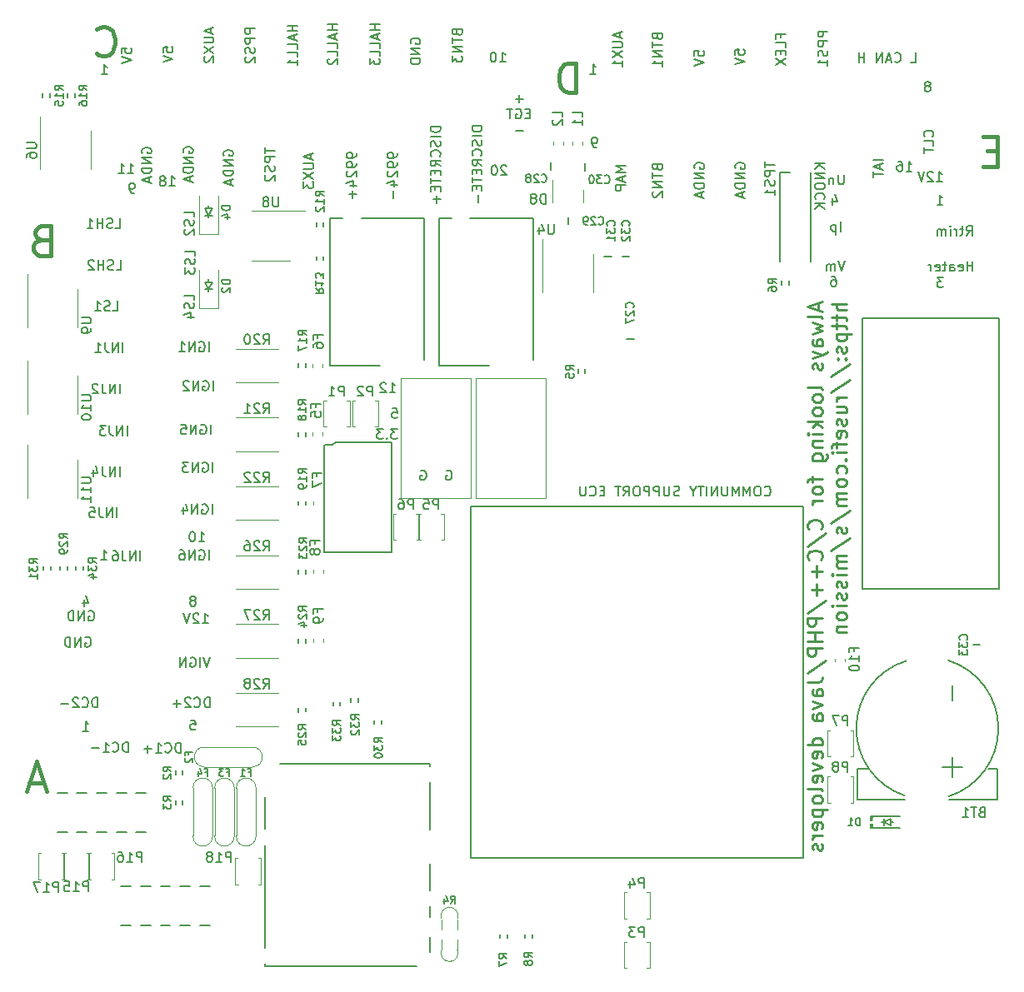
<source format=gbo>
G04 #@! TF.GenerationSoftware,KiCad,Pcbnew,8.0.4-8.0.4-0~ubuntu22.04.1*
G04 #@! TF.CreationDate,2024-08-14T20:35:35+00:00*
G04 #@! TF.ProjectId,uaefi,75616566-692e-46b6-9963-61645f706362,D*
G04 #@! TF.SameCoordinates,Original*
G04 #@! TF.FileFunction,Legend,Bot*
G04 #@! TF.FilePolarity,Positive*
%FSLAX46Y46*%
G04 Gerber Fmt 4.6, Leading zero omitted, Abs format (unit mm)*
G04 Created by KiCad (PCBNEW 8.0.4-8.0.4-0~ubuntu22.04.1) date 2024-08-14 20:35:35*
%MOMM*%
%LPD*%
G01*
G04 APERTURE LIST*
%ADD10C,0.150000*%
%ADD11C,0.450000*%
%ADD12C,0.250000*%
%ADD13C,0.127000*%
%ADD14C,0.170000*%
%ADD15C,0.120000*%
%ADD16C,0.200000*%
%ADD17C,0.099060*%
%ADD18C,0.150012*%
%ADD19C,0.203200*%
G04 APERTURE END LIST*
D10*
X39552438Y95111905D02*
X39504819Y95207143D01*
X39504819Y95207143D02*
X39504819Y95350000D01*
X39504819Y95350000D02*
X39552438Y95492857D01*
X39552438Y95492857D02*
X39647676Y95588095D01*
X39647676Y95588095D02*
X39742914Y95635714D01*
X39742914Y95635714D02*
X39933390Y95683333D01*
X39933390Y95683333D02*
X40076247Y95683333D01*
X40076247Y95683333D02*
X40266723Y95635714D01*
X40266723Y95635714D02*
X40361961Y95588095D01*
X40361961Y95588095D02*
X40457200Y95492857D01*
X40457200Y95492857D02*
X40504819Y95350000D01*
X40504819Y95350000D02*
X40504819Y95254762D01*
X40504819Y95254762D02*
X40457200Y95111905D01*
X40457200Y95111905D02*
X40409580Y95064286D01*
X40409580Y95064286D02*
X40076247Y95064286D01*
X40076247Y95064286D02*
X40076247Y95254762D01*
X40504819Y94635714D02*
X39504819Y94635714D01*
X39504819Y94635714D02*
X40504819Y94064286D01*
X40504819Y94064286D02*
X39504819Y94064286D01*
X40504819Y93588095D02*
X39504819Y93588095D01*
X39504819Y93588095D02*
X39504819Y93350000D01*
X39504819Y93350000D02*
X39552438Y93207143D01*
X39552438Y93207143D02*
X39647676Y93111905D01*
X39647676Y93111905D02*
X39742914Y93064286D01*
X39742914Y93064286D02*
X39933390Y93016667D01*
X39933390Y93016667D02*
X40076247Y93016667D01*
X40076247Y93016667D02*
X40266723Y93064286D01*
X40266723Y93064286D02*
X40361961Y93111905D01*
X40361961Y93111905D02*
X40457200Y93207143D01*
X40457200Y93207143D02*
X40504819Y93350000D01*
X40504819Y93350000D02*
X40504819Y93588095D01*
X6461904Y34747562D02*
X6557142Y34795181D01*
X6557142Y34795181D02*
X6699999Y34795181D01*
X6699999Y34795181D02*
X6842856Y34747562D01*
X6842856Y34747562D02*
X6938094Y34652324D01*
X6938094Y34652324D02*
X6985713Y34557086D01*
X6985713Y34557086D02*
X7033332Y34366610D01*
X7033332Y34366610D02*
X7033332Y34223753D01*
X7033332Y34223753D02*
X6985713Y34033277D01*
X6985713Y34033277D02*
X6938094Y33938039D01*
X6938094Y33938039D02*
X6842856Y33842800D01*
X6842856Y33842800D02*
X6699999Y33795181D01*
X6699999Y33795181D02*
X6604761Y33795181D01*
X6604761Y33795181D02*
X6461904Y33842800D01*
X6461904Y33842800D02*
X6414285Y33890420D01*
X6414285Y33890420D02*
X6414285Y34223753D01*
X6414285Y34223753D02*
X6604761Y34223753D01*
X5985713Y33795181D02*
X5985713Y34795181D01*
X5985713Y34795181D02*
X5414285Y33795181D01*
X5414285Y33795181D02*
X5414285Y34795181D01*
X4938094Y33795181D02*
X4938094Y34795181D01*
X4938094Y34795181D02*
X4699999Y34795181D01*
X4699999Y34795181D02*
X4557142Y34747562D01*
X4557142Y34747562D02*
X4461904Y34652324D01*
X4461904Y34652324D02*
X4414285Y34557086D01*
X4414285Y34557086D02*
X4366666Y34366610D01*
X4366666Y34366610D02*
X4366666Y34223753D01*
X4366666Y34223753D02*
X4414285Y34033277D01*
X4414285Y34033277D02*
X4461904Y33938039D01*
X4461904Y33938039D02*
X4557142Y33842800D01*
X4557142Y33842800D02*
X4699999Y33795181D01*
X4699999Y33795181D02*
X4938094Y33795181D01*
X14990476Y80645181D02*
X15561904Y80645181D01*
X15276190Y80645181D02*
X15276190Y81645181D01*
X15276190Y81645181D02*
X15371428Y81502324D01*
X15371428Y81502324D02*
X15466666Y81407086D01*
X15466666Y81407086D02*
X15561904Y81359467D01*
X14419047Y81216610D02*
X14514285Y81264229D01*
X14514285Y81264229D02*
X14561904Y81311848D01*
X14561904Y81311848D02*
X14609523Y81407086D01*
X14609523Y81407086D02*
X14609523Y81454705D01*
X14609523Y81454705D02*
X14561904Y81549943D01*
X14561904Y81549943D02*
X14514285Y81597562D01*
X14514285Y81597562D02*
X14419047Y81645181D01*
X14419047Y81645181D02*
X14228571Y81645181D01*
X14228571Y81645181D02*
X14133333Y81597562D01*
X14133333Y81597562D02*
X14085714Y81549943D01*
X14085714Y81549943D02*
X14038095Y81454705D01*
X14038095Y81454705D02*
X14038095Y81407086D01*
X14038095Y81407086D02*
X14085714Y81311848D01*
X14085714Y81311848D02*
X14133333Y81264229D01*
X14133333Y81264229D02*
X14228571Y81216610D01*
X14228571Y81216610D02*
X14419047Y81216610D01*
X14419047Y81216610D02*
X14514285Y81168991D01*
X14514285Y81168991D02*
X14561904Y81121372D01*
X14561904Y81121372D02*
X14609523Y81026134D01*
X14609523Y81026134D02*
X14609523Y80835658D01*
X14609523Y80835658D02*
X14561904Y80740420D01*
X14561904Y80740420D02*
X14514285Y80692800D01*
X14514285Y80692800D02*
X14419047Y80645181D01*
X14419047Y80645181D02*
X14228571Y80645181D01*
X14228571Y80645181D02*
X14133333Y80692800D01*
X14133333Y80692800D02*
X14085714Y80740420D01*
X14085714Y80740420D02*
X14038095Y80835658D01*
X14038095Y80835658D02*
X14038095Y81026134D01*
X14038095Y81026134D02*
X14085714Y81121372D01*
X14085714Y81121372D02*
X14133333Y81168991D01*
X14133333Y81168991D02*
X14228571Y81216610D01*
X36404819Y97050000D02*
X35404819Y97050000D01*
X35881009Y97050000D02*
X35881009Y96478572D01*
X36404819Y96478572D02*
X35404819Y96478572D01*
X36119104Y96050000D02*
X36119104Y95573810D01*
X36404819Y96145238D02*
X35404819Y95811905D01*
X35404819Y95811905D02*
X36404819Y95478572D01*
X36404819Y94669048D02*
X36404819Y95145238D01*
X36404819Y95145238D02*
X35404819Y95145238D01*
X36404819Y93859524D02*
X36404819Y94335714D01*
X36404819Y94335714D02*
X35404819Y94335714D01*
X35404819Y93621428D02*
X35404819Y93002381D01*
X35404819Y93002381D02*
X35785771Y93335714D01*
X35785771Y93335714D02*
X35785771Y93192857D01*
X35785771Y93192857D02*
X35833390Y93097619D01*
X35833390Y93097619D02*
X35881009Y93050000D01*
X35881009Y93050000D02*
X35976247Y93002381D01*
X35976247Y93002381D02*
X36214342Y93002381D01*
X36214342Y93002381D02*
X36309580Y93050000D01*
X36309580Y93050000D02*
X36357200Y93097619D01*
X36357200Y93097619D02*
X36404819Y93192857D01*
X36404819Y93192857D02*
X36404819Y93478571D01*
X36404819Y93478571D02*
X36357200Y93573809D01*
X36357200Y93573809D02*
X36309580Y93621428D01*
X17161904Y26345181D02*
X17638094Y26345181D01*
X17638094Y26345181D02*
X17685713Y25868991D01*
X17685713Y25868991D02*
X17638094Y25916610D01*
X17638094Y25916610D02*
X17542856Y25964229D01*
X17542856Y25964229D02*
X17304761Y25964229D01*
X17304761Y25964229D02*
X17209523Y25916610D01*
X17209523Y25916610D02*
X17161904Y25868991D01*
X17161904Y25868991D02*
X17114285Y25773753D01*
X17114285Y25773753D02*
X17114285Y25535658D01*
X17114285Y25535658D02*
X17161904Y25440420D01*
X17161904Y25440420D02*
X17209523Y25392800D01*
X17209523Y25392800D02*
X17304761Y25345181D01*
X17304761Y25345181D02*
X17542856Y25345181D01*
X17542856Y25345181D02*
X17638094Y25392800D01*
X17638094Y25392800D02*
X17685713Y25440420D01*
X19107142Y27645181D02*
X19107142Y28645181D01*
X19107142Y28645181D02*
X18869047Y28645181D01*
X18869047Y28645181D02*
X18726190Y28597562D01*
X18726190Y28597562D02*
X18630952Y28502324D01*
X18630952Y28502324D02*
X18583333Y28407086D01*
X18583333Y28407086D02*
X18535714Y28216610D01*
X18535714Y28216610D02*
X18535714Y28073753D01*
X18535714Y28073753D02*
X18583333Y27883277D01*
X18583333Y27883277D02*
X18630952Y27788039D01*
X18630952Y27788039D02*
X18726190Y27692800D01*
X18726190Y27692800D02*
X18869047Y27645181D01*
X18869047Y27645181D02*
X19107142Y27645181D01*
X17535714Y27740420D02*
X17583333Y27692800D01*
X17583333Y27692800D02*
X17726190Y27645181D01*
X17726190Y27645181D02*
X17821428Y27645181D01*
X17821428Y27645181D02*
X17964285Y27692800D01*
X17964285Y27692800D02*
X18059523Y27788039D01*
X18059523Y27788039D02*
X18107142Y27883277D01*
X18107142Y27883277D02*
X18154761Y28073753D01*
X18154761Y28073753D02*
X18154761Y28216610D01*
X18154761Y28216610D02*
X18107142Y28407086D01*
X18107142Y28407086D02*
X18059523Y28502324D01*
X18059523Y28502324D02*
X17964285Y28597562D01*
X17964285Y28597562D02*
X17821428Y28645181D01*
X17821428Y28645181D02*
X17726190Y28645181D01*
X17726190Y28645181D02*
X17583333Y28597562D01*
X17583333Y28597562D02*
X17535714Y28549943D01*
X17154761Y28549943D02*
X17107142Y28597562D01*
X17107142Y28597562D02*
X17011904Y28645181D01*
X17011904Y28645181D02*
X16773809Y28645181D01*
X16773809Y28645181D02*
X16678571Y28597562D01*
X16678571Y28597562D02*
X16630952Y28549943D01*
X16630952Y28549943D02*
X16583333Y28454705D01*
X16583333Y28454705D02*
X16583333Y28359467D01*
X16583333Y28359467D02*
X16630952Y28216610D01*
X16630952Y28216610D02*
X17202380Y27645181D01*
X17202380Y27645181D02*
X16583333Y27645181D01*
X16154761Y28026134D02*
X15392857Y28026134D01*
X15773809Y27645181D02*
X15773809Y28407086D01*
X9980951Y59545181D02*
X9980951Y60545181D01*
X9504761Y59545181D02*
X9504761Y60545181D01*
X9504761Y60545181D02*
X8933333Y59545181D01*
X8933333Y59545181D02*
X8933333Y60545181D01*
X8171428Y60545181D02*
X8171428Y59830896D01*
X8171428Y59830896D02*
X8219047Y59688039D01*
X8219047Y59688039D02*
X8314285Y59592800D01*
X8314285Y59592800D02*
X8457142Y59545181D01*
X8457142Y59545181D02*
X8552380Y59545181D01*
X7742856Y60449943D02*
X7695237Y60497562D01*
X7695237Y60497562D02*
X7599999Y60545181D01*
X7599999Y60545181D02*
X7361904Y60545181D01*
X7361904Y60545181D02*
X7266666Y60497562D01*
X7266666Y60497562D02*
X7219047Y60449943D01*
X7219047Y60449943D02*
X7171428Y60354705D01*
X7171428Y60354705D02*
X7171428Y60259467D01*
X7171428Y60259467D02*
X7219047Y60116610D01*
X7219047Y60116610D02*
X7790475Y59545181D01*
X7790475Y59545181D02*
X7171428Y59545181D01*
X42554819Y86660952D02*
X41554819Y86660952D01*
X41554819Y86660952D02*
X41554819Y86422857D01*
X41554819Y86422857D02*
X41602438Y86280000D01*
X41602438Y86280000D02*
X41697676Y86184762D01*
X41697676Y86184762D02*
X41792914Y86137143D01*
X41792914Y86137143D02*
X41983390Y86089524D01*
X41983390Y86089524D02*
X42126247Y86089524D01*
X42126247Y86089524D02*
X42316723Y86137143D01*
X42316723Y86137143D02*
X42411961Y86184762D01*
X42411961Y86184762D02*
X42507200Y86280000D01*
X42507200Y86280000D02*
X42554819Y86422857D01*
X42554819Y86422857D02*
X42554819Y86660952D01*
X42554819Y85660952D02*
X41554819Y85660952D01*
X42507200Y85232381D02*
X42554819Y85089524D01*
X42554819Y85089524D02*
X42554819Y84851429D01*
X42554819Y84851429D02*
X42507200Y84756191D01*
X42507200Y84756191D02*
X42459580Y84708572D01*
X42459580Y84708572D02*
X42364342Y84660953D01*
X42364342Y84660953D02*
X42269104Y84660953D01*
X42269104Y84660953D02*
X42173866Y84708572D01*
X42173866Y84708572D02*
X42126247Y84756191D01*
X42126247Y84756191D02*
X42078628Y84851429D01*
X42078628Y84851429D02*
X42031009Y85041905D01*
X42031009Y85041905D02*
X41983390Y85137143D01*
X41983390Y85137143D02*
X41935771Y85184762D01*
X41935771Y85184762D02*
X41840533Y85232381D01*
X41840533Y85232381D02*
X41745295Y85232381D01*
X41745295Y85232381D02*
X41650057Y85184762D01*
X41650057Y85184762D02*
X41602438Y85137143D01*
X41602438Y85137143D02*
X41554819Y85041905D01*
X41554819Y85041905D02*
X41554819Y84803810D01*
X41554819Y84803810D02*
X41602438Y84660953D01*
X42459580Y83660953D02*
X42507200Y83708572D01*
X42507200Y83708572D02*
X42554819Y83851429D01*
X42554819Y83851429D02*
X42554819Y83946667D01*
X42554819Y83946667D02*
X42507200Y84089524D01*
X42507200Y84089524D02*
X42411961Y84184762D01*
X42411961Y84184762D02*
X42316723Y84232381D01*
X42316723Y84232381D02*
X42126247Y84280000D01*
X42126247Y84280000D02*
X41983390Y84280000D01*
X41983390Y84280000D02*
X41792914Y84232381D01*
X41792914Y84232381D02*
X41697676Y84184762D01*
X41697676Y84184762D02*
X41602438Y84089524D01*
X41602438Y84089524D02*
X41554819Y83946667D01*
X41554819Y83946667D02*
X41554819Y83851429D01*
X41554819Y83851429D02*
X41602438Y83708572D01*
X41602438Y83708572D02*
X41650057Y83660953D01*
X42554819Y82660953D02*
X42078628Y82994286D01*
X42554819Y83232381D02*
X41554819Y83232381D01*
X41554819Y83232381D02*
X41554819Y82851429D01*
X41554819Y82851429D02*
X41602438Y82756191D01*
X41602438Y82756191D02*
X41650057Y82708572D01*
X41650057Y82708572D02*
X41745295Y82660953D01*
X41745295Y82660953D02*
X41888152Y82660953D01*
X41888152Y82660953D02*
X41983390Y82708572D01*
X41983390Y82708572D02*
X42031009Y82756191D01*
X42031009Y82756191D02*
X42078628Y82851429D01*
X42078628Y82851429D02*
X42078628Y83232381D01*
X42031009Y82232381D02*
X42031009Y81899048D01*
X42554819Y81756191D02*
X42554819Y82232381D01*
X42554819Y82232381D02*
X41554819Y82232381D01*
X41554819Y82232381D02*
X41554819Y81756191D01*
X41554819Y81470476D02*
X41554819Y80899048D01*
X42554819Y81184762D02*
X41554819Y81184762D01*
X42031009Y80565714D02*
X42031009Y80232381D01*
X42554819Y80089524D02*
X42554819Y80565714D01*
X42554819Y80565714D02*
X41554819Y80565714D01*
X41554819Y80565714D02*
X41554819Y80089524D01*
X42173866Y79660952D02*
X42173866Y78899047D01*
X42554819Y79280000D02*
X41792914Y79280000D01*
X82309523Y71445181D02*
X82499999Y71445181D01*
X82499999Y71445181D02*
X82595237Y71397562D01*
X82595237Y71397562D02*
X82642856Y71349943D01*
X82642856Y71349943D02*
X82738094Y71207086D01*
X82738094Y71207086D02*
X82785713Y71016610D01*
X82785713Y71016610D02*
X82785713Y70635658D01*
X82785713Y70635658D02*
X82738094Y70540420D01*
X82738094Y70540420D02*
X82690475Y70492800D01*
X82690475Y70492800D02*
X82595237Y70445181D01*
X82595237Y70445181D02*
X82404761Y70445181D01*
X82404761Y70445181D02*
X82309523Y70492800D01*
X82309523Y70492800D02*
X82261904Y70540420D01*
X82261904Y70540420D02*
X82214285Y70635658D01*
X82214285Y70635658D02*
X82214285Y70873753D01*
X82214285Y70873753D02*
X82261904Y70968991D01*
X82261904Y70968991D02*
X82309523Y71016610D01*
X82309523Y71016610D02*
X82404761Y71064229D01*
X82404761Y71064229D02*
X82595237Y71064229D01*
X82595237Y71064229D02*
X82690475Y71016610D01*
X82690475Y71016610D02*
X82738094Y70968991D01*
X82738094Y70968991D02*
X82785713Y70873753D01*
X10154819Y94140477D02*
X10154819Y94616667D01*
X10154819Y94616667D02*
X10631009Y94664286D01*
X10631009Y94664286D02*
X10583390Y94616667D01*
X10583390Y94616667D02*
X10535771Y94521429D01*
X10535771Y94521429D02*
X10535771Y94283334D01*
X10535771Y94283334D02*
X10583390Y94188096D01*
X10583390Y94188096D02*
X10631009Y94140477D01*
X10631009Y94140477D02*
X10726247Y94092858D01*
X10726247Y94092858D02*
X10964342Y94092858D01*
X10964342Y94092858D02*
X11059580Y94140477D01*
X11059580Y94140477D02*
X11107200Y94188096D01*
X11107200Y94188096D02*
X11154819Y94283334D01*
X11154819Y94283334D02*
X11154819Y94521429D01*
X11154819Y94521429D02*
X11107200Y94616667D01*
X11107200Y94616667D02*
X11059580Y94664286D01*
X10154819Y93807143D02*
X11154819Y93473810D01*
X11154819Y93473810D02*
X10154819Y93140477D01*
X38147618Y55945181D02*
X37528571Y55945181D01*
X37528571Y55945181D02*
X37861904Y55564229D01*
X37861904Y55564229D02*
X37719047Y55564229D01*
X37719047Y55564229D02*
X37623809Y55516610D01*
X37623809Y55516610D02*
X37576190Y55468991D01*
X37576190Y55468991D02*
X37528571Y55373753D01*
X37528571Y55373753D02*
X37528571Y55135658D01*
X37528571Y55135658D02*
X37576190Y55040420D01*
X37576190Y55040420D02*
X37623809Y54992800D01*
X37623809Y54992800D02*
X37719047Y54945181D01*
X37719047Y54945181D02*
X38004761Y54945181D01*
X38004761Y54945181D02*
X38099999Y54992800D01*
X38099999Y54992800D02*
X38147618Y55040420D01*
X37099999Y55040420D02*
X37052380Y54992800D01*
X37052380Y54992800D02*
X37099999Y54945181D01*
X37099999Y54945181D02*
X37147618Y54992800D01*
X37147618Y54992800D02*
X37099999Y55040420D01*
X37099999Y55040420D02*
X37099999Y54945181D01*
X36719047Y55945181D02*
X36100000Y55945181D01*
X36100000Y55945181D02*
X36433333Y55564229D01*
X36433333Y55564229D02*
X36290476Y55564229D01*
X36290476Y55564229D02*
X36195238Y55516610D01*
X36195238Y55516610D02*
X36147619Y55468991D01*
X36147619Y55468991D02*
X36100000Y55373753D01*
X36100000Y55373753D02*
X36100000Y55135658D01*
X36100000Y55135658D02*
X36147619Y55040420D01*
X36147619Y55040420D02*
X36195238Y54992800D01*
X36195238Y54992800D02*
X36290476Y54945181D01*
X36290476Y54945181D02*
X36576190Y54945181D01*
X36576190Y54945181D02*
X36671428Y54992800D01*
X36671428Y54992800D02*
X36719047Y55040420D01*
X18001237Y44500562D02*
X18572665Y44500562D01*
X18286951Y44500562D02*
X18286951Y45500562D01*
X18286951Y45500562D02*
X18382189Y45357705D01*
X18382189Y45357705D02*
X18477427Y45262467D01*
X18477427Y45262467D02*
X18572665Y45214848D01*
X17382189Y45500562D02*
X17286951Y45500562D01*
X17286951Y45500562D02*
X17191713Y45452943D01*
X17191713Y45452943D02*
X17144094Y45405324D01*
X17144094Y45405324D02*
X17096475Y45310086D01*
X17096475Y45310086D02*
X17048856Y45119610D01*
X17048856Y45119610D02*
X17048856Y44881515D01*
X17048856Y44881515D02*
X17096475Y44691039D01*
X17096475Y44691039D02*
X17144094Y44595801D01*
X17144094Y44595801D02*
X17191713Y44548181D01*
X17191713Y44548181D02*
X17286951Y44500562D01*
X17286951Y44500562D02*
X17382189Y44500562D01*
X17382189Y44500562D02*
X17477427Y44548181D01*
X17477427Y44548181D02*
X17525046Y44595801D01*
X17525046Y44595801D02*
X17572665Y44691039D01*
X17572665Y44691039D02*
X17620284Y44881515D01*
X17620284Y44881515D02*
X17620284Y45119610D01*
X17620284Y45119610D02*
X17572665Y45310086D01*
X17572665Y45310086D02*
X17525046Y45405324D01*
X17525046Y45405324D02*
X17477427Y45452943D01*
X17477427Y45452943D02*
X17382189Y45500562D01*
X6811904Y37397562D02*
X6907142Y37445181D01*
X6907142Y37445181D02*
X7049999Y37445181D01*
X7049999Y37445181D02*
X7192856Y37397562D01*
X7192856Y37397562D02*
X7288094Y37302324D01*
X7288094Y37302324D02*
X7335713Y37207086D01*
X7335713Y37207086D02*
X7383332Y37016610D01*
X7383332Y37016610D02*
X7383332Y36873753D01*
X7383332Y36873753D02*
X7335713Y36683277D01*
X7335713Y36683277D02*
X7288094Y36588039D01*
X7288094Y36588039D02*
X7192856Y36492800D01*
X7192856Y36492800D02*
X7049999Y36445181D01*
X7049999Y36445181D02*
X6954761Y36445181D01*
X6954761Y36445181D02*
X6811904Y36492800D01*
X6811904Y36492800D02*
X6764285Y36540420D01*
X6764285Y36540420D02*
X6764285Y36873753D01*
X6764285Y36873753D02*
X6954761Y36873753D01*
X6335713Y36445181D02*
X6335713Y37445181D01*
X6335713Y37445181D02*
X5764285Y36445181D01*
X5764285Y36445181D02*
X5764285Y37445181D01*
X5288094Y36445181D02*
X5288094Y37445181D01*
X5288094Y37445181D02*
X5049999Y37445181D01*
X5049999Y37445181D02*
X4907142Y37397562D01*
X4907142Y37397562D02*
X4811904Y37302324D01*
X4811904Y37302324D02*
X4764285Y37207086D01*
X4764285Y37207086D02*
X4716666Y37016610D01*
X4716666Y37016610D02*
X4716666Y36873753D01*
X4716666Y36873753D02*
X4764285Y36683277D01*
X4764285Y36683277D02*
X4811904Y36588039D01*
X4811904Y36588039D02*
X4907142Y36492800D01*
X4907142Y36492800D02*
X5049999Y36445181D01*
X5049999Y36445181D02*
X5288094Y36445181D01*
X17504819Y69042858D02*
X17504819Y69519048D01*
X17504819Y69519048D02*
X16504819Y69519048D01*
X17457200Y68757143D02*
X17504819Y68614286D01*
X17504819Y68614286D02*
X17504819Y68376191D01*
X17504819Y68376191D02*
X17457200Y68280953D01*
X17457200Y68280953D02*
X17409580Y68233334D01*
X17409580Y68233334D02*
X17314342Y68185715D01*
X17314342Y68185715D02*
X17219104Y68185715D01*
X17219104Y68185715D02*
X17123866Y68233334D01*
X17123866Y68233334D02*
X17076247Y68280953D01*
X17076247Y68280953D02*
X17028628Y68376191D01*
X17028628Y68376191D02*
X16981009Y68566667D01*
X16981009Y68566667D02*
X16933390Y68661905D01*
X16933390Y68661905D02*
X16885771Y68709524D01*
X16885771Y68709524D02*
X16790533Y68757143D01*
X16790533Y68757143D02*
X16695295Y68757143D01*
X16695295Y68757143D02*
X16600057Y68709524D01*
X16600057Y68709524D02*
X16552438Y68661905D01*
X16552438Y68661905D02*
X16504819Y68566667D01*
X16504819Y68566667D02*
X16504819Y68328572D01*
X16504819Y68328572D02*
X16552438Y68185715D01*
X16838152Y67328572D02*
X17504819Y67328572D01*
X16457200Y67566667D02*
X17171485Y67804762D01*
X17171485Y67804762D02*
X17171485Y67185715D01*
X64581009Y95809524D02*
X64628628Y95666667D01*
X64628628Y95666667D02*
X64676247Y95619048D01*
X64676247Y95619048D02*
X64771485Y95571429D01*
X64771485Y95571429D02*
X64914342Y95571429D01*
X64914342Y95571429D02*
X65009580Y95619048D01*
X65009580Y95619048D02*
X65057200Y95666667D01*
X65057200Y95666667D02*
X65104819Y95761905D01*
X65104819Y95761905D02*
X65104819Y96142857D01*
X65104819Y96142857D02*
X64104819Y96142857D01*
X64104819Y96142857D02*
X64104819Y95809524D01*
X64104819Y95809524D02*
X64152438Y95714286D01*
X64152438Y95714286D02*
X64200057Y95666667D01*
X64200057Y95666667D02*
X64295295Y95619048D01*
X64295295Y95619048D02*
X64390533Y95619048D01*
X64390533Y95619048D02*
X64485771Y95666667D01*
X64485771Y95666667D02*
X64533390Y95714286D01*
X64533390Y95714286D02*
X64581009Y95809524D01*
X64581009Y95809524D02*
X64581009Y96142857D01*
X64104819Y95285714D02*
X64104819Y94714286D01*
X65104819Y95000000D02*
X64104819Y95000000D01*
X65104819Y94380952D02*
X64104819Y94380952D01*
X64104819Y94380952D02*
X65104819Y93809524D01*
X65104819Y93809524D02*
X64104819Y93809524D01*
X65104819Y92809524D02*
X65104819Y93380952D01*
X65104819Y93095238D02*
X64104819Y93095238D01*
X64104819Y93095238D02*
X64247676Y93190476D01*
X64247676Y93190476D02*
X64342914Y93285714D01*
X64342914Y93285714D02*
X64390533Y93380952D01*
X11390475Y79945181D02*
X11199999Y79945181D01*
X11199999Y79945181D02*
X11104761Y79992800D01*
X11104761Y79992800D02*
X11057142Y80040420D01*
X11057142Y80040420D02*
X10961904Y80183277D01*
X10961904Y80183277D02*
X10914285Y80373753D01*
X10914285Y80373753D02*
X10914285Y80754705D01*
X10914285Y80754705D02*
X10961904Y80849943D01*
X10961904Y80849943D02*
X11009523Y80897562D01*
X11009523Y80897562D02*
X11104761Y80945181D01*
X11104761Y80945181D02*
X11295237Y80945181D01*
X11295237Y80945181D02*
X11390475Y80897562D01*
X11390475Y80897562D02*
X11438094Y80849943D01*
X11438094Y80849943D02*
X11485713Y80754705D01*
X11485713Y80754705D02*
X11485713Y80516610D01*
X11485713Y80516610D02*
X11438094Y80421372D01*
X11438094Y80421372D02*
X11390475Y80373753D01*
X11390475Y80373753D02*
X11295237Y80326134D01*
X11295237Y80326134D02*
X11104761Y80326134D01*
X11104761Y80326134D02*
X11009523Y80373753D01*
X11009523Y80373753D02*
X10961904Y80421372D01*
X10961904Y80421372D02*
X10914285Y80516610D01*
X38144819Y83948095D02*
X38144819Y83757619D01*
X38144819Y83757619D02*
X38097200Y83662381D01*
X38097200Y83662381D02*
X38049580Y83614762D01*
X38049580Y83614762D02*
X37906723Y83519524D01*
X37906723Y83519524D02*
X37716247Y83471905D01*
X37716247Y83471905D02*
X37335295Y83471905D01*
X37335295Y83471905D02*
X37240057Y83519524D01*
X37240057Y83519524D02*
X37192438Y83567143D01*
X37192438Y83567143D02*
X37144819Y83662381D01*
X37144819Y83662381D02*
X37144819Y83852857D01*
X37144819Y83852857D02*
X37192438Y83948095D01*
X37192438Y83948095D02*
X37240057Y83995714D01*
X37240057Y83995714D02*
X37335295Y84043333D01*
X37335295Y84043333D02*
X37573390Y84043333D01*
X37573390Y84043333D02*
X37668628Y83995714D01*
X37668628Y83995714D02*
X37716247Y83948095D01*
X37716247Y83948095D02*
X37763866Y83852857D01*
X37763866Y83852857D02*
X37763866Y83662381D01*
X37763866Y83662381D02*
X37716247Y83567143D01*
X37716247Y83567143D02*
X37668628Y83519524D01*
X37668628Y83519524D02*
X37573390Y83471905D01*
X38144819Y82995714D02*
X38144819Y82805238D01*
X38144819Y82805238D02*
X38097200Y82710000D01*
X38097200Y82710000D02*
X38049580Y82662381D01*
X38049580Y82662381D02*
X37906723Y82567143D01*
X37906723Y82567143D02*
X37716247Y82519524D01*
X37716247Y82519524D02*
X37335295Y82519524D01*
X37335295Y82519524D02*
X37240057Y82567143D01*
X37240057Y82567143D02*
X37192438Y82614762D01*
X37192438Y82614762D02*
X37144819Y82710000D01*
X37144819Y82710000D02*
X37144819Y82900476D01*
X37144819Y82900476D02*
X37192438Y82995714D01*
X37192438Y82995714D02*
X37240057Y83043333D01*
X37240057Y83043333D02*
X37335295Y83090952D01*
X37335295Y83090952D02*
X37573390Y83090952D01*
X37573390Y83090952D02*
X37668628Y83043333D01*
X37668628Y83043333D02*
X37716247Y82995714D01*
X37716247Y82995714D02*
X37763866Y82900476D01*
X37763866Y82900476D02*
X37763866Y82710000D01*
X37763866Y82710000D02*
X37716247Y82614762D01*
X37716247Y82614762D02*
X37668628Y82567143D01*
X37668628Y82567143D02*
X37573390Y82519524D01*
X37240057Y82138571D02*
X37192438Y82090952D01*
X37192438Y82090952D02*
X37144819Y81995714D01*
X37144819Y81995714D02*
X37144819Y81757619D01*
X37144819Y81757619D02*
X37192438Y81662381D01*
X37192438Y81662381D02*
X37240057Y81614762D01*
X37240057Y81614762D02*
X37335295Y81567143D01*
X37335295Y81567143D02*
X37430533Y81567143D01*
X37430533Y81567143D02*
X37573390Y81614762D01*
X37573390Y81614762D02*
X38144819Y82186190D01*
X38144819Y82186190D02*
X38144819Y81567143D01*
X37478152Y80710000D02*
X38144819Y80710000D01*
X37097200Y80948095D02*
X37811485Y81186190D01*
X37811485Y81186190D02*
X37811485Y80567143D01*
X37763866Y80186190D02*
X37763866Y79424285D01*
X10790476Y81945181D02*
X11361904Y81945181D01*
X11076190Y81945181D02*
X11076190Y82945181D01*
X11076190Y82945181D02*
X11171428Y82802324D01*
X11171428Y82802324D02*
X11266666Y82707086D01*
X11266666Y82707086D02*
X11361904Y82659467D01*
X9838095Y81945181D02*
X10409523Y81945181D01*
X10123809Y81945181D02*
X10123809Y82945181D01*
X10123809Y82945181D02*
X10219047Y82802324D01*
X10219047Y82802324D02*
X10314285Y82707086D01*
X10314285Y82707086D02*
X10409523Y82659467D01*
X28004819Y96950000D02*
X27004819Y96950000D01*
X27481009Y96950000D02*
X27481009Y96378572D01*
X28004819Y96378572D02*
X27004819Y96378572D01*
X27719104Y95950000D02*
X27719104Y95473810D01*
X28004819Y96045238D02*
X27004819Y95711905D01*
X27004819Y95711905D02*
X28004819Y95378572D01*
X28004819Y94569048D02*
X28004819Y95045238D01*
X28004819Y95045238D02*
X27004819Y95045238D01*
X28004819Y93759524D02*
X28004819Y94235714D01*
X28004819Y94235714D02*
X27004819Y94235714D01*
X28004819Y92902381D02*
X28004819Y93473809D01*
X28004819Y93188095D02*
X27004819Y93188095D01*
X27004819Y93188095D02*
X27147676Y93283333D01*
X27147676Y93283333D02*
X27242914Y93378571D01*
X27242914Y93378571D02*
X27290533Y93473809D01*
X6309523Y38611848D02*
X6309523Y37945181D01*
X6547618Y38992800D02*
X6785713Y38278515D01*
X6785713Y38278515D02*
X6166666Y38278515D01*
D11*
X1935714Y75156972D02*
X1507142Y75014115D01*
X1507142Y75014115D02*
X1364285Y74871258D01*
X1364285Y74871258D02*
X1221428Y74585543D01*
X1221428Y74585543D02*
X1221428Y74156972D01*
X1221428Y74156972D02*
X1364285Y73871258D01*
X1364285Y73871258D02*
X1507142Y73728400D01*
X1507142Y73728400D02*
X1792857Y73585543D01*
X1792857Y73585543D02*
X2935714Y73585543D01*
X2935714Y73585543D02*
X2935714Y76585543D01*
X2935714Y76585543D02*
X1935714Y76585543D01*
X1935714Y76585543D02*
X1650000Y76442686D01*
X1650000Y76442686D02*
X1507142Y76299829D01*
X1507142Y76299829D02*
X1364285Y76014115D01*
X1364285Y76014115D02*
X1364285Y75728400D01*
X1364285Y75728400D02*
X1507142Y75442686D01*
X1507142Y75442686D02*
X1650000Y75299829D01*
X1650000Y75299829D02*
X1935714Y75156972D01*
X1935714Y75156972D02*
X2935714Y75156972D01*
D10*
X96640476Y71995181D02*
X96640476Y72995181D01*
X96640476Y72518991D02*
X96069048Y72518991D01*
X96069048Y71995181D02*
X96069048Y72995181D01*
X95211905Y72042800D02*
X95307143Y71995181D01*
X95307143Y71995181D02*
X95497619Y71995181D01*
X95497619Y71995181D02*
X95592857Y72042800D01*
X95592857Y72042800D02*
X95640476Y72138039D01*
X95640476Y72138039D02*
X95640476Y72518991D01*
X95640476Y72518991D02*
X95592857Y72614229D01*
X95592857Y72614229D02*
X95497619Y72661848D01*
X95497619Y72661848D02*
X95307143Y72661848D01*
X95307143Y72661848D02*
X95211905Y72614229D01*
X95211905Y72614229D02*
X95164286Y72518991D01*
X95164286Y72518991D02*
X95164286Y72423753D01*
X95164286Y72423753D02*
X95640476Y72328515D01*
X94307143Y71995181D02*
X94307143Y72518991D01*
X94307143Y72518991D02*
X94354762Y72614229D01*
X94354762Y72614229D02*
X94450000Y72661848D01*
X94450000Y72661848D02*
X94640476Y72661848D01*
X94640476Y72661848D02*
X94735714Y72614229D01*
X94307143Y72042800D02*
X94402381Y71995181D01*
X94402381Y71995181D02*
X94640476Y71995181D01*
X94640476Y71995181D02*
X94735714Y72042800D01*
X94735714Y72042800D02*
X94783333Y72138039D01*
X94783333Y72138039D02*
X94783333Y72233277D01*
X94783333Y72233277D02*
X94735714Y72328515D01*
X94735714Y72328515D02*
X94640476Y72376134D01*
X94640476Y72376134D02*
X94402381Y72376134D01*
X94402381Y72376134D02*
X94307143Y72423753D01*
X93973809Y72661848D02*
X93592857Y72661848D01*
X93830952Y72995181D02*
X93830952Y72138039D01*
X93830952Y72138039D02*
X93783333Y72042800D01*
X93783333Y72042800D02*
X93688095Y71995181D01*
X93688095Y71995181D02*
X93592857Y71995181D01*
X92878571Y72042800D02*
X92973809Y71995181D01*
X92973809Y71995181D02*
X93164285Y71995181D01*
X93164285Y71995181D02*
X93259523Y72042800D01*
X93259523Y72042800D02*
X93307142Y72138039D01*
X93307142Y72138039D02*
X93307142Y72518991D01*
X93307142Y72518991D02*
X93259523Y72614229D01*
X93259523Y72614229D02*
X93164285Y72661848D01*
X93164285Y72661848D02*
X92973809Y72661848D01*
X92973809Y72661848D02*
X92878571Y72614229D01*
X92878571Y72614229D02*
X92830952Y72518991D01*
X92830952Y72518991D02*
X92830952Y72423753D01*
X92830952Y72423753D02*
X93307142Y72328515D01*
X92402380Y71995181D02*
X92402380Y72661848D01*
X92402380Y72471372D02*
X92354761Y72566610D01*
X92354761Y72566610D02*
X92307142Y72614229D01*
X92307142Y72614229D02*
X92211904Y72661848D01*
X92211904Y72661848D02*
X92116666Y72661848D01*
X93633332Y71345181D02*
X93014285Y71345181D01*
X93014285Y71345181D02*
X93347618Y70964229D01*
X93347618Y70964229D02*
X93204761Y70964229D01*
X93204761Y70964229D02*
X93109523Y70916610D01*
X93109523Y70916610D02*
X93061904Y70868991D01*
X93061904Y70868991D02*
X93014285Y70773753D01*
X93014285Y70773753D02*
X93014285Y70535658D01*
X93014285Y70535658D02*
X93061904Y70440420D01*
X93061904Y70440420D02*
X93109523Y70392800D01*
X93109523Y70392800D02*
X93204761Y70345181D01*
X93204761Y70345181D02*
X93490475Y70345181D01*
X93490475Y70345181D02*
X93585713Y70392800D01*
X93585713Y70392800D02*
X93633332Y70440420D01*
X17604819Y73542858D02*
X17604819Y74019048D01*
X17604819Y74019048D02*
X16604819Y74019048D01*
X17557200Y73257143D02*
X17604819Y73114286D01*
X17604819Y73114286D02*
X17604819Y72876191D01*
X17604819Y72876191D02*
X17557200Y72780953D01*
X17557200Y72780953D02*
X17509580Y72733334D01*
X17509580Y72733334D02*
X17414342Y72685715D01*
X17414342Y72685715D02*
X17319104Y72685715D01*
X17319104Y72685715D02*
X17223866Y72733334D01*
X17223866Y72733334D02*
X17176247Y72780953D01*
X17176247Y72780953D02*
X17128628Y72876191D01*
X17128628Y72876191D02*
X17081009Y73066667D01*
X17081009Y73066667D02*
X17033390Y73161905D01*
X17033390Y73161905D02*
X16985771Y73209524D01*
X16985771Y73209524D02*
X16890533Y73257143D01*
X16890533Y73257143D02*
X16795295Y73257143D01*
X16795295Y73257143D02*
X16700057Y73209524D01*
X16700057Y73209524D02*
X16652438Y73161905D01*
X16652438Y73161905D02*
X16604819Y73066667D01*
X16604819Y73066667D02*
X16604819Y72828572D01*
X16604819Y72828572D02*
X16652438Y72685715D01*
X16604819Y72352381D02*
X16604819Y71733334D01*
X16604819Y71733334D02*
X16985771Y72066667D01*
X16985771Y72066667D02*
X16985771Y71923810D01*
X16985771Y71923810D02*
X17033390Y71828572D01*
X17033390Y71828572D02*
X17081009Y71780953D01*
X17081009Y71780953D02*
X17176247Y71733334D01*
X17176247Y71733334D02*
X17414342Y71733334D01*
X17414342Y71733334D02*
X17509580Y71780953D01*
X17509580Y71780953D02*
X17557200Y71828572D01*
X17557200Y71828572D02*
X17604819Y71923810D01*
X17604819Y71923810D02*
X17604819Y72209524D01*
X17604819Y72209524D02*
X17557200Y72304762D01*
X17557200Y72304762D02*
X17509580Y72352381D01*
X72454819Y93990477D02*
X72454819Y94466667D01*
X72454819Y94466667D02*
X72931009Y94514286D01*
X72931009Y94514286D02*
X72883390Y94466667D01*
X72883390Y94466667D02*
X72835771Y94371429D01*
X72835771Y94371429D02*
X72835771Y94133334D01*
X72835771Y94133334D02*
X72883390Y94038096D01*
X72883390Y94038096D02*
X72931009Y93990477D01*
X72931009Y93990477D02*
X73026247Y93942858D01*
X73026247Y93942858D02*
X73264342Y93942858D01*
X73264342Y93942858D02*
X73359580Y93990477D01*
X73359580Y93990477D02*
X73407200Y94038096D01*
X73407200Y94038096D02*
X73454819Y94133334D01*
X73454819Y94133334D02*
X73454819Y94371429D01*
X73454819Y94371429D02*
X73407200Y94466667D01*
X73407200Y94466667D02*
X73359580Y94514286D01*
X72454819Y93657143D02*
X73454819Y93323810D01*
X73454819Y93323810D02*
X72454819Y92990477D01*
D12*
X80944899Y68749813D02*
X80944899Y68035527D01*
X81373470Y68892670D02*
X79873470Y68392670D01*
X79873470Y68392670D02*
X81373470Y67892670D01*
X81373470Y67178385D02*
X81302042Y67321242D01*
X81302042Y67321242D02*
X81159184Y67392671D01*
X81159184Y67392671D02*
X79873470Y67392671D01*
X80373470Y66749814D02*
X81373470Y66464099D01*
X81373470Y66464099D02*
X80659184Y66178385D01*
X80659184Y66178385D02*
X81373470Y65892671D01*
X81373470Y65892671D02*
X80373470Y65606957D01*
X81373470Y64392670D02*
X80587756Y64392670D01*
X80587756Y64392670D02*
X80444899Y64464099D01*
X80444899Y64464099D02*
X80373470Y64606956D01*
X80373470Y64606956D02*
X80373470Y64892670D01*
X80373470Y64892670D02*
X80444899Y65035528D01*
X81302042Y64392670D02*
X81373470Y64535528D01*
X81373470Y64535528D02*
X81373470Y64892670D01*
X81373470Y64892670D02*
X81302042Y65035528D01*
X81302042Y65035528D02*
X81159184Y65106956D01*
X81159184Y65106956D02*
X81016327Y65106956D01*
X81016327Y65106956D02*
X80873470Y65035528D01*
X80873470Y65035528D02*
X80802042Y64892670D01*
X80802042Y64892670D02*
X80802042Y64535528D01*
X80802042Y64535528D02*
X80730613Y64392670D01*
X80373470Y63821242D02*
X81373470Y63464099D01*
X80373470Y63106956D02*
X81373470Y63464099D01*
X81373470Y63464099D02*
X81730613Y63606956D01*
X81730613Y63606956D02*
X81802042Y63678385D01*
X81802042Y63678385D02*
X81873470Y63821242D01*
X81302042Y62606956D02*
X81373470Y62464099D01*
X81373470Y62464099D02*
X81373470Y62178385D01*
X81373470Y62178385D02*
X81302042Y62035528D01*
X81302042Y62035528D02*
X81159184Y61964099D01*
X81159184Y61964099D02*
X81087756Y61964099D01*
X81087756Y61964099D02*
X80944899Y62035528D01*
X80944899Y62035528D02*
X80873470Y62178385D01*
X80873470Y62178385D02*
X80873470Y62392670D01*
X80873470Y62392670D02*
X80802042Y62535528D01*
X80802042Y62535528D02*
X80659184Y62606956D01*
X80659184Y62606956D02*
X80587756Y62606956D01*
X80587756Y62606956D02*
X80444899Y62535528D01*
X80444899Y62535528D02*
X80373470Y62392670D01*
X80373470Y62392670D02*
X80373470Y62178385D01*
X80373470Y62178385D02*
X80444899Y62035528D01*
X81373470Y59964099D02*
X81302042Y60106956D01*
X81302042Y60106956D02*
X81159184Y60178385D01*
X81159184Y60178385D02*
X79873470Y60178385D01*
X81373470Y59178385D02*
X81302042Y59321242D01*
X81302042Y59321242D02*
X81230613Y59392671D01*
X81230613Y59392671D02*
X81087756Y59464099D01*
X81087756Y59464099D02*
X80659184Y59464099D01*
X80659184Y59464099D02*
X80516327Y59392671D01*
X80516327Y59392671D02*
X80444899Y59321242D01*
X80444899Y59321242D02*
X80373470Y59178385D01*
X80373470Y59178385D02*
X80373470Y58964099D01*
X80373470Y58964099D02*
X80444899Y58821242D01*
X80444899Y58821242D02*
X80516327Y58749813D01*
X80516327Y58749813D02*
X80659184Y58678385D01*
X80659184Y58678385D02*
X81087756Y58678385D01*
X81087756Y58678385D02*
X81230613Y58749813D01*
X81230613Y58749813D02*
X81302042Y58821242D01*
X81302042Y58821242D02*
X81373470Y58964099D01*
X81373470Y58964099D02*
X81373470Y59178385D01*
X81373470Y57821242D02*
X81302042Y57964099D01*
X81302042Y57964099D02*
X81230613Y58035528D01*
X81230613Y58035528D02*
X81087756Y58106956D01*
X81087756Y58106956D02*
X80659184Y58106956D01*
X80659184Y58106956D02*
X80516327Y58035528D01*
X80516327Y58035528D02*
X80444899Y57964099D01*
X80444899Y57964099D02*
X80373470Y57821242D01*
X80373470Y57821242D02*
X80373470Y57606956D01*
X80373470Y57606956D02*
X80444899Y57464099D01*
X80444899Y57464099D02*
X80516327Y57392670D01*
X80516327Y57392670D02*
X80659184Y57321242D01*
X80659184Y57321242D02*
X81087756Y57321242D01*
X81087756Y57321242D02*
X81230613Y57392670D01*
X81230613Y57392670D02*
X81302042Y57464099D01*
X81302042Y57464099D02*
X81373470Y57606956D01*
X81373470Y57606956D02*
X81373470Y57821242D01*
X81373470Y56678385D02*
X79873470Y56678385D01*
X80802042Y56535527D02*
X81373470Y56106956D01*
X80373470Y56106956D02*
X80944899Y56678385D01*
X81373470Y55464099D02*
X80373470Y55464099D01*
X79873470Y55464099D02*
X79944899Y55535527D01*
X79944899Y55535527D02*
X80016327Y55464099D01*
X80016327Y55464099D02*
X79944899Y55392670D01*
X79944899Y55392670D02*
X79873470Y55464099D01*
X79873470Y55464099D02*
X80016327Y55464099D01*
X80373470Y54749813D02*
X81373470Y54749813D01*
X80516327Y54749813D02*
X80444899Y54678384D01*
X80444899Y54678384D02*
X80373470Y54535527D01*
X80373470Y54535527D02*
X80373470Y54321241D01*
X80373470Y54321241D02*
X80444899Y54178384D01*
X80444899Y54178384D02*
X80587756Y54106955D01*
X80587756Y54106955D02*
X81373470Y54106955D01*
X80373470Y52749812D02*
X81587756Y52749812D01*
X81587756Y52749812D02*
X81730613Y52821241D01*
X81730613Y52821241D02*
X81802042Y52892670D01*
X81802042Y52892670D02*
X81873470Y53035527D01*
X81873470Y53035527D02*
X81873470Y53249812D01*
X81873470Y53249812D02*
X81802042Y53392670D01*
X81302042Y52749812D02*
X81373470Y52892670D01*
X81373470Y52892670D02*
X81373470Y53178384D01*
X81373470Y53178384D02*
X81302042Y53321241D01*
X81302042Y53321241D02*
X81230613Y53392670D01*
X81230613Y53392670D02*
X81087756Y53464098D01*
X81087756Y53464098D02*
X80659184Y53464098D01*
X80659184Y53464098D02*
X80516327Y53392670D01*
X80516327Y53392670D02*
X80444899Y53321241D01*
X80444899Y53321241D02*
X80373470Y53178384D01*
X80373470Y53178384D02*
X80373470Y52892670D01*
X80373470Y52892670D02*
X80444899Y52749812D01*
X80373470Y51106955D02*
X80373470Y50535527D01*
X81373470Y50892670D02*
X80087756Y50892670D01*
X80087756Y50892670D02*
X79944899Y50821241D01*
X79944899Y50821241D02*
X79873470Y50678384D01*
X79873470Y50678384D02*
X79873470Y50535527D01*
X81373470Y49821241D02*
X81302042Y49964098D01*
X81302042Y49964098D02*
X81230613Y50035527D01*
X81230613Y50035527D02*
X81087756Y50106955D01*
X81087756Y50106955D02*
X80659184Y50106955D01*
X80659184Y50106955D02*
X80516327Y50035527D01*
X80516327Y50035527D02*
X80444899Y49964098D01*
X80444899Y49964098D02*
X80373470Y49821241D01*
X80373470Y49821241D02*
X80373470Y49606955D01*
X80373470Y49606955D02*
X80444899Y49464098D01*
X80444899Y49464098D02*
X80516327Y49392669D01*
X80516327Y49392669D02*
X80659184Y49321241D01*
X80659184Y49321241D02*
X81087756Y49321241D01*
X81087756Y49321241D02*
X81230613Y49392669D01*
X81230613Y49392669D02*
X81302042Y49464098D01*
X81302042Y49464098D02*
X81373470Y49606955D01*
X81373470Y49606955D02*
X81373470Y49821241D01*
X81373470Y48678384D02*
X80373470Y48678384D01*
X80659184Y48678384D02*
X80516327Y48606955D01*
X80516327Y48606955D02*
X80444899Y48535526D01*
X80444899Y48535526D02*
X80373470Y48392669D01*
X80373470Y48392669D02*
X80373470Y48249812D01*
X81230613Y45749813D02*
X81302042Y45821241D01*
X81302042Y45821241D02*
X81373470Y46035527D01*
X81373470Y46035527D02*
X81373470Y46178384D01*
X81373470Y46178384D02*
X81302042Y46392670D01*
X81302042Y46392670D02*
X81159184Y46535527D01*
X81159184Y46535527D02*
X81016327Y46606956D01*
X81016327Y46606956D02*
X80730613Y46678384D01*
X80730613Y46678384D02*
X80516327Y46678384D01*
X80516327Y46678384D02*
X80230613Y46606956D01*
X80230613Y46606956D02*
X80087756Y46535527D01*
X80087756Y46535527D02*
X79944899Y46392670D01*
X79944899Y46392670D02*
X79873470Y46178384D01*
X79873470Y46178384D02*
X79873470Y46035527D01*
X79873470Y46035527D02*
X79944899Y45821241D01*
X79944899Y45821241D02*
X80016327Y45749813D01*
X79802042Y44035527D02*
X81730613Y45321241D01*
X81230613Y42678384D02*
X81302042Y42749812D01*
X81302042Y42749812D02*
X81373470Y42964098D01*
X81373470Y42964098D02*
X81373470Y43106955D01*
X81373470Y43106955D02*
X81302042Y43321241D01*
X81302042Y43321241D02*
X81159184Y43464098D01*
X81159184Y43464098D02*
X81016327Y43535527D01*
X81016327Y43535527D02*
X80730613Y43606955D01*
X80730613Y43606955D02*
X80516327Y43606955D01*
X80516327Y43606955D02*
X80230613Y43535527D01*
X80230613Y43535527D02*
X80087756Y43464098D01*
X80087756Y43464098D02*
X79944899Y43321241D01*
X79944899Y43321241D02*
X79873470Y43106955D01*
X79873470Y43106955D02*
X79873470Y42964098D01*
X79873470Y42964098D02*
X79944899Y42749812D01*
X79944899Y42749812D02*
X80016327Y42678384D01*
X80802042Y42035527D02*
X80802042Y40892669D01*
X81373470Y41464098D02*
X80230613Y41464098D01*
X80802042Y40178384D02*
X80802042Y39035526D01*
X81373470Y39606955D02*
X80230613Y39606955D01*
X79802042Y37249812D02*
X81730613Y38535526D01*
X81373470Y36749812D02*
X79873470Y36749812D01*
X79873470Y36749812D02*
X79873470Y36178383D01*
X79873470Y36178383D02*
X79944899Y36035526D01*
X79944899Y36035526D02*
X80016327Y35964097D01*
X80016327Y35964097D02*
X80159184Y35892669D01*
X80159184Y35892669D02*
X80373470Y35892669D01*
X80373470Y35892669D02*
X80516327Y35964097D01*
X80516327Y35964097D02*
X80587756Y36035526D01*
X80587756Y36035526D02*
X80659184Y36178383D01*
X80659184Y36178383D02*
X80659184Y36749812D01*
X81373470Y35249812D02*
X79873470Y35249812D01*
X80587756Y35249812D02*
X80587756Y34392669D01*
X81373470Y34392669D02*
X79873470Y34392669D01*
X81373470Y33678383D02*
X79873470Y33678383D01*
X79873470Y33678383D02*
X79873470Y33106954D01*
X79873470Y33106954D02*
X79944899Y32964097D01*
X79944899Y32964097D02*
X80016327Y32892668D01*
X80016327Y32892668D02*
X80159184Y32821240D01*
X80159184Y32821240D02*
X80373470Y32821240D01*
X80373470Y32821240D02*
X80516327Y32892668D01*
X80516327Y32892668D02*
X80587756Y32964097D01*
X80587756Y32964097D02*
X80659184Y33106954D01*
X80659184Y33106954D02*
X80659184Y33678383D01*
X79802042Y31106954D02*
X81730613Y32392668D01*
X79873470Y30178382D02*
X80944899Y30178382D01*
X80944899Y30178382D02*
X81159184Y30249811D01*
X81159184Y30249811D02*
X81302042Y30392668D01*
X81302042Y30392668D02*
X81373470Y30606954D01*
X81373470Y30606954D02*
X81373470Y30749811D01*
X81373470Y28821239D02*
X80587756Y28821239D01*
X80587756Y28821239D02*
X80444899Y28892668D01*
X80444899Y28892668D02*
X80373470Y29035525D01*
X80373470Y29035525D02*
X80373470Y29321239D01*
X80373470Y29321239D02*
X80444899Y29464097D01*
X81302042Y28821239D02*
X81373470Y28964097D01*
X81373470Y28964097D02*
X81373470Y29321239D01*
X81373470Y29321239D02*
X81302042Y29464097D01*
X81302042Y29464097D02*
X81159184Y29535525D01*
X81159184Y29535525D02*
X81016327Y29535525D01*
X81016327Y29535525D02*
X80873470Y29464097D01*
X80873470Y29464097D02*
X80802042Y29321239D01*
X80802042Y29321239D02*
X80802042Y28964097D01*
X80802042Y28964097D02*
X80730613Y28821239D01*
X80373470Y28249811D02*
X81373470Y27892668D01*
X81373470Y27892668D02*
X80373470Y27535525D01*
X81373470Y26321239D02*
X80587756Y26321239D01*
X80587756Y26321239D02*
X80444899Y26392668D01*
X80444899Y26392668D02*
X80373470Y26535525D01*
X80373470Y26535525D02*
X80373470Y26821239D01*
X80373470Y26821239D02*
X80444899Y26964097D01*
X81302042Y26321239D02*
X81373470Y26464097D01*
X81373470Y26464097D02*
X81373470Y26821239D01*
X81373470Y26821239D02*
X81302042Y26964097D01*
X81302042Y26964097D02*
X81159184Y27035525D01*
X81159184Y27035525D02*
X81016327Y27035525D01*
X81016327Y27035525D02*
X80873470Y26964097D01*
X80873470Y26964097D02*
X80802042Y26821239D01*
X80802042Y26821239D02*
X80802042Y26464097D01*
X80802042Y26464097D02*
X80730613Y26321239D01*
X81373470Y23821239D02*
X79873470Y23821239D01*
X81302042Y23821239D02*
X81373470Y23964097D01*
X81373470Y23964097D02*
X81373470Y24249811D01*
X81373470Y24249811D02*
X81302042Y24392668D01*
X81302042Y24392668D02*
X81230613Y24464097D01*
X81230613Y24464097D02*
X81087756Y24535525D01*
X81087756Y24535525D02*
X80659184Y24535525D01*
X80659184Y24535525D02*
X80516327Y24464097D01*
X80516327Y24464097D02*
X80444899Y24392668D01*
X80444899Y24392668D02*
X80373470Y24249811D01*
X80373470Y24249811D02*
X80373470Y23964097D01*
X80373470Y23964097D02*
X80444899Y23821239D01*
X81302042Y22535525D02*
X81373470Y22678382D01*
X81373470Y22678382D02*
X81373470Y22964096D01*
X81373470Y22964096D02*
X81302042Y23106954D01*
X81302042Y23106954D02*
X81159184Y23178382D01*
X81159184Y23178382D02*
X80587756Y23178382D01*
X80587756Y23178382D02*
X80444899Y23106954D01*
X80444899Y23106954D02*
X80373470Y22964096D01*
X80373470Y22964096D02*
X80373470Y22678382D01*
X80373470Y22678382D02*
X80444899Y22535525D01*
X80444899Y22535525D02*
X80587756Y22464096D01*
X80587756Y22464096D02*
X80730613Y22464096D01*
X80730613Y22464096D02*
X80873470Y23178382D01*
X80373470Y21964097D02*
X81373470Y21606954D01*
X81373470Y21606954D02*
X80373470Y21249811D01*
X81302042Y20106954D02*
X81373470Y20249811D01*
X81373470Y20249811D02*
X81373470Y20535525D01*
X81373470Y20535525D02*
X81302042Y20678383D01*
X81302042Y20678383D02*
X81159184Y20749811D01*
X81159184Y20749811D02*
X80587756Y20749811D01*
X80587756Y20749811D02*
X80444899Y20678383D01*
X80444899Y20678383D02*
X80373470Y20535525D01*
X80373470Y20535525D02*
X80373470Y20249811D01*
X80373470Y20249811D02*
X80444899Y20106954D01*
X80444899Y20106954D02*
X80587756Y20035525D01*
X80587756Y20035525D02*
X80730613Y20035525D01*
X80730613Y20035525D02*
X80873470Y20749811D01*
X81373470Y19178383D02*
X81302042Y19321240D01*
X81302042Y19321240D02*
X81159184Y19392669D01*
X81159184Y19392669D02*
X79873470Y19392669D01*
X81373470Y18392669D02*
X81302042Y18535526D01*
X81302042Y18535526D02*
X81230613Y18606955D01*
X81230613Y18606955D02*
X81087756Y18678383D01*
X81087756Y18678383D02*
X80659184Y18678383D01*
X80659184Y18678383D02*
X80516327Y18606955D01*
X80516327Y18606955D02*
X80444899Y18535526D01*
X80444899Y18535526D02*
X80373470Y18392669D01*
X80373470Y18392669D02*
X80373470Y18178383D01*
X80373470Y18178383D02*
X80444899Y18035526D01*
X80444899Y18035526D02*
X80516327Y17964097D01*
X80516327Y17964097D02*
X80659184Y17892669D01*
X80659184Y17892669D02*
X81087756Y17892669D01*
X81087756Y17892669D02*
X81230613Y17964097D01*
X81230613Y17964097D02*
X81302042Y18035526D01*
X81302042Y18035526D02*
X81373470Y18178383D01*
X81373470Y18178383D02*
X81373470Y18392669D01*
X80373470Y17249812D02*
X81873470Y17249812D01*
X80444899Y17249812D02*
X80373470Y17106954D01*
X80373470Y17106954D02*
X80373470Y16821240D01*
X80373470Y16821240D02*
X80444899Y16678383D01*
X80444899Y16678383D02*
X80516327Y16606954D01*
X80516327Y16606954D02*
X80659184Y16535526D01*
X80659184Y16535526D02*
X81087756Y16535526D01*
X81087756Y16535526D02*
X81230613Y16606954D01*
X81230613Y16606954D02*
X81302042Y16678383D01*
X81302042Y16678383D02*
X81373470Y16821240D01*
X81373470Y16821240D02*
X81373470Y17106954D01*
X81373470Y17106954D02*
X81302042Y17249812D01*
X81302042Y15321240D02*
X81373470Y15464097D01*
X81373470Y15464097D02*
X81373470Y15749811D01*
X81373470Y15749811D02*
X81302042Y15892669D01*
X81302042Y15892669D02*
X81159184Y15964097D01*
X81159184Y15964097D02*
X80587756Y15964097D01*
X80587756Y15964097D02*
X80444899Y15892669D01*
X80444899Y15892669D02*
X80373470Y15749811D01*
X80373470Y15749811D02*
X80373470Y15464097D01*
X80373470Y15464097D02*
X80444899Y15321240D01*
X80444899Y15321240D02*
X80587756Y15249811D01*
X80587756Y15249811D02*
X80730613Y15249811D01*
X80730613Y15249811D02*
X80873470Y15964097D01*
X81373470Y14606955D02*
X80373470Y14606955D01*
X80659184Y14606955D02*
X80516327Y14535526D01*
X80516327Y14535526D02*
X80444899Y14464097D01*
X80444899Y14464097D02*
X80373470Y14321240D01*
X80373470Y14321240D02*
X80373470Y14178383D01*
X81302042Y13749812D02*
X81373470Y13606955D01*
X81373470Y13606955D02*
X81373470Y13321241D01*
X81373470Y13321241D02*
X81302042Y13178384D01*
X81302042Y13178384D02*
X81159184Y13106955D01*
X81159184Y13106955D02*
X81087756Y13106955D01*
X81087756Y13106955D02*
X80944899Y13178384D01*
X80944899Y13178384D02*
X80873470Y13321241D01*
X80873470Y13321241D02*
X80873470Y13535526D01*
X80873470Y13535526D02*
X80802042Y13678384D01*
X80802042Y13678384D02*
X80659184Y13749812D01*
X80659184Y13749812D02*
X80587756Y13749812D01*
X80587756Y13749812D02*
X80444899Y13678384D01*
X80444899Y13678384D02*
X80373470Y13535526D01*
X80373470Y13535526D02*
X80373470Y13321241D01*
X80373470Y13321241D02*
X80444899Y13178384D01*
X83788386Y68678385D02*
X82288386Y68678385D01*
X83788386Y68035527D02*
X83002672Y68035527D01*
X83002672Y68035527D02*
X82859815Y68106956D01*
X82859815Y68106956D02*
X82788386Y68249813D01*
X82788386Y68249813D02*
X82788386Y68464099D01*
X82788386Y68464099D02*
X82859815Y68606956D01*
X82859815Y68606956D02*
X82931243Y68678385D01*
X82788386Y67535527D02*
X82788386Y66964099D01*
X82288386Y67321242D02*
X83574100Y67321242D01*
X83574100Y67321242D02*
X83716958Y67249813D01*
X83716958Y67249813D02*
X83788386Y67106956D01*
X83788386Y67106956D02*
X83788386Y66964099D01*
X82788386Y66678384D02*
X82788386Y66106956D01*
X82288386Y66464099D02*
X83574100Y66464099D01*
X83574100Y66464099D02*
X83716958Y66392670D01*
X83716958Y66392670D02*
X83788386Y66249813D01*
X83788386Y66249813D02*
X83788386Y66106956D01*
X82788386Y65606956D02*
X84288386Y65606956D01*
X82859815Y65606956D02*
X82788386Y65464098D01*
X82788386Y65464098D02*
X82788386Y65178384D01*
X82788386Y65178384D02*
X82859815Y65035527D01*
X82859815Y65035527D02*
X82931243Y64964098D01*
X82931243Y64964098D02*
X83074100Y64892670D01*
X83074100Y64892670D02*
X83502672Y64892670D01*
X83502672Y64892670D02*
X83645529Y64964098D01*
X83645529Y64964098D02*
X83716958Y65035527D01*
X83716958Y65035527D02*
X83788386Y65178384D01*
X83788386Y65178384D02*
X83788386Y65464098D01*
X83788386Y65464098D02*
X83716958Y65606956D01*
X83716958Y64321241D02*
X83788386Y64178384D01*
X83788386Y64178384D02*
X83788386Y63892670D01*
X83788386Y63892670D02*
X83716958Y63749813D01*
X83716958Y63749813D02*
X83574100Y63678384D01*
X83574100Y63678384D02*
X83502672Y63678384D01*
X83502672Y63678384D02*
X83359815Y63749813D01*
X83359815Y63749813D02*
X83288386Y63892670D01*
X83288386Y63892670D02*
X83288386Y64106955D01*
X83288386Y64106955D02*
X83216958Y64249813D01*
X83216958Y64249813D02*
X83074100Y64321241D01*
X83074100Y64321241D02*
X83002672Y64321241D01*
X83002672Y64321241D02*
X82859815Y64249813D01*
X82859815Y64249813D02*
X82788386Y64106955D01*
X82788386Y64106955D02*
X82788386Y63892670D01*
X82788386Y63892670D02*
X82859815Y63749813D01*
X83645529Y63035527D02*
X83716958Y62964098D01*
X83716958Y62964098D02*
X83788386Y63035527D01*
X83788386Y63035527D02*
X83716958Y63106955D01*
X83716958Y63106955D02*
X83645529Y63035527D01*
X83645529Y63035527D02*
X83788386Y63035527D01*
X82859815Y63035527D02*
X82931243Y62964098D01*
X82931243Y62964098D02*
X83002672Y63035527D01*
X83002672Y63035527D02*
X82931243Y63106955D01*
X82931243Y63106955D02*
X82859815Y63035527D01*
X82859815Y63035527D02*
X83002672Y63035527D01*
X82216958Y61249812D02*
X84145529Y62535526D01*
X82216958Y59678383D02*
X84145529Y60964097D01*
X83788386Y59178383D02*
X82788386Y59178383D01*
X83074100Y59178383D02*
X82931243Y59106954D01*
X82931243Y59106954D02*
X82859815Y59035525D01*
X82859815Y59035525D02*
X82788386Y58892668D01*
X82788386Y58892668D02*
X82788386Y58749811D01*
X82788386Y57606954D02*
X83788386Y57606954D01*
X82788386Y58249812D02*
X83574100Y58249812D01*
X83574100Y58249812D02*
X83716958Y58178383D01*
X83716958Y58178383D02*
X83788386Y58035526D01*
X83788386Y58035526D02*
X83788386Y57821240D01*
X83788386Y57821240D02*
X83716958Y57678383D01*
X83716958Y57678383D02*
X83645529Y57606954D01*
X83716958Y56964097D02*
X83788386Y56821240D01*
X83788386Y56821240D02*
X83788386Y56535526D01*
X83788386Y56535526D02*
X83716958Y56392669D01*
X83716958Y56392669D02*
X83574100Y56321240D01*
X83574100Y56321240D02*
X83502672Y56321240D01*
X83502672Y56321240D02*
X83359815Y56392669D01*
X83359815Y56392669D02*
X83288386Y56535526D01*
X83288386Y56535526D02*
X83288386Y56749811D01*
X83288386Y56749811D02*
X83216958Y56892669D01*
X83216958Y56892669D02*
X83074100Y56964097D01*
X83074100Y56964097D02*
X83002672Y56964097D01*
X83002672Y56964097D02*
X82859815Y56892669D01*
X82859815Y56892669D02*
X82788386Y56749811D01*
X82788386Y56749811D02*
X82788386Y56535526D01*
X82788386Y56535526D02*
X82859815Y56392669D01*
X83716958Y55106954D02*
X83788386Y55249811D01*
X83788386Y55249811D02*
X83788386Y55535525D01*
X83788386Y55535525D02*
X83716958Y55678383D01*
X83716958Y55678383D02*
X83574100Y55749811D01*
X83574100Y55749811D02*
X83002672Y55749811D01*
X83002672Y55749811D02*
X82859815Y55678383D01*
X82859815Y55678383D02*
X82788386Y55535525D01*
X82788386Y55535525D02*
X82788386Y55249811D01*
X82788386Y55249811D02*
X82859815Y55106954D01*
X82859815Y55106954D02*
X83002672Y55035525D01*
X83002672Y55035525D02*
X83145529Y55035525D01*
X83145529Y55035525D02*
X83288386Y55749811D01*
X82788386Y54606954D02*
X82788386Y54035526D01*
X83788386Y54392669D02*
X82502672Y54392669D01*
X82502672Y54392669D02*
X82359815Y54321240D01*
X82359815Y54321240D02*
X82288386Y54178383D01*
X82288386Y54178383D02*
X82288386Y54035526D01*
X83788386Y53535526D02*
X82788386Y53535526D01*
X82288386Y53535526D02*
X82359815Y53606954D01*
X82359815Y53606954D02*
X82431243Y53535526D01*
X82431243Y53535526D02*
X82359815Y53464097D01*
X82359815Y53464097D02*
X82288386Y53535526D01*
X82288386Y53535526D02*
X82431243Y53535526D01*
X83645529Y52821240D02*
X83716958Y52749811D01*
X83716958Y52749811D02*
X83788386Y52821240D01*
X83788386Y52821240D02*
X83716958Y52892668D01*
X83716958Y52892668D02*
X83645529Y52821240D01*
X83645529Y52821240D02*
X83788386Y52821240D01*
X83716958Y51464096D02*
X83788386Y51606954D01*
X83788386Y51606954D02*
X83788386Y51892668D01*
X83788386Y51892668D02*
X83716958Y52035525D01*
X83716958Y52035525D02*
X83645529Y52106954D01*
X83645529Y52106954D02*
X83502672Y52178382D01*
X83502672Y52178382D02*
X83074100Y52178382D01*
X83074100Y52178382D02*
X82931243Y52106954D01*
X82931243Y52106954D02*
X82859815Y52035525D01*
X82859815Y52035525D02*
X82788386Y51892668D01*
X82788386Y51892668D02*
X82788386Y51606954D01*
X82788386Y51606954D02*
X82859815Y51464096D01*
X83788386Y50606954D02*
X83716958Y50749811D01*
X83716958Y50749811D02*
X83645529Y50821240D01*
X83645529Y50821240D02*
X83502672Y50892668D01*
X83502672Y50892668D02*
X83074100Y50892668D01*
X83074100Y50892668D02*
X82931243Y50821240D01*
X82931243Y50821240D02*
X82859815Y50749811D01*
X82859815Y50749811D02*
X82788386Y50606954D01*
X82788386Y50606954D02*
X82788386Y50392668D01*
X82788386Y50392668D02*
X82859815Y50249811D01*
X82859815Y50249811D02*
X82931243Y50178382D01*
X82931243Y50178382D02*
X83074100Y50106954D01*
X83074100Y50106954D02*
X83502672Y50106954D01*
X83502672Y50106954D02*
X83645529Y50178382D01*
X83645529Y50178382D02*
X83716958Y50249811D01*
X83716958Y50249811D02*
X83788386Y50392668D01*
X83788386Y50392668D02*
X83788386Y50606954D01*
X83788386Y49464097D02*
X82788386Y49464097D01*
X82931243Y49464097D02*
X82859815Y49392668D01*
X82859815Y49392668D02*
X82788386Y49249811D01*
X82788386Y49249811D02*
X82788386Y49035525D01*
X82788386Y49035525D02*
X82859815Y48892668D01*
X82859815Y48892668D02*
X83002672Y48821239D01*
X83002672Y48821239D02*
X83788386Y48821239D01*
X83002672Y48821239D02*
X82859815Y48749811D01*
X82859815Y48749811D02*
X82788386Y48606954D01*
X82788386Y48606954D02*
X82788386Y48392668D01*
X82788386Y48392668D02*
X82859815Y48249811D01*
X82859815Y48249811D02*
X83002672Y48178382D01*
X83002672Y48178382D02*
X83788386Y48178382D01*
X82216958Y46392668D02*
X84145529Y47678382D01*
X83716958Y45964096D02*
X83788386Y45821239D01*
X83788386Y45821239D02*
X83788386Y45535525D01*
X83788386Y45535525D02*
X83716958Y45392668D01*
X83716958Y45392668D02*
X83574100Y45321239D01*
X83574100Y45321239D02*
X83502672Y45321239D01*
X83502672Y45321239D02*
X83359815Y45392668D01*
X83359815Y45392668D02*
X83288386Y45535525D01*
X83288386Y45535525D02*
X83288386Y45749810D01*
X83288386Y45749810D02*
X83216958Y45892668D01*
X83216958Y45892668D02*
X83074100Y45964096D01*
X83074100Y45964096D02*
X83002672Y45964096D01*
X83002672Y45964096D02*
X82859815Y45892668D01*
X82859815Y45892668D02*
X82788386Y45749810D01*
X82788386Y45749810D02*
X82788386Y45535525D01*
X82788386Y45535525D02*
X82859815Y45392668D01*
X82216958Y43606953D02*
X84145529Y44892667D01*
X83788386Y43106953D02*
X82788386Y43106953D01*
X82931243Y43106953D02*
X82859815Y43035524D01*
X82859815Y43035524D02*
X82788386Y42892667D01*
X82788386Y42892667D02*
X82788386Y42678381D01*
X82788386Y42678381D02*
X82859815Y42535524D01*
X82859815Y42535524D02*
X83002672Y42464095D01*
X83002672Y42464095D02*
X83788386Y42464095D01*
X83002672Y42464095D02*
X82859815Y42392667D01*
X82859815Y42392667D02*
X82788386Y42249810D01*
X82788386Y42249810D02*
X82788386Y42035524D01*
X82788386Y42035524D02*
X82859815Y41892667D01*
X82859815Y41892667D02*
X83002672Y41821238D01*
X83002672Y41821238D02*
X83788386Y41821238D01*
X83788386Y41106953D02*
X82788386Y41106953D01*
X82288386Y41106953D02*
X82359815Y41178381D01*
X82359815Y41178381D02*
X82431243Y41106953D01*
X82431243Y41106953D02*
X82359815Y41035524D01*
X82359815Y41035524D02*
X82288386Y41106953D01*
X82288386Y41106953D02*
X82431243Y41106953D01*
X83716958Y40464095D02*
X83788386Y40321238D01*
X83788386Y40321238D02*
X83788386Y40035524D01*
X83788386Y40035524D02*
X83716958Y39892667D01*
X83716958Y39892667D02*
X83574100Y39821238D01*
X83574100Y39821238D02*
X83502672Y39821238D01*
X83502672Y39821238D02*
X83359815Y39892667D01*
X83359815Y39892667D02*
X83288386Y40035524D01*
X83288386Y40035524D02*
X83288386Y40249809D01*
X83288386Y40249809D02*
X83216958Y40392667D01*
X83216958Y40392667D02*
X83074100Y40464095D01*
X83074100Y40464095D02*
X83002672Y40464095D01*
X83002672Y40464095D02*
X82859815Y40392667D01*
X82859815Y40392667D02*
X82788386Y40249809D01*
X82788386Y40249809D02*
X82788386Y40035524D01*
X82788386Y40035524D02*
X82859815Y39892667D01*
X83716958Y39249809D02*
X83788386Y39106952D01*
X83788386Y39106952D02*
X83788386Y38821238D01*
X83788386Y38821238D02*
X83716958Y38678381D01*
X83716958Y38678381D02*
X83574100Y38606952D01*
X83574100Y38606952D02*
X83502672Y38606952D01*
X83502672Y38606952D02*
X83359815Y38678381D01*
X83359815Y38678381D02*
X83288386Y38821238D01*
X83288386Y38821238D02*
X83288386Y39035523D01*
X83288386Y39035523D02*
X83216958Y39178381D01*
X83216958Y39178381D02*
X83074100Y39249809D01*
X83074100Y39249809D02*
X83002672Y39249809D01*
X83002672Y39249809D02*
X82859815Y39178381D01*
X82859815Y39178381D02*
X82788386Y39035523D01*
X82788386Y39035523D02*
X82788386Y38821238D01*
X82788386Y38821238D02*
X82859815Y38678381D01*
X83788386Y37964095D02*
X82788386Y37964095D01*
X82288386Y37964095D02*
X82359815Y38035523D01*
X82359815Y38035523D02*
X82431243Y37964095D01*
X82431243Y37964095D02*
X82359815Y37892666D01*
X82359815Y37892666D02*
X82288386Y37964095D01*
X82288386Y37964095D02*
X82431243Y37964095D01*
X83788386Y37035523D02*
X83716958Y37178380D01*
X83716958Y37178380D02*
X83645529Y37249809D01*
X83645529Y37249809D02*
X83502672Y37321237D01*
X83502672Y37321237D02*
X83074100Y37321237D01*
X83074100Y37321237D02*
X82931243Y37249809D01*
X82931243Y37249809D02*
X82859815Y37178380D01*
X82859815Y37178380D02*
X82788386Y37035523D01*
X82788386Y37035523D02*
X82788386Y36821237D01*
X82788386Y36821237D02*
X82859815Y36678380D01*
X82859815Y36678380D02*
X82931243Y36606951D01*
X82931243Y36606951D02*
X83074100Y36535523D01*
X83074100Y36535523D02*
X83502672Y36535523D01*
X83502672Y36535523D02*
X83645529Y36606951D01*
X83645529Y36606951D02*
X83716958Y36678380D01*
X83716958Y36678380D02*
X83788386Y36821237D01*
X83788386Y36821237D02*
X83788386Y37035523D01*
X82788386Y35892666D02*
X83788386Y35892666D01*
X82931243Y35892666D02*
X82859815Y35821237D01*
X82859815Y35821237D02*
X82788386Y35678380D01*
X82788386Y35678380D02*
X82788386Y35464094D01*
X82788386Y35464094D02*
X82859815Y35321237D01*
X82859815Y35321237D02*
X83002672Y35249808D01*
X83002672Y35249808D02*
X83788386Y35249808D01*
D10*
X92145237Y90816610D02*
X92240475Y90864229D01*
X92240475Y90864229D02*
X92288094Y90911848D01*
X92288094Y90911848D02*
X92335713Y91007086D01*
X92335713Y91007086D02*
X92335713Y91054705D01*
X92335713Y91054705D02*
X92288094Y91149943D01*
X92288094Y91149943D02*
X92240475Y91197562D01*
X92240475Y91197562D02*
X92145237Y91245181D01*
X92145237Y91245181D02*
X91954761Y91245181D01*
X91954761Y91245181D02*
X91859523Y91197562D01*
X91859523Y91197562D02*
X91811904Y91149943D01*
X91811904Y91149943D02*
X91764285Y91054705D01*
X91764285Y91054705D02*
X91764285Y91007086D01*
X91764285Y91007086D02*
X91811904Y90911848D01*
X91811904Y90911848D02*
X91859523Y90864229D01*
X91859523Y90864229D02*
X91954761Y90816610D01*
X91954761Y90816610D02*
X92145237Y90816610D01*
X92145237Y90816610D02*
X92240475Y90768991D01*
X92240475Y90768991D02*
X92288094Y90721372D01*
X92288094Y90721372D02*
X92335713Y90626134D01*
X92335713Y90626134D02*
X92335713Y90435658D01*
X92335713Y90435658D02*
X92288094Y90340420D01*
X92288094Y90340420D02*
X92240475Y90292800D01*
X92240475Y90292800D02*
X92145237Y90245181D01*
X92145237Y90245181D02*
X91954761Y90245181D01*
X91954761Y90245181D02*
X91859523Y90292800D01*
X91859523Y90292800D02*
X91811904Y90340420D01*
X91811904Y90340420D02*
X91764285Y90435658D01*
X91764285Y90435658D02*
X91764285Y90626134D01*
X91764285Y90626134D02*
X91811904Y90721372D01*
X91811904Y90721372D02*
X91859523Y90768991D01*
X91859523Y90768991D02*
X91954761Y90816610D01*
D11*
X2214283Y19992686D02*
X785712Y19992686D01*
X2499997Y19135543D02*
X1499997Y22135543D01*
X1499997Y22135543D02*
X499997Y19135543D01*
D10*
X46764819Y86730952D02*
X45764819Y86730952D01*
X45764819Y86730952D02*
X45764819Y86492857D01*
X45764819Y86492857D02*
X45812438Y86350000D01*
X45812438Y86350000D02*
X45907676Y86254762D01*
X45907676Y86254762D02*
X46002914Y86207143D01*
X46002914Y86207143D02*
X46193390Y86159524D01*
X46193390Y86159524D02*
X46336247Y86159524D01*
X46336247Y86159524D02*
X46526723Y86207143D01*
X46526723Y86207143D02*
X46621961Y86254762D01*
X46621961Y86254762D02*
X46717200Y86350000D01*
X46717200Y86350000D02*
X46764819Y86492857D01*
X46764819Y86492857D02*
X46764819Y86730952D01*
X46764819Y85730952D02*
X45764819Y85730952D01*
X46717200Y85302381D02*
X46764819Y85159524D01*
X46764819Y85159524D02*
X46764819Y84921429D01*
X46764819Y84921429D02*
X46717200Y84826191D01*
X46717200Y84826191D02*
X46669580Y84778572D01*
X46669580Y84778572D02*
X46574342Y84730953D01*
X46574342Y84730953D02*
X46479104Y84730953D01*
X46479104Y84730953D02*
X46383866Y84778572D01*
X46383866Y84778572D02*
X46336247Y84826191D01*
X46336247Y84826191D02*
X46288628Y84921429D01*
X46288628Y84921429D02*
X46241009Y85111905D01*
X46241009Y85111905D02*
X46193390Y85207143D01*
X46193390Y85207143D02*
X46145771Y85254762D01*
X46145771Y85254762D02*
X46050533Y85302381D01*
X46050533Y85302381D02*
X45955295Y85302381D01*
X45955295Y85302381D02*
X45860057Y85254762D01*
X45860057Y85254762D02*
X45812438Y85207143D01*
X45812438Y85207143D02*
X45764819Y85111905D01*
X45764819Y85111905D02*
X45764819Y84873810D01*
X45764819Y84873810D02*
X45812438Y84730953D01*
X46669580Y83730953D02*
X46717200Y83778572D01*
X46717200Y83778572D02*
X46764819Y83921429D01*
X46764819Y83921429D02*
X46764819Y84016667D01*
X46764819Y84016667D02*
X46717200Y84159524D01*
X46717200Y84159524D02*
X46621961Y84254762D01*
X46621961Y84254762D02*
X46526723Y84302381D01*
X46526723Y84302381D02*
X46336247Y84350000D01*
X46336247Y84350000D02*
X46193390Y84350000D01*
X46193390Y84350000D02*
X46002914Y84302381D01*
X46002914Y84302381D02*
X45907676Y84254762D01*
X45907676Y84254762D02*
X45812438Y84159524D01*
X45812438Y84159524D02*
X45764819Y84016667D01*
X45764819Y84016667D02*
X45764819Y83921429D01*
X45764819Y83921429D02*
X45812438Y83778572D01*
X45812438Y83778572D02*
X45860057Y83730953D01*
X46764819Y82730953D02*
X46288628Y83064286D01*
X46764819Y83302381D02*
X45764819Y83302381D01*
X45764819Y83302381D02*
X45764819Y82921429D01*
X45764819Y82921429D02*
X45812438Y82826191D01*
X45812438Y82826191D02*
X45860057Y82778572D01*
X45860057Y82778572D02*
X45955295Y82730953D01*
X45955295Y82730953D02*
X46098152Y82730953D01*
X46098152Y82730953D02*
X46193390Y82778572D01*
X46193390Y82778572D02*
X46241009Y82826191D01*
X46241009Y82826191D02*
X46288628Y82921429D01*
X46288628Y82921429D02*
X46288628Y83302381D01*
X46241009Y82302381D02*
X46241009Y81969048D01*
X46764819Y81826191D02*
X46764819Y82302381D01*
X46764819Y82302381D02*
X45764819Y82302381D01*
X45764819Y82302381D02*
X45764819Y81826191D01*
X45764819Y81540476D02*
X45764819Y80969048D01*
X46764819Y81254762D02*
X45764819Y81254762D01*
X46241009Y80635714D02*
X46241009Y80302381D01*
X46764819Y80159524D02*
X46764819Y80635714D01*
X46764819Y80635714D02*
X45764819Y80635714D01*
X45764819Y80635714D02*
X45764819Y80159524D01*
X46383866Y79730952D02*
X46383866Y78969047D01*
X90378571Y93195181D02*
X90854761Y93195181D01*
X90854761Y93195181D02*
X90854761Y94195181D01*
X88711904Y93290420D02*
X88759523Y93242800D01*
X88759523Y93242800D02*
X88902380Y93195181D01*
X88902380Y93195181D02*
X88997618Y93195181D01*
X88997618Y93195181D02*
X89140475Y93242800D01*
X89140475Y93242800D02*
X89235713Y93338039D01*
X89235713Y93338039D02*
X89283332Y93433277D01*
X89283332Y93433277D02*
X89330951Y93623753D01*
X89330951Y93623753D02*
X89330951Y93766610D01*
X89330951Y93766610D02*
X89283332Y93957086D01*
X89283332Y93957086D02*
X89235713Y94052324D01*
X89235713Y94052324D02*
X89140475Y94147562D01*
X89140475Y94147562D02*
X88997618Y94195181D01*
X88997618Y94195181D02*
X88902380Y94195181D01*
X88902380Y94195181D02*
X88759523Y94147562D01*
X88759523Y94147562D02*
X88711904Y94099943D01*
X88330951Y93480896D02*
X87854761Y93480896D01*
X88426189Y93195181D02*
X88092856Y94195181D01*
X88092856Y94195181D02*
X87759523Y93195181D01*
X87426189Y93195181D02*
X87426189Y94195181D01*
X87426189Y94195181D02*
X86854761Y93195181D01*
X86854761Y93195181D02*
X86854761Y94195181D01*
X85616665Y93195181D02*
X85616665Y94195181D01*
X85616665Y93718991D02*
X85045237Y93718991D01*
X85045237Y93195181D02*
X85045237Y94195181D01*
X16452438Y84040477D02*
X16404819Y84135715D01*
X16404819Y84135715D02*
X16404819Y84278572D01*
X16404819Y84278572D02*
X16452438Y84421429D01*
X16452438Y84421429D02*
X16547676Y84516667D01*
X16547676Y84516667D02*
X16642914Y84564286D01*
X16642914Y84564286D02*
X16833390Y84611905D01*
X16833390Y84611905D02*
X16976247Y84611905D01*
X16976247Y84611905D02*
X17166723Y84564286D01*
X17166723Y84564286D02*
X17261961Y84516667D01*
X17261961Y84516667D02*
X17357200Y84421429D01*
X17357200Y84421429D02*
X17404819Y84278572D01*
X17404819Y84278572D02*
X17404819Y84183334D01*
X17404819Y84183334D02*
X17357200Y84040477D01*
X17357200Y84040477D02*
X17309580Y83992858D01*
X17309580Y83992858D02*
X16976247Y83992858D01*
X16976247Y83992858D02*
X16976247Y84183334D01*
X17404819Y83564286D02*
X16404819Y83564286D01*
X16404819Y83564286D02*
X17404819Y82992858D01*
X17404819Y82992858D02*
X16404819Y82992858D01*
X17404819Y82516667D02*
X16404819Y82516667D01*
X16404819Y82516667D02*
X16404819Y82278572D01*
X16404819Y82278572D02*
X16452438Y82135715D01*
X16452438Y82135715D02*
X16547676Y82040477D01*
X16547676Y82040477D02*
X16642914Y81992858D01*
X16642914Y81992858D02*
X16833390Y81945239D01*
X16833390Y81945239D02*
X16976247Y81945239D01*
X16976247Y81945239D02*
X17166723Y81992858D01*
X17166723Y81992858D02*
X17261961Y82040477D01*
X17261961Y82040477D02*
X17357200Y82135715D01*
X17357200Y82135715D02*
X17404819Y82278572D01*
X17404819Y82278572D02*
X17404819Y82516667D01*
X17119104Y81564286D02*
X17119104Y81088096D01*
X17404819Y81659524D02*
X16404819Y81326191D01*
X16404819Y81326191D02*
X17404819Y80992858D01*
X89890476Y82145181D02*
X90461904Y82145181D01*
X90176190Y82145181D02*
X90176190Y83145181D01*
X90176190Y83145181D02*
X90271428Y83002324D01*
X90271428Y83002324D02*
X90366666Y82907086D01*
X90366666Y82907086D02*
X90461904Y82859467D01*
X89033333Y83145181D02*
X89223809Y83145181D01*
X89223809Y83145181D02*
X89319047Y83097562D01*
X89319047Y83097562D02*
X89366666Y83049943D01*
X89366666Y83049943D02*
X89461904Y82907086D01*
X89461904Y82907086D02*
X89509523Y82716610D01*
X89509523Y82716610D02*
X89509523Y82335658D01*
X89509523Y82335658D02*
X89461904Y82240420D01*
X89461904Y82240420D02*
X89414285Y82192800D01*
X89414285Y82192800D02*
X89319047Y82145181D01*
X89319047Y82145181D02*
X89128571Y82145181D01*
X89128571Y82145181D02*
X89033333Y82192800D01*
X89033333Y82192800D02*
X88985714Y82240420D01*
X88985714Y82240420D02*
X88938095Y82335658D01*
X88938095Y82335658D02*
X88938095Y82573753D01*
X88938095Y82573753D02*
X88985714Y82668991D01*
X88985714Y82668991D02*
X89033333Y82716610D01*
X89033333Y82716610D02*
X89128571Y82764229D01*
X89128571Y82764229D02*
X89319047Y82764229D01*
X89319047Y82764229D02*
X89414285Y82716610D01*
X89414285Y82716610D02*
X89461904Y82668991D01*
X89461904Y82668991D02*
X89509523Y82573753D01*
X60769104Y96214286D02*
X60769104Y95738096D01*
X61054819Y96309524D02*
X60054819Y95976191D01*
X60054819Y95976191D02*
X61054819Y95642858D01*
X60054819Y95309524D02*
X60864342Y95309524D01*
X60864342Y95309524D02*
X60959580Y95261905D01*
X60959580Y95261905D02*
X61007200Y95214286D01*
X61007200Y95214286D02*
X61054819Y95119048D01*
X61054819Y95119048D02*
X61054819Y94928572D01*
X61054819Y94928572D02*
X61007200Y94833334D01*
X61007200Y94833334D02*
X60959580Y94785715D01*
X60959580Y94785715D02*
X60864342Y94738096D01*
X60864342Y94738096D02*
X60054819Y94738096D01*
X60054819Y94357143D02*
X61054819Y93690477D01*
X60054819Y93690477D02*
X61054819Y94357143D01*
X61054819Y92785715D02*
X61054819Y93357143D01*
X61054819Y93071429D02*
X60054819Y93071429D01*
X60054819Y93071429D02*
X60197676Y93166667D01*
X60197676Y93166667D02*
X60292914Y93261905D01*
X60292914Y93261905D02*
X60340533Y93357143D01*
X57764285Y92045181D02*
X58335713Y92045181D01*
X58049999Y92045181D02*
X58049999Y93045181D01*
X58049999Y93045181D02*
X58145237Y92902324D01*
X58145237Y92902324D02*
X58240475Y92807086D01*
X58240475Y92807086D02*
X58335713Y92759467D01*
X33994819Y83938095D02*
X33994819Y83747619D01*
X33994819Y83747619D02*
X33947200Y83652381D01*
X33947200Y83652381D02*
X33899580Y83604762D01*
X33899580Y83604762D02*
X33756723Y83509524D01*
X33756723Y83509524D02*
X33566247Y83461905D01*
X33566247Y83461905D02*
X33185295Y83461905D01*
X33185295Y83461905D02*
X33090057Y83509524D01*
X33090057Y83509524D02*
X33042438Y83557143D01*
X33042438Y83557143D02*
X32994819Y83652381D01*
X32994819Y83652381D02*
X32994819Y83842857D01*
X32994819Y83842857D02*
X33042438Y83938095D01*
X33042438Y83938095D02*
X33090057Y83985714D01*
X33090057Y83985714D02*
X33185295Y84033333D01*
X33185295Y84033333D02*
X33423390Y84033333D01*
X33423390Y84033333D02*
X33518628Y83985714D01*
X33518628Y83985714D02*
X33566247Y83938095D01*
X33566247Y83938095D02*
X33613866Y83842857D01*
X33613866Y83842857D02*
X33613866Y83652381D01*
X33613866Y83652381D02*
X33566247Y83557143D01*
X33566247Y83557143D02*
X33518628Y83509524D01*
X33518628Y83509524D02*
X33423390Y83461905D01*
X33994819Y82985714D02*
X33994819Y82795238D01*
X33994819Y82795238D02*
X33947200Y82700000D01*
X33947200Y82700000D02*
X33899580Y82652381D01*
X33899580Y82652381D02*
X33756723Y82557143D01*
X33756723Y82557143D02*
X33566247Y82509524D01*
X33566247Y82509524D02*
X33185295Y82509524D01*
X33185295Y82509524D02*
X33090057Y82557143D01*
X33090057Y82557143D02*
X33042438Y82604762D01*
X33042438Y82604762D02*
X32994819Y82700000D01*
X32994819Y82700000D02*
X32994819Y82890476D01*
X32994819Y82890476D02*
X33042438Y82985714D01*
X33042438Y82985714D02*
X33090057Y83033333D01*
X33090057Y83033333D02*
X33185295Y83080952D01*
X33185295Y83080952D02*
X33423390Y83080952D01*
X33423390Y83080952D02*
X33518628Y83033333D01*
X33518628Y83033333D02*
X33566247Y82985714D01*
X33566247Y82985714D02*
X33613866Y82890476D01*
X33613866Y82890476D02*
X33613866Y82700000D01*
X33613866Y82700000D02*
X33566247Y82604762D01*
X33566247Y82604762D02*
X33518628Y82557143D01*
X33518628Y82557143D02*
X33423390Y82509524D01*
X33090057Y82128571D02*
X33042438Y82080952D01*
X33042438Y82080952D02*
X32994819Y81985714D01*
X32994819Y81985714D02*
X32994819Y81747619D01*
X32994819Y81747619D02*
X33042438Y81652381D01*
X33042438Y81652381D02*
X33090057Y81604762D01*
X33090057Y81604762D02*
X33185295Y81557143D01*
X33185295Y81557143D02*
X33280533Y81557143D01*
X33280533Y81557143D02*
X33423390Y81604762D01*
X33423390Y81604762D02*
X33994819Y82176190D01*
X33994819Y82176190D02*
X33994819Y81557143D01*
X33328152Y80700000D02*
X33994819Y80700000D01*
X32947200Y80938095D02*
X33661485Y81176190D01*
X33661485Y81176190D02*
X33661485Y80557143D01*
X33613866Y80176190D02*
X33613866Y79414285D01*
X33994819Y79795238D02*
X33232914Y79795238D01*
X95990476Y75595181D02*
X96323809Y76071372D01*
X96561904Y75595181D02*
X96561904Y76595181D01*
X96561904Y76595181D02*
X96180952Y76595181D01*
X96180952Y76595181D02*
X96085714Y76547562D01*
X96085714Y76547562D02*
X96038095Y76499943D01*
X96038095Y76499943D02*
X95990476Y76404705D01*
X95990476Y76404705D02*
X95990476Y76261848D01*
X95990476Y76261848D02*
X96038095Y76166610D01*
X96038095Y76166610D02*
X96085714Y76118991D01*
X96085714Y76118991D02*
X96180952Y76071372D01*
X96180952Y76071372D02*
X96561904Y76071372D01*
X95704761Y76261848D02*
X95323809Y76261848D01*
X95561904Y76595181D02*
X95561904Y75738039D01*
X95561904Y75738039D02*
X95514285Y75642800D01*
X95514285Y75642800D02*
X95419047Y75595181D01*
X95419047Y75595181D02*
X95323809Y75595181D01*
X94990475Y75595181D02*
X94990475Y76261848D01*
X94990475Y76071372D02*
X94942856Y76166610D01*
X94942856Y76166610D02*
X94895237Y76214229D01*
X94895237Y76214229D02*
X94799999Y76261848D01*
X94799999Y76261848D02*
X94704761Y76261848D01*
X94371427Y75595181D02*
X94371427Y76261848D01*
X94371427Y76595181D02*
X94419046Y76547562D01*
X94419046Y76547562D02*
X94371427Y76499943D01*
X94371427Y76499943D02*
X94323808Y76547562D01*
X94323808Y76547562D02*
X94371427Y76595181D01*
X94371427Y76595181D02*
X94371427Y76499943D01*
X93895237Y75595181D02*
X93895237Y76261848D01*
X93895237Y76166610D02*
X93847618Y76214229D01*
X93847618Y76214229D02*
X93752380Y76261848D01*
X93752380Y76261848D02*
X93609523Y76261848D01*
X93609523Y76261848D02*
X93514285Y76214229D01*
X93514285Y76214229D02*
X93466666Y76118991D01*
X93466666Y76118991D02*
X93466666Y75595181D01*
X93466666Y76118991D02*
X93419047Y76214229D01*
X93419047Y76214229D02*
X93323809Y76261848D01*
X93323809Y76261848D02*
X93180952Y76261848D01*
X93180952Y76261848D02*
X93085713Y76214229D01*
X93085713Y76214229D02*
X93038094Y76118991D01*
X93038094Y76118991D02*
X93038094Y75595181D01*
X19219104Y96664286D02*
X19219104Y96188096D01*
X19504819Y96759524D02*
X18504819Y96426191D01*
X18504819Y96426191D02*
X19504819Y96092858D01*
X18504819Y95759524D02*
X19314342Y95759524D01*
X19314342Y95759524D02*
X19409580Y95711905D01*
X19409580Y95711905D02*
X19457200Y95664286D01*
X19457200Y95664286D02*
X19504819Y95569048D01*
X19504819Y95569048D02*
X19504819Y95378572D01*
X19504819Y95378572D02*
X19457200Y95283334D01*
X19457200Y95283334D02*
X19409580Y95235715D01*
X19409580Y95235715D02*
X19314342Y95188096D01*
X19314342Y95188096D02*
X18504819Y95188096D01*
X18504819Y94807143D02*
X19504819Y94140477D01*
X18504819Y94140477D02*
X19504819Y94807143D01*
X18600057Y93807143D02*
X18552438Y93759524D01*
X18552438Y93759524D02*
X18504819Y93664286D01*
X18504819Y93664286D02*
X18504819Y93426191D01*
X18504819Y93426191D02*
X18552438Y93330953D01*
X18552438Y93330953D02*
X18600057Y93283334D01*
X18600057Y93283334D02*
X18695295Y93235715D01*
X18695295Y93235715D02*
X18790533Y93235715D01*
X18790533Y93235715D02*
X18933390Y93283334D01*
X18933390Y93283334D02*
X19504819Y93854762D01*
X19504819Y93854762D02*
X19504819Y93235715D01*
X16157142Y23045181D02*
X16157142Y24045181D01*
X16157142Y24045181D02*
X15919047Y24045181D01*
X15919047Y24045181D02*
X15776190Y23997562D01*
X15776190Y23997562D02*
X15680952Y23902324D01*
X15680952Y23902324D02*
X15633333Y23807086D01*
X15633333Y23807086D02*
X15585714Y23616610D01*
X15585714Y23616610D02*
X15585714Y23473753D01*
X15585714Y23473753D02*
X15633333Y23283277D01*
X15633333Y23283277D02*
X15680952Y23188039D01*
X15680952Y23188039D02*
X15776190Y23092800D01*
X15776190Y23092800D02*
X15919047Y23045181D01*
X15919047Y23045181D02*
X16157142Y23045181D01*
X14585714Y23140420D02*
X14633333Y23092800D01*
X14633333Y23092800D02*
X14776190Y23045181D01*
X14776190Y23045181D02*
X14871428Y23045181D01*
X14871428Y23045181D02*
X15014285Y23092800D01*
X15014285Y23092800D02*
X15109523Y23188039D01*
X15109523Y23188039D02*
X15157142Y23283277D01*
X15157142Y23283277D02*
X15204761Y23473753D01*
X15204761Y23473753D02*
X15204761Y23616610D01*
X15204761Y23616610D02*
X15157142Y23807086D01*
X15157142Y23807086D02*
X15109523Y23902324D01*
X15109523Y23902324D02*
X15014285Y23997562D01*
X15014285Y23997562D02*
X14871428Y24045181D01*
X14871428Y24045181D02*
X14776190Y24045181D01*
X14776190Y24045181D02*
X14633333Y23997562D01*
X14633333Y23997562D02*
X14585714Y23949943D01*
X13633333Y23045181D02*
X14204761Y23045181D01*
X13919047Y23045181D02*
X13919047Y24045181D01*
X13919047Y24045181D02*
X14014285Y23902324D01*
X14014285Y23902324D02*
X14109523Y23807086D01*
X14109523Y23807086D02*
X14204761Y23759467D01*
X13204761Y23426134D02*
X12442857Y23426134D01*
X12823809Y23045181D02*
X12823809Y23807086D01*
X24704819Y84538095D02*
X24704819Y83966667D01*
X25704819Y84252381D02*
X24704819Y84252381D01*
X25704819Y83633333D02*
X24704819Y83633333D01*
X24704819Y83633333D02*
X24704819Y83252381D01*
X24704819Y83252381D02*
X24752438Y83157143D01*
X24752438Y83157143D02*
X24800057Y83109524D01*
X24800057Y83109524D02*
X24895295Y83061905D01*
X24895295Y83061905D02*
X25038152Y83061905D01*
X25038152Y83061905D02*
X25133390Y83109524D01*
X25133390Y83109524D02*
X25181009Y83157143D01*
X25181009Y83157143D02*
X25228628Y83252381D01*
X25228628Y83252381D02*
X25228628Y83633333D01*
X25657200Y82680952D02*
X25704819Y82538095D01*
X25704819Y82538095D02*
X25704819Y82300000D01*
X25704819Y82300000D02*
X25657200Y82204762D01*
X25657200Y82204762D02*
X25609580Y82157143D01*
X25609580Y82157143D02*
X25514342Y82109524D01*
X25514342Y82109524D02*
X25419104Y82109524D01*
X25419104Y82109524D02*
X25323866Y82157143D01*
X25323866Y82157143D02*
X25276247Y82204762D01*
X25276247Y82204762D02*
X25228628Y82300000D01*
X25228628Y82300000D02*
X25181009Y82490476D01*
X25181009Y82490476D02*
X25133390Y82585714D01*
X25133390Y82585714D02*
X25085771Y82633333D01*
X25085771Y82633333D02*
X24990533Y82680952D01*
X24990533Y82680952D02*
X24895295Y82680952D01*
X24895295Y82680952D02*
X24800057Y82633333D01*
X24800057Y82633333D02*
X24752438Y82585714D01*
X24752438Y82585714D02*
X24704819Y82490476D01*
X24704819Y82490476D02*
X24704819Y82252381D01*
X24704819Y82252381D02*
X24752438Y82109524D01*
X24800057Y81728571D02*
X24752438Y81680952D01*
X24752438Y81680952D02*
X24704819Y81585714D01*
X24704819Y81585714D02*
X24704819Y81347619D01*
X24704819Y81347619D02*
X24752438Y81252381D01*
X24752438Y81252381D02*
X24800057Y81204762D01*
X24800057Y81204762D02*
X24895295Y81157143D01*
X24895295Y81157143D02*
X24990533Y81157143D01*
X24990533Y81157143D02*
X25133390Y81204762D01*
X25133390Y81204762D02*
X25704819Y81776190D01*
X25704819Y81776190D02*
X25704819Y81157143D01*
X19049999Y42645181D02*
X19049999Y43645181D01*
X18050000Y43597562D02*
X18145238Y43645181D01*
X18145238Y43645181D02*
X18288095Y43645181D01*
X18288095Y43645181D02*
X18430952Y43597562D01*
X18430952Y43597562D02*
X18526190Y43502324D01*
X18526190Y43502324D02*
X18573809Y43407086D01*
X18573809Y43407086D02*
X18621428Y43216610D01*
X18621428Y43216610D02*
X18621428Y43073753D01*
X18621428Y43073753D02*
X18573809Y42883277D01*
X18573809Y42883277D02*
X18526190Y42788039D01*
X18526190Y42788039D02*
X18430952Y42692800D01*
X18430952Y42692800D02*
X18288095Y42645181D01*
X18288095Y42645181D02*
X18192857Y42645181D01*
X18192857Y42645181D02*
X18050000Y42692800D01*
X18050000Y42692800D02*
X18002381Y42740420D01*
X18002381Y42740420D02*
X18002381Y43073753D01*
X18002381Y43073753D02*
X18192857Y43073753D01*
X17573809Y42645181D02*
X17573809Y43645181D01*
X17573809Y43645181D02*
X17002381Y42645181D01*
X17002381Y42645181D02*
X17002381Y43645181D01*
X16097619Y43645181D02*
X16288095Y43645181D01*
X16288095Y43645181D02*
X16383333Y43597562D01*
X16383333Y43597562D02*
X16430952Y43549943D01*
X16430952Y43549943D02*
X16526190Y43407086D01*
X16526190Y43407086D02*
X16573809Y43216610D01*
X16573809Y43216610D02*
X16573809Y42835658D01*
X16573809Y42835658D02*
X16526190Y42740420D01*
X16526190Y42740420D02*
X16478571Y42692800D01*
X16478571Y42692800D02*
X16383333Y42645181D01*
X16383333Y42645181D02*
X16192857Y42645181D01*
X16192857Y42645181D02*
X16097619Y42692800D01*
X16097619Y42692800D02*
X16050000Y42740420D01*
X16050000Y42740420D02*
X16002381Y42835658D01*
X16002381Y42835658D02*
X16002381Y43073753D01*
X16002381Y43073753D02*
X16050000Y43168991D01*
X16050000Y43168991D02*
X16097619Y43216610D01*
X16097619Y43216610D02*
X16192857Y43264229D01*
X16192857Y43264229D02*
X16383333Y43264229D01*
X16383333Y43264229D02*
X16478571Y43216610D01*
X16478571Y43216610D02*
X16526190Y43168991D01*
X16526190Y43168991D02*
X16573809Y43073753D01*
X18369047Y36195181D02*
X18940475Y36195181D01*
X18654761Y36195181D02*
X18654761Y37195181D01*
X18654761Y37195181D02*
X18749999Y37052324D01*
X18749999Y37052324D02*
X18845237Y36957086D01*
X18845237Y36957086D02*
X18940475Y36909467D01*
X17988094Y37099943D02*
X17940475Y37147562D01*
X17940475Y37147562D02*
X17845237Y37195181D01*
X17845237Y37195181D02*
X17607142Y37195181D01*
X17607142Y37195181D02*
X17511904Y37147562D01*
X17511904Y37147562D02*
X17464285Y37099943D01*
X17464285Y37099943D02*
X17416666Y37004705D01*
X17416666Y37004705D02*
X17416666Y36909467D01*
X17416666Y36909467D02*
X17464285Y36766610D01*
X17464285Y36766610D02*
X18035713Y36195181D01*
X18035713Y36195181D02*
X17416666Y36195181D01*
X17130951Y37195181D02*
X16797618Y36195181D01*
X16797618Y36195181D02*
X16464285Y37195181D01*
X37661904Y58045181D02*
X38138094Y58045181D01*
X38138094Y58045181D02*
X38185713Y57568991D01*
X38185713Y57568991D02*
X38138094Y57616610D01*
X38138094Y57616610D02*
X38042856Y57664229D01*
X38042856Y57664229D02*
X37804761Y57664229D01*
X37804761Y57664229D02*
X37709523Y57616610D01*
X37709523Y57616610D02*
X37661904Y57568991D01*
X37661904Y57568991D02*
X37614285Y57473753D01*
X37614285Y57473753D02*
X37614285Y57235658D01*
X37614285Y57235658D02*
X37661904Y57140420D01*
X37661904Y57140420D02*
X37709523Y57092800D01*
X37709523Y57092800D02*
X37804761Y57045181D01*
X37804761Y57045181D02*
X38042856Y57045181D01*
X38042856Y57045181D02*
X38138094Y57092800D01*
X38138094Y57092800D02*
X38185713Y57140420D01*
X58390475Y84595181D02*
X58199999Y84595181D01*
X58199999Y84595181D02*
X58104761Y84642800D01*
X58104761Y84642800D02*
X58057142Y84690420D01*
X58057142Y84690420D02*
X57961904Y84833277D01*
X57961904Y84833277D02*
X57914285Y85023753D01*
X57914285Y85023753D02*
X57914285Y85404705D01*
X57914285Y85404705D02*
X57961904Y85499943D01*
X57961904Y85499943D02*
X58009523Y85547562D01*
X58009523Y85547562D02*
X58104761Y85595181D01*
X58104761Y85595181D02*
X58295237Y85595181D01*
X58295237Y85595181D02*
X58390475Y85547562D01*
X58390475Y85547562D02*
X58438094Y85499943D01*
X58438094Y85499943D02*
X58485713Y85404705D01*
X58485713Y85404705D02*
X58485713Y85166610D01*
X58485713Y85166610D02*
X58438094Y85071372D01*
X58438094Y85071372D02*
X58390475Y85023753D01*
X58390475Y85023753D02*
X58295237Y84976134D01*
X58295237Y84976134D02*
X58104761Y84976134D01*
X58104761Y84976134D02*
X58009523Y85023753D01*
X58009523Y85023753D02*
X57961904Y85071372D01*
X57961904Y85071372D02*
X57914285Y85166610D01*
X49261904Y82649943D02*
X49214285Y82697562D01*
X49214285Y82697562D02*
X49119047Y82745181D01*
X49119047Y82745181D02*
X48880952Y82745181D01*
X48880952Y82745181D02*
X48785714Y82697562D01*
X48785714Y82697562D02*
X48738095Y82649943D01*
X48738095Y82649943D02*
X48690476Y82554705D01*
X48690476Y82554705D02*
X48690476Y82459467D01*
X48690476Y82459467D02*
X48738095Y82316610D01*
X48738095Y82316610D02*
X49309523Y81745181D01*
X49309523Y81745181D02*
X48690476Y81745181D01*
X48071428Y82745181D02*
X47976190Y82745181D01*
X47976190Y82745181D02*
X47880952Y82697562D01*
X47880952Y82697562D02*
X47833333Y82649943D01*
X47833333Y82649943D02*
X47785714Y82554705D01*
X47785714Y82554705D02*
X47738095Y82364229D01*
X47738095Y82364229D02*
X47738095Y82126134D01*
X47738095Y82126134D02*
X47785714Y81935658D01*
X47785714Y81935658D02*
X47833333Y81840420D01*
X47833333Y81840420D02*
X47880952Y81792800D01*
X47880952Y81792800D02*
X47976190Y81745181D01*
X47976190Y81745181D02*
X48071428Y81745181D01*
X48071428Y81745181D02*
X48166666Y81792800D01*
X48166666Y81792800D02*
X48214285Y81840420D01*
X48214285Y81840420D02*
X48261904Y81935658D01*
X48261904Y81935658D02*
X48309523Y82126134D01*
X48309523Y82126134D02*
X48309523Y82364229D01*
X48309523Y82364229D02*
X48261904Y82554705D01*
X48261904Y82554705D02*
X48214285Y82649943D01*
X48214285Y82649943D02*
X48166666Y82697562D01*
X48166666Y82697562D02*
X48071428Y82745181D01*
X83649999Y73045181D02*
X83316666Y72045181D01*
X83316666Y72045181D02*
X82983333Y73045181D01*
X82649999Y72045181D02*
X82649999Y72711848D01*
X82649999Y72616610D02*
X82602380Y72664229D01*
X82602380Y72664229D02*
X82507142Y72711848D01*
X82507142Y72711848D02*
X82364285Y72711848D01*
X82364285Y72711848D02*
X82269047Y72664229D01*
X82269047Y72664229D02*
X82221428Y72568991D01*
X82221428Y72568991D02*
X82221428Y72045181D01*
X82221428Y72568991D02*
X82173809Y72664229D01*
X82173809Y72664229D02*
X82078571Y72711848D01*
X82078571Y72711848D02*
X81935714Y72711848D01*
X81935714Y72711848D02*
X81840475Y72664229D01*
X81840475Y72664229D02*
X81792856Y72568991D01*
X81792856Y72568991D02*
X81792856Y72045181D01*
X68402438Y82440477D02*
X68354819Y82535715D01*
X68354819Y82535715D02*
X68354819Y82678572D01*
X68354819Y82678572D02*
X68402438Y82821429D01*
X68402438Y82821429D02*
X68497676Y82916667D01*
X68497676Y82916667D02*
X68592914Y82964286D01*
X68592914Y82964286D02*
X68783390Y83011905D01*
X68783390Y83011905D02*
X68926247Y83011905D01*
X68926247Y83011905D02*
X69116723Y82964286D01*
X69116723Y82964286D02*
X69211961Y82916667D01*
X69211961Y82916667D02*
X69307200Y82821429D01*
X69307200Y82821429D02*
X69354819Y82678572D01*
X69354819Y82678572D02*
X69354819Y82583334D01*
X69354819Y82583334D02*
X69307200Y82440477D01*
X69307200Y82440477D02*
X69259580Y82392858D01*
X69259580Y82392858D02*
X68926247Y82392858D01*
X68926247Y82392858D02*
X68926247Y82583334D01*
X69354819Y81964286D02*
X68354819Y81964286D01*
X68354819Y81964286D02*
X69354819Y81392858D01*
X69354819Y81392858D02*
X68354819Y81392858D01*
X69354819Y80916667D02*
X68354819Y80916667D01*
X68354819Y80916667D02*
X68354819Y80678572D01*
X68354819Y80678572D02*
X68402438Y80535715D01*
X68402438Y80535715D02*
X68497676Y80440477D01*
X68497676Y80440477D02*
X68592914Y80392858D01*
X68592914Y80392858D02*
X68783390Y80345239D01*
X68783390Y80345239D02*
X68926247Y80345239D01*
X68926247Y80345239D02*
X69116723Y80392858D01*
X69116723Y80392858D02*
X69211961Y80440477D01*
X69211961Y80440477D02*
X69307200Y80535715D01*
X69307200Y80535715D02*
X69354819Y80678572D01*
X69354819Y80678572D02*
X69354819Y80916667D01*
X69069104Y79964286D02*
X69069104Y79488096D01*
X69354819Y80059524D02*
X68354819Y79726191D01*
X68354819Y79726191D02*
X69354819Y79392858D01*
X7707142Y27645181D02*
X7707142Y28645181D01*
X7707142Y28645181D02*
X7469047Y28645181D01*
X7469047Y28645181D02*
X7326190Y28597562D01*
X7326190Y28597562D02*
X7230952Y28502324D01*
X7230952Y28502324D02*
X7183333Y28407086D01*
X7183333Y28407086D02*
X7135714Y28216610D01*
X7135714Y28216610D02*
X7135714Y28073753D01*
X7135714Y28073753D02*
X7183333Y27883277D01*
X7183333Y27883277D02*
X7230952Y27788039D01*
X7230952Y27788039D02*
X7326190Y27692800D01*
X7326190Y27692800D02*
X7469047Y27645181D01*
X7469047Y27645181D02*
X7707142Y27645181D01*
X6135714Y27740420D02*
X6183333Y27692800D01*
X6183333Y27692800D02*
X6326190Y27645181D01*
X6326190Y27645181D02*
X6421428Y27645181D01*
X6421428Y27645181D02*
X6564285Y27692800D01*
X6564285Y27692800D02*
X6659523Y27788039D01*
X6659523Y27788039D02*
X6707142Y27883277D01*
X6707142Y27883277D02*
X6754761Y28073753D01*
X6754761Y28073753D02*
X6754761Y28216610D01*
X6754761Y28216610D02*
X6707142Y28407086D01*
X6707142Y28407086D02*
X6659523Y28502324D01*
X6659523Y28502324D02*
X6564285Y28597562D01*
X6564285Y28597562D02*
X6421428Y28645181D01*
X6421428Y28645181D02*
X6326190Y28645181D01*
X6326190Y28645181D02*
X6183333Y28597562D01*
X6183333Y28597562D02*
X6135714Y28549943D01*
X5754761Y28549943D02*
X5707142Y28597562D01*
X5707142Y28597562D02*
X5611904Y28645181D01*
X5611904Y28645181D02*
X5373809Y28645181D01*
X5373809Y28645181D02*
X5278571Y28597562D01*
X5278571Y28597562D02*
X5230952Y28549943D01*
X5230952Y28549943D02*
X5183333Y28454705D01*
X5183333Y28454705D02*
X5183333Y28359467D01*
X5183333Y28359467D02*
X5230952Y28216610D01*
X5230952Y28216610D02*
X5802380Y27645181D01*
X5802380Y27645181D02*
X5183333Y27645181D01*
X4754761Y28026134D02*
X3992857Y28026134D01*
X6214285Y25245181D02*
X6785713Y25245181D01*
X6499999Y25245181D02*
X6499999Y26245181D01*
X6499999Y26245181D02*
X6595237Y26102324D01*
X6595237Y26102324D02*
X6690475Y26007086D01*
X6690475Y26007086D02*
X6785713Y25959467D01*
X75504819Y83088095D02*
X75504819Y82516667D01*
X76504819Y82802381D02*
X75504819Y82802381D01*
X76504819Y82183333D02*
X75504819Y82183333D01*
X75504819Y82183333D02*
X75504819Y81802381D01*
X75504819Y81802381D02*
X75552438Y81707143D01*
X75552438Y81707143D02*
X75600057Y81659524D01*
X75600057Y81659524D02*
X75695295Y81611905D01*
X75695295Y81611905D02*
X75838152Y81611905D01*
X75838152Y81611905D02*
X75933390Y81659524D01*
X75933390Y81659524D02*
X75981009Y81707143D01*
X75981009Y81707143D02*
X76028628Y81802381D01*
X76028628Y81802381D02*
X76028628Y82183333D01*
X76457200Y81230952D02*
X76504819Y81088095D01*
X76504819Y81088095D02*
X76504819Y80850000D01*
X76504819Y80850000D02*
X76457200Y80754762D01*
X76457200Y80754762D02*
X76409580Y80707143D01*
X76409580Y80707143D02*
X76314342Y80659524D01*
X76314342Y80659524D02*
X76219104Y80659524D01*
X76219104Y80659524D02*
X76123866Y80707143D01*
X76123866Y80707143D02*
X76076247Y80754762D01*
X76076247Y80754762D02*
X76028628Y80850000D01*
X76028628Y80850000D02*
X75981009Y81040476D01*
X75981009Y81040476D02*
X75933390Y81135714D01*
X75933390Y81135714D02*
X75885771Y81183333D01*
X75885771Y81183333D02*
X75790533Y81230952D01*
X75790533Y81230952D02*
X75695295Y81230952D01*
X75695295Y81230952D02*
X75600057Y81183333D01*
X75600057Y81183333D02*
X75552438Y81135714D01*
X75552438Y81135714D02*
X75504819Y81040476D01*
X75504819Y81040476D02*
X75504819Y80802381D01*
X75504819Y80802381D02*
X75552438Y80659524D01*
X76504819Y79707143D02*
X76504819Y80278571D01*
X76504819Y79992857D02*
X75504819Y79992857D01*
X75504819Y79992857D02*
X75647676Y80088095D01*
X75647676Y80088095D02*
X75742914Y80183333D01*
X75742914Y80183333D02*
X75790533Y80278571D01*
X44231009Y96259524D02*
X44278628Y96116667D01*
X44278628Y96116667D02*
X44326247Y96069048D01*
X44326247Y96069048D02*
X44421485Y96021429D01*
X44421485Y96021429D02*
X44564342Y96021429D01*
X44564342Y96021429D02*
X44659580Y96069048D01*
X44659580Y96069048D02*
X44707200Y96116667D01*
X44707200Y96116667D02*
X44754819Y96211905D01*
X44754819Y96211905D02*
X44754819Y96592857D01*
X44754819Y96592857D02*
X43754819Y96592857D01*
X43754819Y96592857D02*
X43754819Y96259524D01*
X43754819Y96259524D02*
X43802438Y96164286D01*
X43802438Y96164286D02*
X43850057Y96116667D01*
X43850057Y96116667D02*
X43945295Y96069048D01*
X43945295Y96069048D02*
X44040533Y96069048D01*
X44040533Y96069048D02*
X44135771Y96116667D01*
X44135771Y96116667D02*
X44183390Y96164286D01*
X44183390Y96164286D02*
X44231009Y96259524D01*
X44231009Y96259524D02*
X44231009Y96592857D01*
X43754819Y95735714D02*
X43754819Y95164286D01*
X44754819Y95450000D02*
X43754819Y95450000D01*
X44754819Y94830952D02*
X43754819Y94830952D01*
X43754819Y94830952D02*
X44754819Y94259524D01*
X44754819Y94259524D02*
X43754819Y94259524D01*
X43754819Y93878571D02*
X43754819Y93259524D01*
X43754819Y93259524D02*
X44135771Y93592857D01*
X44135771Y93592857D02*
X44135771Y93450000D01*
X44135771Y93450000D02*
X44183390Y93354762D01*
X44183390Y93354762D02*
X44231009Y93307143D01*
X44231009Y93307143D02*
X44326247Y93259524D01*
X44326247Y93259524D02*
X44564342Y93259524D01*
X44564342Y93259524D02*
X44659580Y93307143D01*
X44659580Y93307143D02*
X44707200Y93354762D01*
X44707200Y93354762D02*
X44754819Y93450000D01*
X44754819Y93450000D02*
X44754819Y93735714D01*
X44754819Y93735714D02*
X44707200Y93830952D01*
X44707200Y93830952D02*
X44659580Y93878571D01*
D11*
X99142855Y84206972D02*
X98142855Y84206972D01*
X97714283Y82635543D02*
X99142855Y82635543D01*
X99142855Y82635543D02*
X99142855Y85635543D01*
X99142855Y85635543D02*
X97714283Y85635543D01*
D10*
X37390476Y59645181D02*
X37961904Y59645181D01*
X37676190Y59645181D02*
X37676190Y60645181D01*
X37676190Y60645181D02*
X37771428Y60502324D01*
X37771428Y60502324D02*
X37866666Y60407086D01*
X37866666Y60407086D02*
X37961904Y60359467D01*
X37009523Y60549943D02*
X36961904Y60597562D01*
X36961904Y60597562D02*
X36866666Y60645181D01*
X36866666Y60645181D02*
X36628571Y60645181D01*
X36628571Y60645181D02*
X36533333Y60597562D01*
X36533333Y60597562D02*
X36485714Y60549943D01*
X36485714Y60549943D02*
X36438095Y60454705D01*
X36438095Y60454705D02*
X36438095Y60359467D01*
X36438095Y60359467D02*
X36485714Y60216610D01*
X36485714Y60216610D02*
X37057142Y59645181D01*
X37057142Y59645181D02*
X36438095Y59645181D01*
X10280951Y63745181D02*
X10280951Y64745181D01*
X9804761Y63745181D02*
X9804761Y64745181D01*
X9804761Y64745181D02*
X9233333Y63745181D01*
X9233333Y63745181D02*
X9233333Y64745181D01*
X8471428Y64745181D02*
X8471428Y64030896D01*
X8471428Y64030896D02*
X8519047Y63888039D01*
X8519047Y63888039D02*
X8614285Y63792800D01*
X8614285Y63792800D02*
X8757142Y63745181D01*
X8757142Y63745181D02*
X8852380Y63745181D01*
X7471428Y63745181D02*
X8042856Y63745181D01*
X7757142Y63745181D02*
X7757142Y64745181D01*
X7757142Y64745181D02*
X7852380Y64602324D01*
X7852380Y64602324D02*
X7947618Y64507086D01*
X7947618Y64507086D02*
X8042856Y64459467D01*
X61354819Y82711905D02*
X60354819Y82711905D01*
X60354819Y82711905D02*
X61069104Y82378572D01*
X61069104Y82378572D02*
X60354819Y82045239D01*
X60354819Y82045239D02*
X61354819Y82045239D01*
X61069104Y81616667D02*
X61069104Y81140477D01*
X61354819Y81711905D02*
X60354819Y81378572D01*
X60354819Y81378572D02*
X61354819Y81045239D01*
X61354819Y80711905D02*
X60354819Y80711905D01*
X60354819Y80711905D02*
X60354819Y80330953D01*
X60354819Y80330953D02*
X60402438Y80235715D01*
X60402438Y80235715D02*
X60450057Y80188096D01*
X60450057Y80188096D02*
X60545295Y80140477D01*
X60545295Y80140477D02*
X60688152Y80140477D01*
X60688152Y80140477D02*
X60783390Y80188096D01*
X60783390Y80188096D02*
X60831009Y80235715D01*
X60831009Y80235715D02*
X60878628Y80330953D01*
X60878628Y80330953D02*
X60878628Y80711905D01*
X9680951Y46945181D02*
X9680951Y47945181D01*
X9204761Y46945181D02*
X9204761Y47945181D01*
X9204761Y47945181D02*
X8633333Y46945181D01*
X8633333Y46945181D02*
X8633333Y47945181D01*
X7871428Y47945181D02*
X7871428Y47230896D01*
X7871428Y47230896D02*
X7919047Y47088039D01*
X7919047Y47088039D02*
X8014285Y46992800D01*
X8014285Y46992800D02*
X8157142Y46945181D01*
X8157142Y46945181D02*
X8252380Y46945181D01*
X6919047Y47945181D02*
X7395237Y47945181D01*
X7395237Y47945181D02*
X7442856Y47468991D01*
X7442856Y47468991D02*
X7395237Y47516610D01*
X7395237Y47516610D02*
X7299999Y47564229D01*
X7299999Y47564229D02*
X7061904Y47564229D01*
X7061904Y47564229D02*
X6966666Y47516610D01*
X6966666Y47516610D02*
X6919047Y47468991D01*
X6919047Y47468991D02*
X6871428Y47373753D01*
X6871428Y47373753D02*
X6871428Y47135658D01*
X6871428Y47135658D02*
X6919047Y47040420D01*
X6919047Y47040420D02*
X6966666Y46992800D01*
X6966666Y46992800D02*
X7061904Y46945181D01*
X7061904Y46945181D02*
X7299999Y46945181D01*
X7299999Y46945181D02*
X7395237Y46992800D01*
X7395237Y46992800D02*
X7442856Y47040420D01*
X93014285Y78745181D02*
X93585713Y78745181D01*
X93299999Y78745181D02*
X93299999Y79745181D01*
X93299999Y79745181D02*
X93395237Y79602324D01*
X93395237Y79602324D02*
X93490475Y79507086D01*
X93490475Y79507086D02*
X93585713Y79459467D01*
X19399999Y51545181D02*
X19399999Y52545181D01*
X18400000Y52497562D02*
X18495238Y52545181D01*
X18495238Y52545181D02*
X18638095Y52545181D01*
X18638095Y52545181D02*
X18780952Y52497562D01*
X18780952Y52497562D02*
X18876190Y52402324D01*
X18876190Y52402324D02*
X18923809Y52307086D01*
X18923809Y52307086D02*
X18971428Y52116610D01*
X18971428Y52116610D02*
X18971428Y51973753D01*
X18971428Y51973753D02*
X18923809Y51783277D01*
X18923809Y51783277D02*
X18876190Y51688039D01*
X18876190Y51688039D02*
X18780952Y51592800D01*
X18780952Y51592800D02*
X18638095Y51545181D01*
X18638095Y51545181D02*
X18542857Y51545181D01*
X18542857Y51545181D02*
X18400000Y51592800D01*
X18400000Y51592800D02*
X18352381Y51640420D01*
X18352381Y51640420D02*
X18352381Y51973753D01*
X18352381Y51973753D02*
X18542857Y51973753D01*
X17923809Y51545181D02*
X17923809Y52545181D01*
X17923809Y52545181D02*
X17352381Y51545181D01*
X17352381Y51545181D02*
X17352381Y52545181D01*
X16971428Y52545181D02*
X16352381Y52545181D01*
X16352381Y52545181D02*
X16685714Y52164229D01*
X16685714Y52164229D02*
X16542857Y52164229D01*
X16542857Y52164229D02*
X16447619Y52116610D01*
X16447619Y52116610D02*
X16400000Y52068991D01*
X16400000Y52068991D02*
X16352381Y51973753D01*
X16352381Y51973753D02*
X16352381Y51735658D01*
X16352381Y51735658D02*
X16400000Y51640420D01*
X16400000Y51640420D02*
X16447619Y51592800D01*
X16447619Y51592800D02*
X16542857Y51545181D01*
X16542857Y51545181D02*
X16828571Y51545181D01*
X16828571Y51545181D02*
X16923809Y51592800D01*
X16923809Y51592800D02*
X16971428Y51640420D01*
X83202380Y76045181D02*
X83202380Y77045181D01*
X82726190Y76711848D02*
X82726190Y75711848D01*
X82726190Y76664229D02*
X82630952Y76711848D01*
X82630952Y76711848D02*
X82440476Y76711848D01*
X82440476Y76711848D02*
X82345238Y76664229D01*
X82345238Y76664229D02*
X82297619Y76616610D01*
X82297619Y76616610D02*
X82250000Y76521372D01*
X82250000Y76521372D02*
X82250000Y76235658D01*
X82250000Y76235658D02*
X82297619Y76140420D01*
X82297619Y76140420D02*
X82345238Y76092800D01*
X82345238Y76092800D02*
X82440476Y76045181D01*
X82440476Y76045181D02*
X82630952Y76045181D01*
X82630952Y76045181D02*
X82726190Y76092800D01*
X92969047Y81095181D02*
X93540475Y81095181D01*
X93254761Y81095181D02*
X93254761Y82095181D01*
X93254761Y82095181D02*
X93349999Y81952324D01*
X93349999Y81952324D02*
X93445237Y81857086D01*
X93445237Y81857086D02*
X93540475Y81809467D01*
X92588094Y81999943D02*
X92540475Y82047562D01*
X92540475Y82047562D02*
X92445237Y82095181D01*
X92445237Y82095181D02*
X92207142Y82095181D01*
X92207142Y82095181D02*
X92111904Y82047562D01*
X92111904Y82047562D02*
X92064285Y81999943D01*
X92064285Y81999943D02*
X92016666Y81904705D01*
X92016666Y81904705D02*
X92016666Y81809467D01*
X92016666Y81809467D02*
X92064285Y81666610D01*
X92064285Y81666610D02*
X92635713Y81095181D01*
X92635713Y81095181D02*
X92016666Y81095181D01*
X91730951Y82095181D02*
X91397618Y81095181D01*
X91397618Y81095181D02*
X91064285Y82095181D01*
X19449999Y59845181D02*
X19449999Y60845181D01*
X18450000Y60797562D02*
X18545238Y60845181D01*
X18545238Y60845181D02*
X18688095Y60845181D01*
X18688095Y60845181D02*
X18830952Y60797562D01*
X18830952Y60797562D02*
X18926190Y60702324D01*
X18926190Y60702324D02*
X18973809Y60607086D01*
X18973809Y60607086D02*
X19021428Y60416610D01*
X19021428Y60416610D02*
X19021428Y60273753D01*
X19021428Y60273753D02*
X18973809Y60083277D01*
X18973809Y60083277D02*
X18926190Y59988039D01*
X18926190Y59988039D02*
X18830952Y59892800D01*
X18830952Y59892800D02*
X18688095Y59845181D01*
X18688095Y59845181D02*
X18592857Y59845181D01*
X18592857Y59845181D02*
X18450000Y59892800D01*
X18450000Y59892800D02*
X18402381Y59940420D01*
X18402381Y59940420D02*
X18402381Y60273753D01*
X18402381Y60273753D02*
X18592857Y60273753D01*
X17973809Y59845181D02*
X17973809Y60845181D01*
X17973809Y60845181D02*
X17402381Y59845181D01*
X17402381Y59845181D02*
X17402381Y60845181D01*
X16973809Y60749943D02*
X16926190Y60797562D01*
X16926190Y60797562D02*
X16830952Y60845181D01*
X16830952Y60845181D02*
X16592857Y60845181D01*
X16592857Y60845181D02*
X16497619Y60797562D01*
X16497619Y60797562D02*
X16450000Y60749943D01*
X16450000Y60749943D02*
X16402381Y60654705D01*
X16402381Y60654705D02*
X16402381Y60559467D01*
X16402381Y60559467D02*
X16450000Y60416610D01*
X16450000Y60416610D02*
X17021428Y59845181D01*
X17021428Y59845181D02*
X16402381Y59845181D01*
X43138095Y51697562D02*
X43233333Y51745181D01*
X43233333Y51745181D02*
X43376190Y51745181D01*
X43376190Y51745181D02*
X43519047Y51697562D01*
X43519047Y51697562D02*
X43614285Y51602324D01*
X43614285Y51602324D02*
X43661904Y51507086D01*
X43661904Y51507086D02*
X43709523Y51316610D01*
X43709523Y51316610D02*
X43709523Y51173753D01*
X43709523Y51173753D02*
X43661904Y50983277D01*
X43661904Y50983277D02*
X43614285Y50888039D01*
X43614285Y50888039D02*
X43519047Y50792800D01*
X43519047Y50792800D02*
X43376190Y50745181D01*
X43376190Y50745181D02*
X43280952Y50745181D01*
X43280952Y50745181D02*
X43138095Y50792800D01*
X43138095Y50792800D02*
X43090476Y50840420D01*
X43090476Y50840420D02*
X43090476Y51173753D01*
X43090476Y51173753D02*
X43280952Y51173753D01*
X14354819Y94240477D02*
X14354819Y94716667D01*
X14354819Y94716667D02*
X14831009Y94764286D01*
X14831009Y94764286D02*
X14783390Y94716667D01*
X14783390Y94716667D02*
X14735771Y94621429D01*
X14735771Y94621429D02*
X14735771Y94383334D01*
X14735771Y94383334D02*
X14783390Y94288096D01*
X14783390Y94288096D02*
X14831009Y94240477D01*
X14831009Y94240477D02*
X14926247Y94192858D01*
X14926247Y94192858D02*
X15164342Y94192858D01*
X15164342Y94192858D02*
X15259580Y94240477D01*
X15259580Y94240477D02*
X15307200Y94288096D01*
X15307200Y94288096D02*
X15354819Y94383334D01*
X15354819Y94383334D02*
X15354819Y94621429D01*
X15354819Y94621429D02*
X15307200Y94716667D01*
X15307200Y94716667D02*
X15259580Y94764286D01*
X14354819Y93907143D02*
X15354819Y93573810D01*
X15354819Y93573810D02*
X14354819Y93240477D01*
X87504819Y83309524D02*
X86504819Y83309524D01*
X87219104Y82880953D02*
X87219104Y82404763D01*
X87504819Y82976191D02*
X86504819Y82642858D01*
X86504819Y82642858D02*
X87504819Y82309525D01*
X86504819Y82119048D02*
X86504819Y81547620D01*
X87504819Y81833334D02*
X86504819Y81833334D01*
X68354819Y93890477D02*
X68354819Y94366667D01*
X68354819Y94366667D02*
X68831009Y94414286D01*
X68831009Y94414286D02*
X68783390Y94366667D01*
X68783390Y94366667D02*
X68735771Y94271429D01*
X68735771Y94271429D02*
X68735771Y94033334D01*
X68735771Y94033334D02*
X68783390Y93938096D01*
X68783390Y93938096D02*
X68831009Y93890477D01*
X68831009Y93890477D02*
X68926247Y93842858D01*
X68926247Y93842858D02*
X69164342Y93842858D01*
X69164342Y93842858D02*
X69259580Y93890477D01*
X69259580Y93890477D02*
X69307200Y93938096D01*
X69307200Y93938096D02*
X69354819Y94033334D01*
X69354819Y94033334D02*
X69354819Y94271429D01*
X69354819Y94271429D02*
X69307200Y94366667D01*
X69307200Y94366667D02*
X69259580Y94414286D01*
X68354819Y93557143D02*
X69354819Y93223810D01*
X69354819Y93223810D02*
X68354819Y92890477D01*
X9616666Y72095181D02*
X10092856Y72095181D01*
X10092856Y72095181D02*
X10092856Y73095181D01*
X9330951Y72142800D02*
X9188094Y72095181D01*
X9188094Y72095181D02*
X8949999Y72095181D01*
X8949999Y72095181D02*
X8854761Y72142800D01*
X8854761Y72142800D02*
X8807142Y72190420D01*
X8807142Y72190420D02*
X8759523Y72285658D01*
X8759523Y72285658D02*
X8759523Y72380896D01*
X8759523Y72380896D02*
X8807142Y72476134D01*
X8807142Y72476134D02*
X8854761Y72523753D01*
X8854761Y72523753D02*
X8949999Y72571372D01*
X8949999Y72571372D02*
X9140475Y72618991D01*
X9140475Y72618991D02*
X9235713Y72666610D01*
X9235713Y72666610D02*
X9283332Y72714229D01*
X9283332Y72714229D02*
X9330951Y72809467D01*
X9330951Y72809467D02*
X9330951Y72904705D01*
X9330951Y72904705D02*
X9283332Y72999943D01*
X9283332Y72999943D02*
X9235713Y73047562D01*
X9235713Y73047562D02*
X9140475Y73095181D01*
X9140475Y73095181D02*
X8902380Y73095181D01*
X8902380Y73095181D02*
X8759523Y73047562D01*
X8330951Y72095181D02*
X8330951Y73095181D01*
X8330951Y72618991D02*
X7759523Y72618991D01*
X7759523Y72095181D02*
X7759523Y73095181D01*
X7330951Y72999943D02*
X7283332Y73047562D01*
X7283332Y73047562D02*
X7188094Y73095181D01*
X7188094Y73095181D02*
X6949999Y73095181D01*
X6949999Y73095181D02*
X6854761Y73047562D01*
X6854761Y73047562D02*
X6807142Y72999943D01*
X6807142Y72999943D02*
X6759523Y72904705D01*
X6759523Y72904705D02*
X6759523Y72809467D01*
X6759523Y72809467D02*
X6807142Y72666610D01*
X6807142Y72666610D02*
X7378570Y72095181D01*
X7378570Y72095181D02*
X6759523Y72095181D01*
X17495237Y38516610D02*
X17590475Y38564229D01*
X17590475Y38564229D02*
X17638094Y38611848D01*
X17638094Y38611848D02*
X17685713Y38707086D01*
X17685713Y38707086D02*
X17685713Y38754705D01*
X17685713Y38754705D02*
X17638094Y38849943D01*
X17638094Y38849943D02*
X17590475Y38897562D01*
X17590475Y38897562D02*
X17495237Y38945181D01*
X17495237Y38945181D02*
X17304761Y38945181D01*
X17304761Y38945181D02*
X17209523Y38897562D01*
X17209523Y38897562D02*
X17161904Y38849943D01*
X17161904Y38849943D02*
X17114285Y38754705D01*
X17114285Y38754705D02*
X17114285Y38707086D01*
X17114285Y38707086D02*
X17161904Y38611848D01*
X17161904Y38611848D02*
X17209523Y38564229D01*
X17209523Y38564229D02*
X17304761Y38516610D01*
X17304761Y38516610D02*
X17495237Y38516610D01*
X17495237Y38516610D02*
X17590475Y38468991D01*
X17590475Y38468991D02*
X17638094Y38421372D01*
X17638094Y38421372D02*
X17685713Y38326134D01*
X17685713Y38326134D02*
X17685713Y38135658D01*
X17685713Y38135658D02*
X17638094Y38040420D01*
X17638094Y38040420D02*
X17590475Y37992800D01*
X17590475Y37992800D02*
X17495237Y37945181D01*
X17495237Y37945181D02*
X17304761Y37945181D01*
X17304761Y37945181D02*
X17209523Y37992800D01*
X17209523Y37992800D02*
X17161904Y38040420D01*
X17161904Y38040420D02*
X17114285Y38135658D01*
X17114285Y38135658D02*
X17114285Y38326134D01*
X17114285Y38326134D02*
X17161904Y38421372D01*
X17161904Y38421372D02*
X17209523Y38468991D01*
X17209523Y38468991D02*
X17304761Y38516610D01*
X40538095Y51697562D02*
X40633333Y51745181D01*
X40633333Y51745181D02*
X40776190Y51745181D01*
X40776190Y51745181D02*
X40919047Y51697562D01*
X40919047Y51697562D02*
X41014285Y51602324D01*
X41014285Y51602324D02*
X41061904Y51507086D01*
X41061904Y51507086D02*
X41109523Y51316610D01*
X41109523Y51316610D02*
X41109523Y51173753D01*
X41109523Y51173753D02*
X41061904Y50983277D01*
X41061904Y50983277D02*
X41014285Y50888039D01*
X41014285Y50888039D02*
X40919047Y50792800D01*
X40919047Y50792800D02*
X40776190Y50745181D01*
X40776190Y50745181D02*
X40680952Y50745181D01*
X40680952Y50745181D02*
X40538095Y50792800D01*
X40538095Y50792800D02*
X40490476Y50840420D01*
X40490476Y50840420D02*
X40490476Y51173753D01*
X40490476Y51173753D02*
X40680952Y51173753D01*
X83538094Y81795181D02*
X83538094Y80985658D01*
X83538094Y80985658D02*
X83490475Y80890420D01*
X83490475Y80890420D02*
X83442856Y80842800D01*
X83442856Y80842800D02*
X83347618Y80795181D01*
X83347618Y80795181D02*
X83157142Y80795181D01*
X83157142Y80795181D02*
X83061904Y80842800D01*
X83061904Y80842800D02*
X83014285Y80890420D01*
X83014285Y80890420D02*
X82966666Y80985658D01*
X82966666Y80985658D02*
X82966666Y81795181D01*
X82490475Y81461848D02*
X82490475Y80795181D01*
X82490475Y81366610D02*
X82442856Y81414229D01*
X82442856Y81414229D02*
X82347618Y81461848D01*
X82347618Y81461848D02*
X82204761Y81461848D01*
X82204761Y81461848D02*
X82109523Y81414229D01*
X82109523Y81414229D02*
X82061904Y81318991D01*
X82061904Y81318991D02*
X82061904Y80795181D01*
X92559580Y85676191D02*
X92607200Y85723810D01*
X92607200Y85723810D02*
X92654819Y85866667D01*
X92654819Y85866667D02*
X92654819Y85961905D01*
X92654819Y85961905D02*
X92607200Y86104762D01*
X92607200Y86104762D02*
X92511961Y86200000D01*
X92511961Y86200000D02*
X92416723Y86247619D01*
X92416723Y86247619D02*
X92226247Y86295238D01*
X92226247Y86295238D02*
X92083390Y86295238D01*
X92083390Y86295238D02*
X91892914Y86247619D01*
X91892914Y86247619D02*
X91797676Y86200000D01*
X91797676Y86200000D02*
X91702438Y86104762D01*
X91702438Y86104762D02*
X91654819Y85961905D01*
X91654819Y85961905D02*
X91654819Y85866667D01*
X91654819Y85866667D02*
X91702438Y85723810D01*
X91702438Y85723810D02*
X91750057Y85676191D01*
X92654819Y84771429D02*
X92654819Y85247619D01*
X92654819Y85247619D02*
X91654819Y85247619D01*
X91654819Y84580952D02*
X91654819Y84009524D01*
X92654819Y84295238D02*
X91654819Y84295238D01*
X12030951Y42545181D02*
X12030951Y43545181D01*
X11554761Y42545181D02*
X11554761Y43545181D01*
X11554761Y43545181D02*
X10983333Y42545181D01*
X10983333Y42545181D02*
X10983333Y43545181D01*
X10221428Y43545181D02*
X10221428Y42830896D01*
X10221428Y42830896D02*
X10269047Y42688039D01*
X10269047Y42688039D02*
X10364285Y42592800D01*
X10364285Y42592800D02*
X10507142Y42545181D01*
X10507142Y42545181D02*
X10602380Y42545181D01*
X9316666Y43545181D02*
X9507142Y43545181D01*
X9507142Y43545181D02*
X9602380Y43497562D01*
X9602380Y43497562D02*
X9649999Y43449943D01*
X9649999Y43449943D02*
X9745237Y43307086D01*
X9745237Y43307086D02*
X9792856Y43116610D01*
X9792856Y43116610D02*
X9792856Y42735658D01*
X9792856Y42735658D02*
X9745237Y42640420D01*
X9745237Y42640420D02*
X9697618Y42592800D01*
X9697618Y42592800D02*
X9602380Y42545181D01*
X9602380Y42545181D02*
X9411904Y42545181D01*
X9411904Y42545181D02*
X9316666Y42592800D01*
X9316666Y42592800D02*
X9269047Y42640420D01*
X9269047Y42640420D02*
X9221428Y42735658D01*
X9221428Y42735658D02*
X9221428Y42973753D01*
X9221428Y42973753D02*
X9269047Y43068991D01*
X9269047Y43068991D02*
X9316666Y43116610D01*
X9316666Y43116610D02*
X9411904Y43164229D01*
X9411904Y43164229D02*
X9602380Y43164229D01*
X9602380Y43164229D02*
X9697618Y43116610D01*
X9697618Y43116610D02*
X9745237Y43068991D01*
X9745237Y43068991D02*
X9792856Y42973753D01*
X8114285Y91995181D02*
X8685713Y91995181D01*
X8399999Y91995181D02*
X8399999Y92995181D01*
X8399999Y92995181D02*
X8495237Y92852324D01*
X8495237Y92852324D02*
X8590475Y92757086D01*
X8590475Y92757086D02*
X8685713Y92709467D01*
X19145237Y32745181D02*
X18811904Y31745181D01*
X18811904Y31745181D02*
X18478571Y32745181D01*
X18145237Y31745181D02*
X18145237Y32745181D01*
X17145238Y32697562D02*
X17240476Y32745181D01*
X17240476Y32745181D02*
X17383333Y32745181D01*
X17383333Y32745181D02*
X17526190Y32697562D01*
X17526190Y32697562D02*
X17621428Y32602324D01*
X17621428Y32602324D02*
X17669047Y32507086D01*
X17669047Y32507086D02*
X17716666Y32316610D01*
X17716666Y32316610D02*
X17716666Y32173753D01*
X17716666Y32173753D02*
X17669047Y31983277D01*
X17669047Y31983277D02*
X17621428Y31888039D01*
X17621428Y31888039D02*
X17526190Y31792800D01*
X17526190Y31792800D02*
X17383333Y31745181D01*
X17383333Y31745181D02*
X17288095Y31745181D01*
X17288095Y31745181D02*
X17145238Y31792800D01*
X17145238Y31792800D02*
X17097619Y31840420D01*
X17097619Y31840420D02*
X17097619Y32173753D01*
X17097619Y32173753D02*
X17288095Y32173753D01*
X16669047Y31745181D02*
X16669047Y32745181D01*
X16669047Y32745181D02*
X16097619Y31745181D01*
X16097619Y31745181D02*
X16097619Y32745181D01*
X72552438Y82440477D02*
X72504819Y82535715D01*
X72504819Y82535715D02*
X72504819Y82678572D01*
X72504819Y82678572D02*
X72552438Y82821429D01*
X72552438Y82821429D02*
X72647676Y82916667D01*
X72647676Y82916667D02*
X72742914Y82964286D01*
X72742914Y82964286D02*
X72933390Y83011905D01*
X72933390Y83011905D02*
X73076247Y83011905D01*
X73076247Y83011905D02*
X73266723Y82964286D01*
X73266723Y82964286D02*
X73361961Y82916667D01*
X73361961Y82916667D02*
X73457200Y82821429D01*
X73457200Y82821429D02*
X73504819Y82678572D01*
X73504819Y82678572D02*
X73504819Y82583334D01*
X73504819Y82583334D02*
X73457200Y82440477D01*
X73457200Y82440477D02*
X73409580Y82392858D01*
X73409580Y82392858D02*
X73076247Y82392858D01*
X73076247Y82392858D02*
X73076247Y82583334D01*
X73504819Y81964286D02*
X72504819Y81964286D01*
X72504819Y81964286D02*
X73504819Y81392858D01*
X73504819Y81392858D02*
X72504819Y81392858D01*
X73504819Y80916667D02*
X72504819Y80916667D01*
X72504819Y80916667D02*
X72504819Y80678572D01*
X72504819Y80678572D02*
X72552438Y80535715D01*
X72552438Y80535715D02*
X72647676Y80440477D01*
X72647676Y80440477D02*
X72742914Y80392858D01*
X72742914Y80392858D02*
X72933390Y80345239D01*
X72933390Y80345239D02*
X73076247Y80345239D01*
X73076247Y80345239D02*
X73266723Y80392858D01*
X73266723Y80392858D02*
X73361961Y80440477D01*
X73361961Y80440477D02*
X73457200Y80535715D01*
X73457200Y80535715D02*
X73504819Y80678572D01*
X73504819Y80678572D02*
X73504819Y80916667D01*
X73219104Y79964286D02*
X73219104Y79488096D01*
X73504819Y80059524D02*
X72504819Y79726191D01*
X72504819Y79726191D02*
X73504819Y79392858D01*
X81604819Y82959524D02*
X80604819Y82959524D01*
X81604819Y82388096D02*
X81033390Y82816667D01*
X80604819Y82388096D02*
X81176247Y82959524D01*
X81604819Y81959524D02*
X80604819Y81959524D01*
X80604819Y81959524D02*
X81604819Y81388096D01*
X81604819Y81388096D02*
X80604819Y81388096D01*
X80604819Y80721429D02*
X80604819Y80530953D01*
X80604819Y80530953D02*
X80652438Y80435715D01*
X80652438Y80435715D02*
X80747676Y80340477D01*
X80747676Y80340477D02*
X80938152Y80292858D01*
X80938152Y80292858D02*
X81271485Y80292858D01*
X81271485Y80292858D02*
X81461961Y80340477D01*
X81461961Y80340477D02*
X81557200Y80435715D01*
X81557200Y80435715D02*
X81604819Y80530953D01*
X81604819Y80530953D02*
X81604819Y80721429D01*
X81604819Y80721429D02*
X81557200Y80816667D01*
X81557200Y80816667D02*
X81461961Y80911905D01*
X81461961Y80911905D02*
X81271485Y80959524D01*
X81271485Y80959524D02*
X80938152Y80959524D01*
X80938152Y80959524D02*
X80747676Y80911905D01*
X80747676Y80911905D02*
X80652438Y80816667D01*
X80652438Y80816667D02*
X80604819Y80721429D01*
X81509580Y79292858D02*
X81557200Y79340477D01*
X81557200Y79340477D02*
X81604819Y79483334D01*
X81604819Y79483334D02*
X81604819Y79578572D01*
X81604819Y79578572D02*
X81557200Y79721429D01*
X81557200Y79721429D02*
X81461961Y79816667D01*
X81461961Y79816667D02*
X81366723Y79864286D01*
X81366723Y79864286D02*
X81176247Y79911905D01*
X81176247Y79911905D02*
X81033390Y79911905D01*
X81033390Y79911905D02*
X80842914Y79864286D01*
X80842914Y79864286D02*
X80747676Y79816667D01*
X80747676Y79816667D02*
X80652438Y79721429D01*
X80652438Y79721429D02*
X80604819Y79578572D01*
X80604819Y79578572D02*
X80604819Y79483334D01*
X80604819Y79483334D02*
X80652438Y79340477D01*
X80652438Y79340477D02*
X80700057Y79292858D01*
X81604819Y78864286D02*
X80604819Y78864286D01*
X81604819Y78292858D02*
X81033390Y78721429D01*
X80604819Y78292858D02*
X81176247Y78864286D01*
X19199999Y55395181D02*
X19199999Y56395181D01*
X18200000Y56347562D02*
X18295238Y56395181D01*
X18295238Y56395181D02*
X18438095Y56395181D01*
X18438095Y56395181D02*
X18580952Y56347562D01*
X18580952Y56347562D02*
X18676190Y56252324D01*
X18676190Y56252324D02*
X18723809Y56157086D01*
X18723809Y56157086D02*
X18771428Y55966610D01*
X18771428Y55966610D02*
X18771428Y55823753D01*
X18771428Y55823753D02*
X18723809Y55633277D01*
X18723809Y55633277D02*
X18676190Y55538039D01*
X18676190Y55538039D02*
X18580952Y55442800D01*
X18580952Y55442800D02*
X18438095Y55395181D01*
X18438095Y55395181D02*
X18342857Y55395181D01*
X18342857Y55395181D02*
X18200000Y55442800D01*
X18200000Y55442800D02*
X18152381Y55490420D01*
X18152381Y55490420D02*
X18152381Y55823753D01*
X18152381Y55823753D02*
X18342857Y55823753D01*
X17723809Y55395181D02*
X17723809Y56395181D01*
X17723809Y56395181D02*
X17152381Y55395181D01*
X17152381Y55395181D02*
X17152381Y56395181D01*
X16200000Y56395181D02*
X16676190Y56395181D01*
X16676190Y56395181D02*
X16723809Y55918991D01*
X16723809Y55918991D02*
X16676190Y55966610D01*
X16676190Y55966610D02*
X16580952Y56014229D01*
X16580952Y56014229D02*
X16342857Y56014229D01*
X16342857Y56014229D02*
X16247619Y55966610D01*
X16247619Y55966610D02*
X16200000Y55918991D01*
X16200000Y55918991D02*
X16152381Y55823753D01*
X16152381Y55823753D02*
X16152381Y55585658D01*
X16152381Y55585658D02*
X16200000Y55490420D01*
X16200000Y55490420D02*
X16247619Y55442800D01*
X16247619Y55442800D02*
X16342857Y55395181D01*
X16342857Y55395181D02*
X16580952Y55395181D01*
X16580952Y55395181D02*
X16676190Y55442800D01*
X16676190Y55442800D02*
X16723809Y55490420D01*
X81904819Y96364286D02*
X80904819Y96364286D01*
X80904819Y96364286D02*
X80904819Y95983334D01*
X80904819Y95983334D02*
X80952438Y95888096D01*
X80952438Y95888096D02*
X81000057Y95840477D01*
X81000057Y95840477D02*
X81095295Y95792858D01*
X81095295Y95792858D02*
X81238152Y95792858D01*
X81238152Y95792858D02*
X81333390Y95840477D01*
X81333390Y95840477D02*
X81381009Y95888096D01*
X81381009Y95888096D02*
X81428628Y95983334D01*
X81428628Y95983334D02*
X81428628Y96364286D01*
X81904819Y95364286D02*
X80904819Y95364286D01*
X80904819Y95364286D02*
X80904819Y94983334D01*
X80904819Y94983334D02*
X80952438Y94888096D01*
X80952438Y94888096D02*
X81000057Y94840477D01*
X81000057Y94840477D02*
X81095295Y94792858D01*
X81095295Y94792858D02*
X81238152Y94792858D01*
X81238152Y94792858D02*
X81333390Y94840477D01*
X81333390Y94840477D02*
X81381009Y94888096D01*
X81381009Y94888096D02*
X81428628Y94983334D01*
X81428628Y94983334D02*
X81428628Y95364286D01*
X81857200Y94411905D02*
X81904819Y94269048D01*
X81904819Y94269048D02*
X81904819Y94030953D01*
X81904819Y94030953D02*
X81857200Y93935715D01*
X81857200Y93935715D02*
X81809580Y93888096D01*
X81809580Y93888096D02*
X81714342Y93840477D01*
X81714342Y93840477D02*
X81619104Y93840477D01*
X81619104Y93840477D02*
X81523866Y93888096D01*
X81523866Y93888096D02*
X81476247Y93935715D01*
X81476247Y93935715D02*
X81428628Y94030953D01*
X81428628Y94030953D02*
X81381009Y94221429D01*
X81381009Y94221429D02*
X81333390Y94316667D01*
X81333390Y94316667D02*
X81285771Y94364286D01*
X81285771Y94364286D02*
X81190533Y94411905D01*
X81190533Y94411905D02*
X81095295Y94411905D01*
X81095295Y94411905D02*
X81000057Y94364286D01*
X81000057Y94364286D02*
X80952438Y94316667D01*
X80952438Y94316667D02*
X80904819Y94221429D01*
X80904819Y94221429D02*
X80904819Y93983334D01*
X80904819Y93983334D02*
X80952438Y93840477D01*
X81904819Y92888096D02*
X81904819Y93459524D01*
X81904819Y93173810D02*
X80904819Y93173810D01*
X80904819Y93173810D02*
X81047676Y93269048D01*
X81047676Y93269048D02*
X81142914Y93364286D01*
X81142914Y93364286D02*
X81190533Y93459524D01*
X19049999Y63795181D02*
X19049999Y64795181D01*
X18050000Y64747562D02*
X18145238Y64795181D01*
X18145238Y64795181D02*
X18288095Y64795181D01*
X18288095Y64795181D02*
X18430952Y64747562D01*
X18430952Y64747562D02*
X18526190Y64652324D01*
X18526190Y64652324D02*
X18573809Y64557086D01*
X18573809Y64557086D02*
X18621428Y64366610D01*
X18621428Y64366610D02*
X18621428Y64223753D01*
X18621428Y64223753D02*
X18573809Y64033277D01*
X18573809Y64033277D02*
X18526190Y63938039D01*
X18526190Y63938039D02*
X18430952Y63842800D01*
X18430952Y63842800D02*
X18288095Y63795181D01*
X18288095Y63795181D02*
X18192857Y63795181D01*
X18192857Y63795181D02*
X18050000Y63842800D01*
X18050000Y63842800D02*
X18002381Y63890420D01*
X18002381Y63890420D02*
X18002381Y64223753D01*
X18002381Y64223753D02*
X18192857Y64223753D01*
X17573809Y63795181D02*
X17573809Y64795181D01*
X17573809Y64795181D02*
X17002381Y63795181D01*
X17002381Y63795181D02*
X17002381Y64795181D01*
X16002381Y63795181D02*
X16573809Y63795181D01*
X16288095Y63795181D02*
X16288095Y64795181D01*
X16288095Y64795181D02*
X16383333Y64652324D01*
X16383333Y64652324D02*
X16478571Y64557086D01*
X16478571Y64557086D02*
X16573809Y64509467D01*
X9242857Y67945181D02*
X9719047Y67945181D01*
X9719047Y67945181D02*
X9719047Y68945181D01*
X8957142Y67992800D02*
X8814285Y67945181D01*
X8814285Y67945181D02*
X8576190Y67945181D01*
X8576190Y67945181D02*
X8480952Y67992800D01*
X8480952Y67992800D02*
X8433333Y68040420D01*
X8433333Y68040420D02*
X8385714Y68135658D01*
X8385714Y68135658D02*
X8385714Y68230896D01*
X8385714Y68230896D02*
X8433333Y68326134D01*
X8433333Y68326134D02*
X8480952Y68373753D01*
X8480952Y68373753D02*
X8576190Y68421372D01*
X8576190Y68421372D02*
X8766666Y68468991D01*
X8766666Y68468991D02*
X8861904Y68516610D01*
X8861904Y68516610D02*
X8909523Y68564229D01*
X8909523Y68564229D02*
X8957142Y68659467D01*
X8957142Y68659467D02*
X8957142Y68754705D01*
X8957142Y68754705D02*
X8909523Y68849943D01*
X8909523Y68849943D02*
X8861904Y68897562D01*
X8861904Y68897562D02*
X8766666Y68945181D01*
X8766666Y68945181D02*
X8528571Y68945181D01*
X8528571Y68945181D02*
X8385714Y68897562D01*
X7433333Y67945181D02*
X8004761Y67945181D01*
X7719047Y67945181D02*
X7719047Y68945181D01*
X7719047Y68945181D02*
X7814285Y68802324D01*
X7814285Y68802324D02*
X7909523Y68707086D01*
X7909523Y68707086D02*
X8004761Y68659467D01*
X48590476Y93245181D02*
X49161904Y93245181D01*
X48876190Y93245181D02*
X48876190Y94245181D01*
X48876190Y94245181D02*
X48971428Y94102324D01*
X48971428Y94102324D02*
X49066666Y94007086D01*
X49066666Y94007086D02*
X49161904Y93959467D01*
X47971428Y94245181D02*
X47876190Y94245181D01*
X47876190Y94245181D02*
X47780952Y94197562D01*
X47780952Y94197562D02*
X47733333Y94149943D01*
X47733333Y94149943D02*
X47685714Y94054705D01*
X47685714Y94054705D02*
X47638095Y93864229D01*
X47638095Y93864229D02*
X47638095Y93626134D01*
X47638095Y93626134D02*
X47685714Y93435658D01*
X47685714Y93435658D02*
X47733333Y93340420D01*
X47733333Y93340420D02*
X47780952Y93292800D01*
X47780952Y93292800D02*
X47876190Y93245181D01*
X47876190Y93245181D02*
X47971428Y93245181D01*
X47971428Y93245181D02*
X48066666Y93292800D01*
X48066666Y93292800D02*
X48114285Y93340420D01*
X48114285Y93340420D02*
X48161904Y93435658D01*
X48161904Y93435658D02*
X48209523Y93626134D01*
X48209523Y93626134D02*
X48209523Y93864229D01*
X48209523Y93864229D02*
X48161904Y94054705D01*
X48161904Y94054705D02*
X48114285Y94149943D01*
X48114285Y94149943D02*
X48066666Y94197562D01*
X48066666Y94197562D02*
X47971428Y94245181D01*
X9516666Y76345181D02*
X9992856Y76345181D01*
X9992856Y76345181D02*
X9992856Y77345181D01*
X9230951Y76392800D02*
X9088094Y76345181D01*
X9088094Y76345181D02*
X8849999Y76345181D01*
X8849999Y76345181D02*
X8754761Y76392800D01*
X8754761Y76392800D02*
X8707142Y76440420D01*
X8707142Y76440420D02*
X8659523Y76535658D01*
X8659523Y76535658D02*
X8659523Y76630896D01*
X8659523Y76630896D02*
X8707142Y76726134D01*
X8707142Y76726134D02*
X8754761Y76773753D01*
X8754761Y76773753D02*
X8849999Y76821372D01*
X8849999Y76821372D02*
X9040475Y76868991D01*
X9040475Y76868991D02*
X9135713Y76916610D01*
X9135713Y76916610D02*
X9183332Y76964229D01*
X9183332Y76964229D02*
X9230951Y77059467D01*
X9230951Y77059467D02*
X9230951Y77154705D01*
X9230951Y77154705D02*
X9183332Y77249943D01*
X9183332Y77249943D02*
X9135713Y77297562D01*
X9135713Y77297562D02*
X9040475Y77345181D01*
X9040475Y77345181D02*
X8802380Y77345181D01*
X8802380Y77345181D02*
X8659523Y77297562D01*
X8230951Y76345181D02*
X8230951Y77345181D01*
X8230951Y76868991D02*
X7659523Y76868991D01*
X7659523Y76345181D02*
X7659523Y77345181D01*
X6659523Y76345181D02*
X7230951Y76345181D01*
X6945237Y76345181D02*
X6945237Y77345181D01*
X6945237Y77345181D02*
X7040475Y77202324D01*
X7040475Y77202324D02*
X7135713Y77107086D01*
X7135713Y77107086D02*
X7230951Y77059467D01*
X17504819Y77492858D02*
X17504819Y77969048D01*
X17504819Y77969048D02*
X16504819Y77969048D01*
X17457200Y77207143D02*
X17504819Y77064286D01*
X17504819Y77064286D02*
X17504819Y76826191D01*
X17504819Y76826191D02*
X17457200Y76730953D01*
X17457200Y76730953D02*
X17409580Y76683334D01*
X17409580Y76683334D02*
X17314342Y76635715D01*
X17314342Y76635715D02*
X17219104Y76635715D01*
X17219104Y76635715D02*
X17123866Y76683334D01*
X17123866Y76683334D02*
X17076247Y76730953D01*
X17076247Y76730953D02*
X17028628Y76826191D01*
X17028628Y76826191D02*
X16981009Y77016667D01*
X16981009Y77016667D02*
X16933390Y77111905D01*
X16933390Y77111905D02*
X16885771Y77159524D01*
X16885771Y77159524D02*
X16790533Y77207143D01*
X16790533Y77207143D02*
X16695295Y77207143D01*
X16695295Y77207143D02*
X16600057Y77159524D01*
X16600057Y77159524D02*
X16552438Y77111905D01*
X16552438Y77111905D02*
X16504819Y77016667D01*
X16504819Y77016667D02*
X16504819Y76778572D01*
X16504819Y76778572D02*
X16552438Y76635715D01*
X16600057Y76254762D02*
X16552438Y76207143D01*
X16552438Y76207143D02*
X16504819Y76111905D01*
X16504819Y76111905D02*
X16504819Y75873810D01*
X16504819Y75873810D02*
X16552438Y75778572D01*
X16552438Y75778572D02*
X16600057Y75730953D01*
X16600057Y75730953D02*
X16695295Y75683334D01*
X16695295Y75683334D02*
X16790533Y75683334D01*
X16790533Y75683334D02*
X16933390Y75730953D01*
X16933390Y75730953D02*
X17504819Y76302381D01*
X17504819Y76302381D02*
X17504819Y75683334D01*
X50930951Y89486078D02*
X50169047Y89486078D01*
X50549999Y89105125D02*
X50549999Y89867030D01*
X51645237Y88018991D02*
X51311904Y88018991D01*
X51169047Y87495181D02*
X51645237Y87495181D01*
X51645237Y87495181D02*
X51645237Y88495181D01*
X51645237Y88495181D02*
X51169047Y88495181D01*
X50216666Y88447562D02*
X50311904Y88495181D01*
X50311904Y88495181D02*
X50454761Y88495181D01*
X50454761Y88495181D02*
X50597618Y88447562D01*
X50597618Y88447562D02*
X50692856Y88352324D01*
X50692856Y88352324D02*
X50740475Y88257086D01*
X50740475Y88257086D02*
X50788094Y88066610D01*
X50788094Y88066610D02*
X50788094Y87923753D01*
X50788094Y87923753D02*
X50740475Y87733277D01*
X50740475Y87733277D02*
X50692856Y87638039D01*
X50692856Y87638039D02*
X50597618Y87542800D01*
X50597618Y87542800D02*
X50454761Y87495181D01*
X50454761Y87495181D02*
X50359523Y87495181D01*
X50359523Y87495181D02*
X50216666Y87542800D01*
X50216666Y87542800D02*
X50169047Y87590420D01*
X50169047Y87590420D02*
X50169047Y87923753D01*
X50169047Y87923753D02*
X50359523Y87923753D01*
X49883332Y88495181D02*
X49311904Y88495181D01*
X49597618Y87495181D02*
X49597618Y88495181D01*
X50930951Y86266190D02*
X50169047Y86266190D01*
X12252438Y83990477D02*
X12204819Y84085715D01*
X12204819Y84085715D02*
X12204819Y84228572D01*
X12204819Y84228572D02*
X12252438Y84371429D01*
X12252438Y84371429D02*
X12347676Y84466667D01*
X12347676Y84466667D02*
X12442914Y84514286D01*
X12442914Y84514286D02*
X12633390Y84561905D01*
X12633390Y84561905D02*
X12776247Y84561905D01*
X12776247Y84561905D02*
X12966723Y84514286D01*
X12966723Y84514286D02*
X13061961Y84466667D01*
X13061961Y84466667D02*
X13157200Y84371429D01*
X13157200Y84371429D02*
X13204819Y84228572D01*
X13204819Y84228572D02*
X13204819Y84133334D01*
X13204819Y84133334D02*
X13157200Y83990477D01*
X13157200Y83990477D02*
X13109580Y83942858D01*
X13109580Y83942858D02*
X12776247Y83942858D01*
X12776247Y83942858D02*
X12776247Y84133334D01*
X13204819Y83514286D02*
X12204819Y83514286D01*
X12204819Y83514286D02*
X13204819Y82942858D01*
X13204819Y82942858D02*
X12204819Y82942858D01*
X13204819Y82466667D02*
X12204819Y82466667D01*
X12204819Y82466667D02*
X12204819Y82228572D01*
X12204819Y82228572D02*
X12252438Y82085715D01*
X12252438Y82085715D02*
X12347676Y81990477D01*
X12347676Y81990477D02*
X12442914Y81942858D01*
X12442914Y81942858D02*
X12633390Y81895239D01*
X12633390Y81895239D02*
X12776247Y81895239D01*
X12776247Y81895239D02*
X12966723Y81942858D01*
X12966723Y81942858D02*
X13061961Y81990477D01*
X13061961Y81990477D02*
X13157200Y82085715D01*
X13157200Y82085715D02*
X13204819Y82228572D01*
X13204819Y82228572D02*
X13204819Y82466667D01*
X12919104Y81514286D02*
X12919104Y81038096D01*
X13204819Y81609524D02*
X12204819Y81276191D01*
X12204819Y81276191D02*
X13204819Y80942858D01*
X19349999Y47295181D02*
X19349999Y48295181D01*
X18350000Y48247562D02*
X18445238Y48295181D01*
X18445238Y48295181D02*
X18588095Y48295181D01*
X18588095Y48295181D02*
X18730952Y48247562D01*
X18730952Y48247562D02*
X18826190Y48152324D01*
X18826190Y48152324D02*
X18873809Y48057086D01*
X18873809Y48057086D02*
X18921428Y47866610D01*
X18921428Y47866610D02*
X18921428Y47723753D01*
X18921428Y47723753D02*
X18873809Y47533277D01*
X18873809Y47533277D02*
X18826190Y47438039D01*
X18826190Y47438039D02*
X18730952Y47342800D01*
X18730952Y47342800D02*
X18588095Y47295181D01*
X18588095Y47295181D02*
X18492857Y47295181D01*
X18492857Y47295181D02*
X18350000Y47342800D01*
X18350000Y47342800D02*
X18302381Y47390420D01*
X18302381Y47390420D02*
X18302381Y47723753D01*
X18302381Y47723753D02*
X18492857Y47723753D01*
X17873809Y47295181D02*
X17873809Y48295181D01*
X17873809Y48295181D02*
X17302381Y47295181D01*
X17302381Y47295181D02*
X17302381Y48295181D01*
X16397619Y47961848D02*
X16397619Y47295181D01*
X16635714Y48342800D02*
X16873809Y47628515D01*
X16873809Y47628515D02*
X16254762Y47628515D01*
X77131009Y95740477D02*
X77131009Y96073810D01*
X77654819Y96073810D02*
X76654819Y96073810D01*
X76654819Y96073810D02*
X76654819Y95597620D01*
X77654819Y94740477D02*
X77654819Y95216667D01*
X77654819Y95216667D02*
X76654819Y95216667D01*
X77131009Y94407143D02*
X77131009Y94073810D01*
X77654819Y93930953D02*
X77654819Y94407143D01*
X77654819Y94407143D02*
X76654819Y94407143D01*
X76654819Y94407143D02*
X76654819Y93930953D01*
X76654819Y93597619D02*
X77654819Y92930953D01*
X76654819Y92930953D02*
X77654819Y93597619D01*
X29369104Y83864286D02*
X29369104Y83388096D01*
X29654819Y83959524D02*
X28654819Y83626191D01*
X28654819Y83626191D02*
X29654819Y83292858D01*
X28654819Y82959524D02*
X29464342Y82959524D01*
X29464342Y82959524D02*
X29559580Y82911905D01*
X29559580Y82911905D02*
X29607200Y82864286D01*
X29607200Y82864286D02*
X29654819Y82769048D01*
X29654819Y82769048D02*
X29654819Y82578572D01*
X29654819Y82578572D02*
X29607200Y82483334D01*
X29607200Y82483334D02*
X29559580Y82435715D01*
X29559580Y82435715D02*
X29464342Y82388096D01*
X29464342Y82388096D02*
X28654819Y82388096D01*
X28654819Y82007143D02*
X29654819Y81340477D01*
X28654819Y81340477D02*
X29654819Y82007143D01*
X28654819Y81054762D02*
X28654819Y80435715D01*
X28654819Y80435715D02*
X29035771Y80769048D01*
X29035771Y80769048D02*
X29035771Y80626191D01*
X29035771Y80626191D02*
X29083390Y80530953D01*
X29083390Y80530953D02*
X29131009Y80483334D01*
X29131009Y80483334D02*
X29226247Y80435715D01*
X29226247Y80435715D02*
X29464342Y80435715D01*
X29464342Y80435715D02*
X29559580Y80483334D01*
X29559580Y80483334D02*
X29607200Y80530953D01*
X29607200Y80530953D02*
X29654819Y80626191D01*
X29654819Y80626191D02*
X29654819Y80911905D01*
X29654819Y80911905D02*
X29607200Y81007143D01*
X29607200Y81007143D02*
X29559580Y81054762D01*
X32104819Y97050000D02*
X31104819Y97050000D01*
X31581009Y97050000D02*
X31581009Y96478572D01*
X32104819Y96478572D02*
X31104819Y96478572D01*
X31819104Y96050000D02*
X31819104Y95573810D01*
X32104819Y96145238D02*
X31104819Y95811905D01*
X31104819Y95811905D02*
X32104819Y95478572D01*
X32104819Y94669048D02*
X32104819Y95145238D01*
X32104819Y95145238D02*
X31104819Y95145238D01*
X32104819Y93859524D02*
X32104819Y94335714D01*
X32104819Y94335714D02*
X31104819Y94335714D01*
X31200057Y93573809D02*
X31152438Y93526190D01*
X31152438Y93526190D02*
X31104819Y93430952D01*
X31104819Y93430952D02*
X31104819Y93192857D01*
X31104819Y93192857D02*
X31152438Y93097619D01*
X31152438Y93097619D02*
X31200057Y93050000D01*
X31200057Y93050000D02*
X31295295Y93002381D01*
X31295295Y93002381D02*
X31390533Y93002381D01*
X31390533Y93002381D02*
X31533390Y93050000D01*
X31533390Y93050000D02*
X32104819Y93621428D01*
X32104819Y93621428D02*
X32104819Y93002381D01*
X8064285Y42645181D02*
X8635713Y42645181D01*
X8349999Y42645181D02*
X8349999Y43645181D01*
X8349999Y43645181D02*
X8445237Y43502324D01*
X8445237Y43502324D02*
X8540475Y43407086D01*
X8540475Y43407086D02*
X8635713Y43359467D01*
D11*
X7621428Y94121258D02*
X7764285Y93978400D01*
X7764285Y93978400D02*
X8192857Y93835543D01*
X8192857Y93835543D02*
X8478571Y93835543D01*
X8478571Y93835543D02*
X8907142Y93978400D01*
X8907142Y93978400D02*
X9192857Y94264115D01*
X9192857Y94264115D02*
X9335714Y94549829D01*
X9335714Y94549829D02*
X9478571Y95121258D01*
X9478571Y95121258D02*
X9478571Y95549829D01*
X9478571Y95549829D02*
X9335714Y96121258D01*
X9335714Y96121258D02*
X9192857Y96406972D01*
X9192857Y96406972D02*
X8907142Y96692686D01*
X8907142Y96692686D02*
X8478571Y96835543D01*
X8478571Y96835543D02*
X8192857Y96835543D01*
X8192857Y96835543D02*
X7764285Y96692686D01*
X7764285Y96692686D02*
X7621428Y96549829D01*
D10*
X10807142Y23095181D02*
X10807142Y24095181D01*
X10807142Y24095181D02*
X10569047Y24095181D01*
X10569047Y24095181D02*
X10426190Y24047562D01*
X10426190Y24047562D02*
X10330952Y23952324D01*
X10330952Y23952324D02*
X10283333Y23857086D01*
X10283333Y23857086D02*
X10235714Y23666610D01*
X10235714Y23666610D02*
X10235714Y23523753D01*
X10235714Y23523753D02*
X10283333Y23333277D01*
X10283333Y23333277D02*
X10330952Y23238039D01*
X10330952Y23238039D02*
X10426190Y23142800D01*
X10426190Y23142800D02*
X10569047Y23095181D01*
X10569047Y23095181D02*
X10807142Y23095181D01*
X9235714Y23190420D02*
X9283333Y23142800D01*
X9283333Y23142800D02*
X9426190Y23095181D01*
X9426190Y23095181D02*
X9521428Y23095181D01*
X9521428Y23095181D02*
X9664285Y23142800D01*
X9664285Y23142800D02*
X9759523Y23238039D01*
X9759523Y23238039D02*
X9807142Y23333277D01*
X9807142Y23333277D02*
X9854761Y23523753D01*
X9854761Y23523753D02*
X9854761Y23666610D01*
X9854761Y23666610D02*
X9807142Y23857086D01*
X9807142Y23857086D02*
X9759523Y23952324D01*
X9759523Y23952324D02*
X9664285Y24047562D01*
X9664285Y24047562D02*
X9521428Y24095181D01*
X9521428Y24095181D02*
X9426190Y24095181D01*
X9426190Y24095181D02*
X9283333Y24047562D01*
X9283333Y24047562D02*
X9235714Y23999943D01*
X8283333Y23095181D02*
X8854761Y23095181D01*
X8569047Y23095181D02*
X8569047Y24095181D01*
X8569047Y24095181D02*
X8664285Y23952324D01*
X8664285Y23952324D02*
X8759523Y23857086D01*
X8759523Y23857086D02*
X8854761Y23809467D01*
X7854761Y23476134D02*
X7092857Y23476134D01*
X10730951Y55295181D02*
X10730951Y56295181D01*
X10254761Y55295181D02*
X10254761Y56295181D01*
X10254761Y56295181D02*
X9683333Y55295181D01*
X9683333Y55295181D02*
X9683333Y56295181D01*
X8921428Y56295181D02*
X8921428Y55580896D01*
X8921428Y55580896D02*
X8969047Y55438039D01*
X8969047Y55438039D02*
X9064285Y55342800D01*
X9064285Y55342800D02*
X9207142Y55295181D01*
X9207142Y55295181D02*
X9302380Y55295181D01*
X8540475Y56295181D02*
X7921428Y56295181D01*
X7921428Y56295181D02*
X8254761Y55914229D01*
X8254761Y55914229D02*
X8111904Y55914229D01*
X8111904Y55914229D02*
X8016666Y55866610D01*
X8016666Y55866610D02*
X7969047Y55818991D01*
X7969047Y55818991D02*
X7921428Y55723753D01*
X7921428Y55723753D02*
X7921428Y55485658D01*
X7921428Y55485658D02*
X7969047Y55390420D01*
X7969047Y55390420D02*
X8016666Y55342800D01*
X8016666Y55342800D02*
X8111904Y55295181D01*
X8111904Y55295181D02*
X8397618Y55295181D01*
X8397618Y55295181D02*
X8492856Y55342800D01*
X8492856Y55342800D02*
X8540475Y55390420D01*
D11*
X56285712Y90135543D02*
X56285712Y93135543D01*
X56285712Y93135543D02*
X55571426Y93135543D01*
X55571426Y93135543D02*
X55142855Y92992686D01*
X55142855Y92992686D02*
X54857140Y92706972D01*
X54857140Y92706972D02*
X54714283Y92421258D01*
X54714283Y92421258D02*
X54571426Y91849829D01*
X54571426Y91849829D02*
X54571426Y91421258D01*
X54571426Y91421258D02*
X54714283Y90849829D01*
X54714283Y90849829D02*
X54857140Y90564115D01*
X54857140Y90564115D02*
X55142855Y90278400D01*
X55142855Y90278400D02*
X55571426Y90135543D01*
X55571426Y90135543D02*
X56285712Y90135543D01*
D10*
X9980951Y51145181D02*
X9980951Y52145181D01*
X9504761Y51145181D02*
X9504761Y52145181D01*
X9504761Y52145181D02*
X8933333Y51145181D01*
X8933333Y51145181D02*
X8933333Y52145181D01*
X8171428Y52145181D02*
X8171428Y51430896D01*
X8171428Y51430896D02*
X8219047Y51288039D01*
X8219047Y51288039D02*
X8314285Y51192800D01*
X8314285Y51192800D02*
X8457142Y51145181D01*
X8457142Y51145181D02*
X8552380Y51145181D01*
X7266666Y51811848D02*
X7266666Y51145181D01*
X7504761Y52192800D02*
X7742856Y51478515D01*
X7742856Y51478515D02*
X7123809Y51478515D01*
X20552438Y83740477D02*
X20504819Y83835715D01*
X20504819Y83835715D02*
X20504819Y83978572D01*
X20504819Y83978572D02*
X20552438Y84121429D01*
X20552438Y84121429D02*
X20647676Y84216667D01*
X20647676Y84216667D02*
X20742914Y84264286D01*
X20742914Y84264286D02*
X20933390Y84311905D01*
X20933390Y84311905D02*
X21076247Y84311905D01*
X21076247Y84311905D02*
X21266723Y84264286D01*
X21266723Y84264286D02*
X21361961Y84216667D01*
X21361961Y84216667D02*
X21457200Y84121429D01*
X21457200Y84121429D02*
X21504819Y83978572D01*
X21504819Y83978572D02*
X21504819Y83883334D01*
X21504819Y83883334D02*
X21457200Y83740477D01*
X21457200Y83740477D02*
X21409580Y83692858D01*
X21409580Y83692858D02*
X21076247Y83692858D01*
X21076247Y83692858D02*
X21076247Y83883334D01*
X21504819Y83264286D02*
X20504819Y83264286D01*
X20504819Y83264286D02*
X21504819Y82692858D01*
X21504819Y82692858D02*
X20504819Y82692858D01*
X21504819Y82216667D02*
X20504819Y82216667D01*
X20504819Y82216667D02*
X20504819Y81978572D01*
X20504819Y81978572D02*
X20552438Y81835715D01*
X20552438Y81835715D02*
X20647676Y81740477D01*
X20647676Y81740477D02*
X20742914Y81692858D01*
X20742914Y81692858D02*
X20933390Y81645239D01*
X20933390Y81645239D02*
X21076247Y81645239D01*
X21076247Y81645239D02*
X21266723Y81692858D01*
X21266723Y81692858D02*
X21361961Y81740477D01*
X21361961Y81740477D02*
X21457200Y81835715D01*
X21457200Y81835715D02*
X21504819Y81978572D01*
X21504819Y81978572D02*
X21504819Y82216667D01*
X21219104Y81264286D02*
X21219104Y80788096D01*
X21504819Y81359524D02*
X20504819Y81026191D01*
X20504819Y81026191D02*
X21504819Y80692858D01*
X82409523Y79411848D02*
X82409523Y78745181D01*
X82647618Y79792800D02*
X82885713Y79078515D01*
X82885713Y79078515D02*
X82266666Y79078515D01*
X64581009Y82509524D02*
X64628628Y82366667D01*
X64628628Y82366667D02*
X64676247Y82319048D01*
X64676247Y82319048D02*
X64771485Y82271429D01*
X64771485Y82271429D02*
X64914342Y82271429D01*
X64914342Y82271429D02*
X65009580Y82319048D01*
X65009580Y82319048D02*
X65057200Y82366667D01*
X65057200Y82366667D02*
X65104819Y82461905D01*
X65104819Y82461905D02*
X65104819Y82842857D01*
X65104819Y82842857D02*
X64104819Y82842857D01*
X64104819Y82842857D02*
X64104819Y82509524D01*
X64104819Y82509524D02*
X64152438Y82414286D01*
X64152438Y82414286D02*
X64200057Y82366667D01*
X64200057Y82366667D02*
X64295295Y82319048D01*
X64295295Y82319048D02*
X64390533Y82319048D01*
X64390533Y82319048D02*
X64485771Y82366667D01*
X64485771Y82366667D02*
X64533390Y82414286D01*
X64533390Y82414286D02*
X64581009Y82509524D01*
X64581009Y82509524D02*
X64581009Y82842857D01*
X64104819Y81985714D02*
X64104819Y81414286D01*
X65104819Y81700000D02*
X64104819Y81700000D01*
X65104819Y81080952D02*
X64104819Y81080952D01*
X64104819Y81080952D02*
X65104819Y80509524D01*
X65104819Y80509524D02*
X64104819Y80509524D01*
X64200057Y80080952D02*
X64152438Y80033333D01*
X64152438Y80033333D02*
X64104819Y79938095D01*
X64104819Y79938095D02*
X64104819Y79700000D01*
X64104819Y79700000D02*
X64152438Y79604762D01*
X64152438Y79604762D02*
X64200057Y79557143D01*
X64200057Y79557143D02*
X64295295Y79509524D01*
X64295295Y79509524D02*
X64390533Y79509524D01*
X64390533Y79509524D02*
X64533390Y79557143D01*
X64533390Y79557143D02*
X65104819Y80128571D01*
X65104819Y80128571D02*
X65104819Y79509524D01*
X75491792Y49225420D02*
X75539411Y49177800D01*
X75539411Y49177800D02*
X75682268Y49130181D01*
X75682268Y49130181D02*
X75777506Y49130181D01*
X75777506Y49130181D02*
X75920363Y49177800D01*
X75920363Y49177800D02*
X76015601Y49273039D01*
X76015601Y49273039D02*
X76063220Y49368277D01*
X76063220Y49368277D02*
X76110839Y49558753D01*
X76110839Y49558753D02*
X76110839Y49701610D01*
X76110839Y49701610D02*
X76063220Y49892086D01*
X76063220Y49892086D02*
X76015601Y49987324D01*
X76015601Y49987324D02*
X75920363Y50082562D01*
X75920363Y50082562D02*
X75777506Y50130181D01*
X75777506Y50130181D02*
X75682268Y50130181D01*
X75682268Y50130181D02*
X75539411Y50082562D01*
X75539411Y50082562D02*
X75491792Y50034943D01*
X74872744Y50130181D02*
X74682268Y50130181D01*
X74682268Y50130181D02*
X74587030Y50082562D01*
X74587030Y50082562D02*
X74491792Y49987324D01*
X74491792Y49987324D02*
X74444173Y49796848D01*
X74444173Y49796848D02*
X74444173Y49463515D01*
X74444173Y49463515D02*
X74491792Y49273039D01*
X74491792Y49273039D02*
X74587030Y49177800D01*
X74587030Y49177800D02*
X74682268Y49130181D01*
X74682268Y49130181D02*
X74872744Y49130181D01*
X74872744Y49130181D02*
X74967982Y49177800D01*
X74967982Y49177800D02*
X75063220Y49273039D01*
X75063220Y49273039D02*
X75110839Y49463515D01*
X75110839Y49463515D02*
X75110839Y49796848D01*
X75110839Y49796848D02*
X75063220Y49987324D01*
X75063220Y49987324D02*
X74967982Y50082562D01*
X74967982Y50082562D02*
X74872744Y50130181D01*
X74015601Y49130181D02*
X74015601Y50130181D01*
X74015601Y50130181D02*
X73682268Y49415896D01*
X73682268Y49415896D02*
X73348935Y50130181D01*
X73348935Y50130181D02*
X73348935Y49130181D01*
X72872744Y49130181D02*
X72872744Y50130181D01*
X72872744Y50130181D02*
X72539411Y49415896D01*
X72539411Y49415896D02*
X72206078Y50130181D01*
X72206078Y50130181D02*
X72206078Y49130181D01*
X71729887Y50130181D02*
X71729887Y49320658D01*
X71729887Y49320658D02*
X71682268Y49225420D01*
X71682268Y49225420D02*
X71634649Y49177800D01*
X71634649Y49177800D02*
X71539411Y49130181D01*
X71539411Y49130181D02*
X71348935Y49130181D01*
X71348935Y49130181D02*
X71253697Y49177800D01*
X71253697Y49177800D02*
X71206078Y49225420D01*
X71206078Y49225420D02*
X71158459Y49320658D01*
X71158459Y49320658D02*
X71158459Y50130181D01*
X70682268Y49130181D02*
X70682268Y50130181D01*
X70682268Y50130181D02*
X70110840Y49130181D01*
X70110840Y49130181D02*
X70110840Y50130181D01*
X69634649Y49130181D02*
X69634649Y50130181D01*
X69301316Y50130181D02*
X68729888Y50130181D01*
X69015602Y49130181D02*
X69015602Y50130181D01*
X68206078Y49606372D02*
X68206078Y49130181D01*
X68539411Y50130181D02*
X68206078Y49606372D01*
X68206078Y49606372D02*
X67872745Y50130181D01*
X66825125Y49177800D02*
X66682268Y49130181D01*
X66682268Y49130181D02*
X66444173Y49130181D01*
X66444173Y49130181D02*
X66348935Y49177800D01*
X66348935Y49177800D02*
X66301316Y49225420D01*
X66301316Y49225420D02*
X66253697Y49320658D01*
X66253697Y49320658D02*
X66253697Y49415896D01*
X66253697Y49415896D02*
X66301316Y49511134D01*
X66301316Y49511134D02*
X66348935Y49558753D01*
X66348935Y49558753D02*
X66444173Y49606372D01*
X66444173Y49606372D02*
X66634649Y49653991D01*
X66634649Y49653991D02*
X66729887Y49701610D01*
X66729887Y49701610D02*
X66777506Y49749229D01*
X66777506Y49749229D02*
X66825125Y49844467D01*
X66825125Y49844467D02*
X66825125Y49939705D01*
X66825125Y49939705D02*
X66777506Y50034943D01*
X66777506Y50034943D02*
X66729887Y50082562D01*
X66729887Y50082562D02*
X66634649Y50130181D01*
X66634649Y50130181D02*
X66396554Y50130181D01*
X66396554Y50130181D02*
X66253697Y50082562D01*
X65825125Y50130181D02*
X65825125Y49320658D01*
X65825125Y49320658D02*
X65777506Y49225420D01*
X65777506Y49225420D02*
X65729887Y49177800D01*
X65729887Y49177800D02*
X65634649Y49130181D01*
X65634649Y49130181D02*
X65444173Y49130181D01*
X65444173Y49130181D02*
X65348935Y49177800D01*
X65348935Y49177800D02*
X65301316Y49225420D01*
X65301316Y49225420D02*
X65253697Y49320658D01*
X65253697Y49320658D02*
X65253697Y50130181D01*
X64777506Y49130181D02*
X64777506Y50130181D01*
X64777506Y50130181D02*
X64396554Y50130181D01*
X64396554Y50130181D02*
X64301316Y50082562D01*
X64301316Y50082562D02*
X64253697Y50034943D01*
X64253697Y50034943D02*
X64206078Y49939705D01*
X64206078Y49939705D02*
X64206078Y49796848D01*
X64206078Y49796848D02*
X64253697Y49701610D01*
X64253697Y49701610D02*
X64301316Y49653991D01*
X64301316Y49653991D02*
X64396554Y49606372D01*
X64396554Y49606372D02*
X64777506Y49606372D01*
X63777506Y49130181D02*
X63777506Y50130181D01*
X63777506Y50130181D02*
X63396554Y50130181D01*
X63396554Y50130181D02*
X63301316Y50082562D01*
X63301316Y50082562D02*
X63253697Y50034943D01*
X63253697Y50034943D02*
X63206078Y49939705D01*
X63206078Y49939705D02*
X63206078Y49796848D01*
X63206078Y49796848D02*
X63253697Y49701610D01*
X63253697Y49701610D02*
X63301316Y49653991D01*
X63301316Y49653991D02*
X63396554Y49606372D01*
X63396554Y49606372D02*
X63777506Y49606372D01*
X62587030Y50130181D02*
X62396554Y50130181D01*
X62396554Y50130181D02*
X62301316Y50082562D01*
X62301316Y50082562D02*
X62206078Y49987324D01*
X62206078Y49987324D02*
X62158459Y49796848D01*
X62158459Y49796848D02*
X62158459Y49463515D01*
X62158459Y49463515D02*
X62206078Y49273039D01*
X62206078Y49273039D02*
X62301316Y49177800D01*
X62301316Y49177800D02*
X62396554Y49130181D01*
X62396554Y49130181D02*
X62587030Y49130181D01*
X62587030Y49130181D02*
X62682268Y49177800D01*
X62682268Y49177800D02*
X62777506Y49273039D01*
X62777506Y49273039D02*
X62825125Y49463515D01*
X62825125Y49463515D02*
X62825125Y49796848D01*
X62825125Y49796848D02*
X62777506Y49987324D01*
X62777506Y49987324D02*
X62682268Y50082562D01*
X62682268Y50082562D02*
X62587030Y50130181D01*
X61158459Y49130181D02*
X61491792Y49606372D01*
X61729887Y49130181D02*
X61729887Y50130181D01*
X61729887Y50130181D02*
X61348935Y50130181D01*
X61348935Y50130181D02*
X61253697Y50082562D01*
X61253697Y50082562D02*
X61206078Y50034943D01*
X61206078Y50034943D02*
X61158459Y49939705D01*
X61158459Y49939705D02*
X61158459Y49796848D01*
X61158459Y49796848D02*
X61206078Y49701610D01*
X61206078Y49701610D02*
X61253697Y49653991D01*
X61253697Y49653991D02*
X61348935Y49606372D01*
X61348935Y49606372D02*
X61729887Y49606372D01*
X60872744Y50130181D02*
X60301316Y50130181D01*
X60587030Y49130181D02*
X60587030Y50130181D01*
X59206077Y49653991D02*
X58872744Y49653991D01*
X58729887Y49130181D02*
X59206077Y49130181D01*
X59206077Y49130181D02*
X59206077Y50130181D01*
X59206077Y50130181D02*
X58729887Y50130181D01*
X57729887Y49225420D02*
X57777506Y49177800D01*
X57777506Y49177800D02*
X57920363Y49130181D01*
X57920363Y49130181D02*
X58015601Y49130181D01*
X58015601Y49130181D02*
X58158458Y49177800D01*
X58158458Y49177800D02*
X58253696Y49273039D01*
X58253696Y49273039D02*
X58301315Y49368277D01*
X58301315Y49368277D02*
X58348934Y49558753D01*
X58348934Y49558753D02*
X58348934Y49701610D01*
X58348934Y49701610D02*
X58301315Y49892086D01*
X58301315Y49892086D02*
X58253696Y49987324D01*
X58253696Y49987324D02*
X58158458Y50082562D01*
X58158458Y50082562D02*
X58015601Y50130181D01*
X58015601Y50130181D02*
X57920363Y50130181D01*
X57920363Y50130181D02*
X57777506Y50082562D01*
X57777506Y50082562D02*
X57729887Y50034943D01*
X57301315Y50130181D02*
X57301315Y49320658D01*
X57301315Y49320658D02*
X57253696Y49225420D01*
X57253696Y49225420D02*
X57206077Y49177800D01*
X57206077Y49177800D02*
X57110839Y49130181D01*
X57110839Y49130181D02*
X56920363Y49130181D01*
X56920363Y49130181D02*
X56825125Y49177800D01*
X56825125Y49177800D02*
X56777506Y49225420D01*
X56777506Y49225420D02*
X56729887Y49320658D01*
X56729887Y49320658D02*
X56729887Y50130181D01*
X23704819Y96664286D02*
X22704819Y96664286D01*
X22704819Y96664286D02*
X22704819Y96283334D01*
X22704819Y96283334D02*
X22752438Y96188096D01*
X22752438Y96188096D02*
X22800057Y96140477D01*
X22800057Y96140477D02*
X22895295Y96092858D01*
X22895295Y96092858D02*
X23038152Y96092858D01*
X23038152Y96092858D02*
X23133390Y96140477D01*
X23133390Y96140477D02*
X23181009Y96188096D01*
X23181009Y96188096D02*
X23228628Y96283334D01*
X23228628Y96283334D02*
X23228628Y96664286D01*
X23704819Y95664286D02*
X22704819Y95664286D01*
X22704819Y95664286D02*
X22704819Y95283334D01*
X22704819Y95283334D02*
X22752438Y95188096D01*
X22752438Y95188096D02*
X22800057Y95140477D01*
X22800057Y95140477D02*
X22895295Y95092858D01*
X22895295Y95092858D02*
X23038152Y95092858D01*
X23038152Y95092858D02*
X23133390Y95140477D01*
X23133390Y95140477D02*
X23181009Y95188096D01*
X23181009Y95188096D02*
X23228628Y95283334D01*
X23228628Y95283334D02*
X23228628Y95664286D01*
X23657200Y94711905D02*
X23704819Y94569048D01*
X23704819Y94569048D02*
X23704819Y94330953D01*
X23704819Y94330953D02*
X23657200Y94235715D01*
X23657200Y94235715D02*
X23609580Y94188096D01*
X23609580Y94188096D02*
X23514342Y94140477D01*
X23514342Y94140477D02*
X23419104Y94140477D01*
X23419104Y94140477D02*
X23323866Y94188096D01*
X23323866Y94188096D02*
X23276247Y94235715D01*
X23276247Y94235715D02*
X23228628Y94330953D01*
X23228628Y94330953D02*
X23181009Y94521429D01*
X23181009Y94521429D02*
X23133390Y94616667D01*
X23133390Y94616667D02*
X23085771Y94664286D01*
X23085771Y94664286D02*
X22990533Y94711905D01*
X22990533Y94711905D02*
X22895295Y94711905D01*
X22895295Y94711905D02*
X22800057Y94664286D01*
X22800057Y94664286D02*
X22752438Y94616667D01*
X22752438Y94616667D02*
X22704819Y94521429D01*
X22704819Y94521429D02*
X22704819Y94283334D01*
X22704819Y94283334D02*
X22752438Y94140477D01*
X22800057Y93759524D02*
X22752438Y93711905D01*
X22752438Y93711905D02*
X22704819Y93616667D01*
X22704819Y93616667D02*
X22704819Y93378572D01*
X22704819Y93378572D02*
X22752438Y93283334D01*
X22752438Y93283334D02*
X22800057Y93235715D01*
X22800057Y93235715D02*
X22895295Y93188096D01*
X22895295Y93188096D02*
X22990533Y93188096D01*
X22990533Y93188096D02*
X23133390Y93235715D01*
X23133390Y93235715D02*
X23704819Y93807143D01*
X23704819Y93807143D02*
X23704819Y93188096D01*
X83938094Y21095181D02*
X83938094Y22095181D01*
X83938094Y22095181D02*
X83557142Y22095181D01*
X83557142Y22095181D02*
X83461904Y22047562D01*
X83461904Y22047562D02*
X83414285Y21999943D01*
X83414285Y21999943D02*
X83366666Y21904705D01*
X83366666Y21904705D02*
X83366666Y21761848D01*
X83366666Y21761848D02*
X83414285Y21666610D01*
X83414285Y21666610D02*
X83461904Y21618991D01*
X83461904Y21618991D02*
X83557142Y21571372D01*
X83557142Y21571372D02*
X83938094Y21571372D01*
X82795237Y21666610D02*
X82890475Y21714229D01*
X82890475Y21714229D02*
X82938094Y21761848D01*
X82938094Y21761848D02*
X82985713Y21857086D01*
X82985713Y21857086D02*
X82985713Y21904705D01*
X82985713Y21904705D02*
X82938094Y21999943D01*
X82938094Y21999943D02*
X82890475Y22047562D01*
X82890475Y22047562D02*
X82795237Y22095181D01*
X82795237Y22095181D02*
X82604761Y22095181D01*
X82604761Y22095181D02*
X82509523Y22047562D01*
X82509523Y22047562D02*
X82461904Y21999943D01*
X82461904Y21999943D02*
X82414285Y21904705D01*
X82414285Y21904705D02*
X82414285Y21857086D01*
X82414285Y21857086D02*
X82461904Y21761848D01*
X82461904Y21761848D02*
X82509523Y21714229D01*
X82509523Y21714229D02*
X82604761Y21666610D01*
X82604761Y21666610D02*
X82795237Y21666610D01*
X82795237Y21666610D02*
X82890475Y21618991D01*
X82890475Y21618991D02*
X82938094Y21571372D01*
X82938094Y21571372D02*
X82985713Y21476134D01*
X82985713Y21476134D02*
X82985713Y21285658D01*
X82985713Y21285658D02*
X82938094Y21190420D01*
X82938094Y21190420D02*
X82890475Y21142800D01*
X82890475Y21142800D02*
X82795237Y21095181D01*
X82795237Y21095181D02*
X82604761Y21095181D01*
X82604761Y21095181D02*
X82509523Y21142800D01*
X82509523Y21142800D02*
X82461904Y21190420D01*
X82461904Y21190420D02*
X82414285Y21285658D01*
X82414285Y21285658D02*
X82414285Y21476134D01*
X82414285Y21476134D02*
X82461904Y21571372D01*
X82461904Y21571372D02*
X82509523Y21618991D01*
X82509523Y21618991D02*
X82604761Y21666610D01*
X42338094Y47795181D02*
X42338094Y48795181D01*
X42338094Y48795181D02*
X41957142Y48795181D01*
X41957142Y48795181D02*
X41861904Y48747562D01*
X41861904Y48747562D02*
X41814285Y48699943D01*
X41814285Y48699943D02*
X41766666Y48604705D01*
X41766666Y48604705D02*
X41766666Y48461848D01*
X41766666Y48461848D02*
X41814285Y48366610D01*
X41814285Y48366610D02*
X41861904Y48318991D01*
X41861904Y48318991D02*
X41957142Y48271372D01*
X41957142Y48271372D02*
X42338094Y48271372D01*
X40861904Y48795181D02*
X41338094Y48795181D01*
X41338094Y48795181D02*
X41385713Y48318991D01*
X41385713Y48318991D02*
X41338094Y48366610D01*
X41338094Y48366610D02*
X41242856Y48414229D01*
X41242856Y48414229D02*
X41004761Y48414229D01*
X41004761Y48414229D02*
X40909523Y48366610D01*
X40909523Y48366610D02*
X40861904Y48318991D01*
X40861904Y48318991D02*
X40814285Y48223753D01*
X40814285Y48223753D02*
X40814285Y47985658D01*
X40814285Y47985658D02*
X40861904Y47890420D01*
X40861904Y47890420D02*
X40909523Y47842800D01*
X40909523Y47842800D02*
X41004761Y47795181D01*
X41004761Y47795181D02*
X41242856Y47795181D01*
X41242856Y47795181D02*
X41338094Y47842800D01*
X41338094Y47842800D02*
X41385713Y47890420D01*
X32738094Y59295181D02*
X32738094Y60295181D01*
X32738094Y60295181D02*
X32357142Y60295181D01*
X32357142Y60295181D02*
X32261904Y60247562D01*
X32261904Y60247562D02*
X32214285Y60199943D01*
X32214285Y60199943D02*
X32166666Y60104705D01*
X32166666Y60104705D02*
X32166666Y59961848D01*
X32166666Y59961848D02*
X32214285Y59866610D01*
X32214285Y59866610D02*
X32261904Y59818991D01*
X32261904Y59818991D02*
X32357142Y59771372D01*
X32357142Y59771372D02*
X32738094Y59771372D01*
X31214285Y59295181D02*
X31785713Y59295181D01*
X31499999Y59295181D02*
X31499999Y60295181D01*
X31499999Y60295181D02*
X31595237Y60152324D01*
X31595237Y60152324D02*
X31690475Y60057086D01*
X31690475Y60057086D02*
X31785713Y60009467D01*
X35638094Y59295181D02*
X35638094Y60295181D01*
X35638094Y60295181D02*
X35257142Y60295181D01*
X35257142Y60295181D02*
X35161904Y60247562D01*
X35161904Y60247562D02*
X35114285Y60199943D01*
X35114285Y60199943D02*
X35066666Y60104705D01*
X35066666Y60104705D02*
X35066666Y59961848D01*
X35066666Y59961848D02*
X35114285Y59866610D01*
X35114285Y59866610D02*
X35161904Y59818991D01*
X35161904Y59818991D02*
X35257142Y59771372D01*
X35257142Y59771372D02*
X35638094Y59771372D01*
X34685713Y60199943D02*
X34638094Y60247562D01*
X34638094Y60247562D02*
X34542856Y60295181D01*
X34542856Y60295181D02*
X34304761Y60295181D01*
X34304761Y60295181D02*
X34209523Y60247562D01*
X34209523Y60247562D02*
X34161904Y60199943D01*
X34161904Y60199943D02*
X34114285Y60104705D01*
X34114285Y60104705D02*
X34114285Y60009467D01*
X34114285Y60009467D02*
X34161904Y59866610D01*
X34161904Y59866610D02*
X34733332Y59295181D01*
X34733332Y59295181D02*
X34114285Y59295181D01*
X6754285Y8945181D02*
X6754285Y9945181D01*
X6754285Y9945181D02*
X6373333Y9945181D01*
X6373333Y9945181D02*
X6278095Y9897562D01*
X6278095Y9897562D02*
X6230476Y9849943D01*
X6230476Y9849943D02*
X6182857Y9754705D01*
X6182857Y9754705D02*
X6182857Y9611848D01*
X6182857Y9611848D02*
X6230476Y9516610D01*
X6230476Y9516610D02*
X6278095Y9468991D01*
X6278095Y9468991D02*
X6373333Y9421372D01*
X6373333Y9421372D02*
X6754285Y9421372D01*
X5230476Y8945181D02*
X5801904Y8945181D01*
X5516190Y8945181D02*
X5516190Y9945181D01*
X5516190Y9945181D02*
X5611428Y9802324D01*
X5611428Y9802324D02*
X5706666Y9707086D01*
X5706666Y9707086D02*
X5801904Y9659467D01*
X4325714Y9945181D02*
X4801904Y9945181D01*
X4801904Y9945181D02*
X4849523Y9468991D01*
X4849523Y9468991D02*
X4801904Y9516610D01*
X4801904Y9516610D02*
X4706666Y9564229D01*
X4706666Y9564229D02*
X4468571Y9564229D01*
X4468571Y9564229D02*
X4373333Y9516610D01*
X4373333Y9516610D02*
X4325714Y9468991D01*
X4325714Y9468991D02*
X4278095Y9373753D01*
X4278095Y9373753D02*
X4278095Y9135658D01*
X4278095Y9135658D02*
X4325714Y9040420D01*
X4325714Y9040420D02*
X4373333Y8992800D01*
X4373333Y8992800D02*
X4468571Y8945181D01*
X4468571Y8945181D02*
X4706666Y8945181D01*
X4706666Y8945181D02*
X4801904Y8992800D01*
X4801904Y8992800D02*
X4849523Y9040420D01*
D13*
X18653999Y21053232D02*
X18907999Y21053232D01*
X18907999Y20654089D02*
X18907999Y21416089D01*
X18907999Y21416089D02*
X18545142Y21416089D01*
X17928285Y21162089D02*
X17928285Y20654089D01*
X18109713Y21452374D02*
X18291142Y20908089D01*
X18291142Y20908089D02*
X17819427Y20908089D01*
D10*
X63238094Y9295181D02*
X63238094Y10295181D01*
X63238094Y10295181D02*
X62857142Y10295181D01*
X62857142Y10295181D02*
X62761904Y10247562D01*
X62761904Y10247562D02*
X62714285Y10199943D01*
X62714285Y10199943D02*
X62666666Y10104705D01*
X62666666Y10104705D02*
X62666666Y9961848D01*
X62666666Y9961848D02*
X62714285Y9866610D01*
X62714285Y9866610D02*
X62761904Y9818991D01*
X62761904Y9818991D02*
X62857142Y9771372D01*
X62857142Y9771372D02*
X63238094Y9771372D01*
X61809523Y9961848D02*
X61809523Y9295181D01*
X62047618Y10342800D02*
X62285713Y9628515D01*
X62285713Y9628515D02*
X61666666Y9628515D01*
X3741004Y8892346D02*
X3741004Y9892346D01*
X3741004Y9892346D02*
X3360052Y9892346D01*
X3360052Y9892346D02*
X3264814Y9844727D01*
X3264814Y9844727D02*
X3217195Y9797108D01*
X3217195Y9797108D02*
X3169576Y9701870D01*
X3169576Y9701870D02*
X3169576Y9559013D01*
X3169576Y9559013D02*
X3217195Y9463775D01*
X3217195Y9463775D02*
X3264814Y9416156D01*
X3264814Y9416156D02*
X3360052Y9368537D01*
X3360052Y9368537D02*
X3741004Y9368537D01*
X2217195Y8892346D02*
X2788623Y8892346D01*
X2502909Y8892346D02*
X2502909Y9892346D01*
X2502909Y9892346D02*
X2598147Y9749489D01*
X2598147Y9749489D02*
X2693385Y9654251D01*
X2693385Y9654251D02*
X2788623Y9606632D01*
X1883861Y9892346D02*
X1217195Y9892346D01*
X1217195Y9892346D02*
X1645766Y8892346D01*
D13*
X20853999Y21053232D02*
X21107999Y21053232D01*
X21107999Y20654089D02*
X21107999Y21416089D01*
X21107999Y21416089D02*
X20745142Y21416089D01*
X20527427Y21416089D02*
X20055713Y21416089D01*
X20055713Y21416089D02*
X20309713Y21125803D01*
X20309713Y21125803D02*
X20200856Y21125803D01*
X20200856Y21125803D02*
X20128285Y21089517D01*
X20128285Y21089517D02*
X20091999Y21053232D01*
X20091999Y21053232D02*
X20055713Y20980660D01*
X20055713Y20980660D02*
X20055713Y20799232D01*
X20055713Y20799232D02*
X20091999Y20726660D01*
X20091999Y20726660D02*
X20128285Y20690374D01*
X20128285Y20690374D02*
X20200856Y20654089D01*
X20200856Y20654089D02*
X20418570Y20654089D01*
X20418570Y20654089D02*
X20491142Y20690374D01*
X20491142Y20690374D02*
X20527427Y20726660D01*
D10*
X21275538Y11941133D02*
X21275538Y12941133D01*
X21275538Y12941133D02*
X20894586Y12941133D01*
X20894586Y12941133D02*
X20799348Y12893514D01*
X20799348Y12893514D02*
X20751729Y12845895D01*
X20751729Y12845895D02*
X20704110Y12750657D01*
X20704110Y12750657D02*
X20704110Y12607800D01*
X20704110Y12607800D02*
X20751729Y12512562D01*
X20751729Y12512562D02*
X20799348Y12464943D01*
X20799348Y12464943D02*
X20894586Y12417324D01*
X20894586Y12417324D02*
X21275538Y12417324D01*
X19751729Y11941133D02*
X20323157Y11941133D01*
X20037443Y11941133D02*
X20037443Y12941133D01*
X20037443Y12941133D02*
X20132681Y12798276D01*
X20132681Y12798276D02*
X20227919Y12703038D01*
X20227919Y12703038D02*
X20323157Y12655419D01*
X19180300Y12512562D02*
X19275538Y12560181D01*
X19275538Y12560181D02*
X19323157Y12607800D01*
X19323157Y12607800D02*
X19370776Y12703038D01*
X19370776Y12703038D02*
X19370776Y12750657D01*
X19370776Y12750657D02*
X19323157Y12845895D01*
X19323157Y12845895D02*
X19275538Y12893514D01*
X19275538Y12893514D02*
X19180300Y12941133D01*
X19180300Y12941133D02*
X18989824Y12941133D01*
X18989824Y12941133D02*
X18894586Y12893514D01*
X18894586Y12893514D02*
X18846967Y12845895D01*
X18846967Y12845895D02*
X18799348Y12750657D01*
X18799348Y12750657D02*
X18799348Y12703038D01*
X18799348Y12703038D02*
X18846967Y12607800D01*
X18846967Y12607800D02*
X18894586Y12560181D01*
X18894586Y12560181D02*
X18989824Y12512562D01*
X18989824Y12512562D02*
X19180300Y12512562D01*
X19180300Y12512562D02*
X19275538Y12464943D01*
X19275538Y12464943D02*
X19323157Y12417324D01*
X19323157Y12417324D02*
X19370776Y12322086D01*
X19370776Y12322086D02*
X19370776Y12131610D01*
X19370776Y12131610D02*
X19323157Y12036372D01*
X19323157Y12036372D02*
X19275538Y11988752D01*
X19275538Y11988752D02*
X19180300Y11941133D01*
X19180300Y11941133D02*
X18989824Y11941133D01*
X18989824Y11941133D02*
X18894586Y11988752D01*
X18894586Y11988752D02*
X18846967Y12036372D01*
X18846967Y12036372D02*
X18799348Y12131610D01*
X18799348Y12131610D02*
X18799348Y12322086D01*
X18799348Y12322086D02*
X18846967Y12417324D01*
X18846967Y12417324D02*
X18894586Y12464943D01*
X18894586Y12464943D02*
X18989824Y12512562D01*
X39798094Y47795181D02*
X39798094Y48795181D01*
X39798094Y48795181D02*
X39417142Y48795181D01*
X39417142Y48795181D02*
X39321904Y48747562D01*
X39321904Y48747562D02*
X39274285Y48699943D01*
X39274285Y48699943D02*
X39226666Y48604705D01*
X39226666Y48604705D02*
X39226666Y48461848D01*
X39226666Y48461848D02*
X39274285Y48366610D01*
X39274285Y48366610D02*
X39321904Y48318991D01*
X39321904Y48318991D02*
X39417142Y48271372D01*
X39417142Y48271372D02*
X39798094Y48271372D01*
X38369523Y48795181D02*
X38559999Y48795181D01*
X38559999Y48795181D02*
X38655237Y48747562D01*
X38655237Y48747562D02*
X38702856Y48699943D01*
X38702856Y48699943D02*
X38798094Y48557086D01*
X38798094Y48557086D02*
X38845713Y48366610D01*
X38845713Y48366610D02*
X38845713Y47985658D01*
X38845713Y47985658D02*
X38798094Y47890420D01*
X38798094Y47890420D02*
X38750475Y47842800D01*
X38750475Y47842800D02*
X38655237Y47795181D01*
X38655237Y47795181D02*
X38464761Y47795181D01*
X38464761Y47795181D02*
X38369523Y47842800D01*
X38369523Y47842800D02*
X38321904Y47890420D01*
X38321904Y47890420D02*
X38274285Y47985658D01*
X38274285Y47985658D02*
X38274285Y48223753D01*
X38274285Y48223753D02*
X38321904Y48318991D01*
X38321904Y48318991D02*
X38369523Y48366610D01*
X38369523Y48366610D02*
X38464761Y48414229D01*
X38464761Y48414229D02*
X38655237Y48414229D01*
X38655237Y48414229D02*
X38750475Y48366610D01*
X38750475Y48366610D02*
X38798094Y48318991D01*
X38798094Y48318991D02*
X38845713Y48223753D01*
D13*
X23053999Y21053232D02*
X23307999Y21053232D01*
X23307999Y20654089D02*
X23307999Y21416089D01*
X23307999Y21416089D02*
X22945142Y21416089D01*
X22255713Y20654089D02*
X22691142Y20654089D01*
X22473427Y20654089D02*
X22473427Y21416089D01*
X22473427Y21416089D02*
X22545999Y21307232D01*
X22545999Y21307232D02*
X22618570Y21234660D01*
X22618570Y21234660D02*
X22691142Y21198374D01*
D10*
X63238094Y4295181D02*
X63238094Y5295181D01*
X63238094Y5295181D02*
X62857142Y5295181D01*
X62857142Y5295181D02*
X62761904Y5247562D01*
X62761904Y5247562D02*
X62714285Y5199943D01*
X62714285Y5199943D02*
X62666666Y5104705D01*
X62666666Y5104705D02*
X62666666Y4961848D01*
X62666666Y4961848D02*
X62714285Y4866610D01*
X62714285Y4866610D02*
X62761904Y4818991D01*
X62761904Y4818991D02*
X62857142Y4771372D01*
X62857142Y4771372D02*
X63238094Y4771372D01*
X62333332Y5295181D02*
X61714285Y5295181D01*
X61714285Y5295181D02*
X62047618Y4914229D01*
X62047618Y4914229D02*
X61904761Y4914229D01*
X61904761Y4914229D02*
X61809523Y4866610D01*
X61809523Y4866610D02*
X61761904Y4818991D01*
X61761904Y4818991D02*
X61714285Y4723753D01*
X61714285Y4723753D02*
X61714285Y4485658D01*
X61714285Y4485658D02*
X61761904Y4390420D01*
X61761904Y4390420D02*
X61809523Y4342800D01*
X61809523Y4342800D02*
X61904761Y4295181D01*
X61904761Y4295181D02*
X62190475Y4295181D01*
X62190475Y4295181D02*
X62285713Y4342800D01*
X62285713Y4342800D02*
X62333332Y4390420D01*
D13*
X43601608Y7723698D02*
X43855608Y8086555D01*
X44037037Y7723698D02*
X44037037Y8485698D01*
X44037037Y8485698D02*
X43746751Y8485698D01*
X43746751Y8485698D02*
X43674180Y8449412D01*
X43674180Y8449412D02*
X43637894Y8413126D01*
X43637894Y8413126D02*
X43601608Y8340555D01*
X43601608Y8340555D02*
X43601608Y8231698D01*
X43601608Y8231698D02*
X43637894Y8159126D01*
X43637894Y8159126D02*
X43674180Y8122841D01*
X43674180Y8122841D02*
X43746751Y8086555D01*
X43746751Y8086555D02*
X44037037Y8086555D01*
X42948466Y8231698D02*
X42948466Y7723698D01*
X43129894Y8521983D02*
X43311323Y7977698D01*
X43311323Y7977698D02*
X42839608Y7977698D01*
D10*
X83938094Y25795181D02*
X83938094Y26795181D01*
X83938094Y26795181D02*
X83557142Y26795181D01*
X83557142Y26795181D02*
X83461904Y26747562D01*
X83461904Y26747562D02*
X83414285Y26699943D01*
X83414285Y26699943D02*
X83366666Y26604705D01*
X83366666Y26604705D02*
X83366666Y26461848D01*
X83366666Y26461848D02*
X83414285Y26366610D01*
X83414285Y26366610D02*
X83461904Y26318991D01*
X83461904Y26318991D02*
X83557142Y26271372D01*
X83557142Y26271372D02*
X83938094Y26271372D01*
X83033332Y26795181D02*
X82366666Y26795181D01*
X82366666Y26795181D02*
X82795237Y25795181D01*
D13*
X16946768Y22854000D02*
X16946768Y23108000D01*
X17345911Y23108000D02*
X16583911Y23108000D01*
X16583911Y23108000D02*
X16583911Y22745143D01*
X16656483Y22491143D02*
X16620197Y22454857D01*
X16620197Y22454857D02*
X16583911Y22382285D01*
X16583911Y22382285D02*
X16583911Y22200857D01*
X16583911Y22200857D02*
X16620197Y22128285D01*
X16620197Y22128285D02*
X16656483Y22092000D01*
X16656483Y22092000D02*
X16729054Y22055714D01*
X16729054Y22055714D02*
X16801626Y22055714D01*
X16801626Y22055714D02*
X16910483Y22092000D01*
X16910483Y22092000D02*
X17345911Y22527428D01*
X17345911Y22527428D02*
X17345911Y22055714D01*
D10*
X12214285Y11945181D02*
X12214285Y12945181D01*
X12214285Y12945181D02*
X11833333Y12945181D01*
X11833333Y12945181D02*
X11738095Y12897562D01*
X11738095Y12897562D02*
X11690476Y12849943D01*
X11690476Y12849943D02*
X11642857Y12754705D01*
X11642857Y12754705D02*
X11642857Y12611848D01*
X11642857Y12611848D02*
X11690476Y12516610D01*
X11690476Y12516610D02*
X11738095Y12468991D01*
X11738095Y12468991D02*
X11833333Y12421372D01*
X11833333Y12421372D02*
X12214285Y12421372D01*
X10690476Y11945181D02*
X11261904Y11945181D01*
X10976190Y11945181D02*
X10976190Y12945181D01*
X10976190Y12945181D02*
X11071428Y12802324D01*
X11071428Y12802324D02*
X11166666Y12707086D01*
X11166666Y12707086D02*
X11261904Y12659467D01*
X9833333Y12945181D02*
X10023809Y12945181D01*
X10023809Y12945181D02*
X10119047Y12897562D01*
X10119047Y12897562D02*
X10166666Y12849943D01*
X10166666Y12849943D02*
X10261904Y12707086D01*
X10261904Y12707086D02*
X10309523Y12516610D01*
X10309523Y12516610D02*
X10309523Y12135658D01*
X10309523Y12135658D02*
X10261904Y12040420D01*
X10261904Y12040420D02*
X10214285Y11992800D01*
X10214285Y11992800D02*
X10119047Y11945181D01*
X10119047Y11945181D02*
X9928571Y11945181D01*
X9928571Y11945181D02*
X9833333Y11992800D01*
X9833333Y11992800D02*
X9785714Y12040420D01*
X9785714Y12040420D02*
X9738095Y12135658D01*
X9738095Y12135658D02*
X9738095Y12373753D01*
X9738095Y12373753D02*
X9785714Y12468991D01*
X9785714Y12468991D02*
X9833333Y12516610D01*
X9833333Y12516610D02*
X9928571Y12564229D01*
X9928571Y12564229D02*
X10119047Y12564229D01*
X10119047Y12564229D02*
X10214285Y12516610D01*
X10214285Y12516610D02*
X10261904Y12468991D01*
X10261904Y12468991D02*
X10309523Y12373753D01*
X53238094Y78845181D02*
X53238094Y79845181D01*
X53238094Y79845181D02*
X52999999Y79845181D01*
X52999999Y79845181D02*
X52857142Y79797562D01*
X52857142Y79797562D02*
X52761904Y79702324D01*
X52761904Y79702324D02*
X52714285Y79607086D01*
X52714285Y79607086D02*
X52666666Y79416610D01*
X52666666Y79416610D02*
X52666666Y79273753D01*
X52666666Y79273753D02*
X52714285Y79083277D01*
X52714285Y79083277D02*
X52761904Y78988039D01*
X52761904Y78988039D02*
X52857142Y78892800D01*
X52857142Y78892800D02*
X52999999Y78845181D01*
X52999999Y78845181D02*
X53238094Y78845181D01*
X52095237Y79416610D02*
X52190475Y79464229D01*
X52190475Y79464229D02*
X52238094Y79511848D01*
X52238094Y79511848D02*
X52285713Y79607086D01*
X52285713Y79607086D02*
X52285713Y79654705D01*
X52285713Y79654705D02*
X52238094Y79749943D01*
X52238094Y79749943D02*
X52190475Y79797562D01*
X52190475Y79797562D02*
X52095237Y79845181D01*
X52095237Y79845181D02*
X51904761Y79845181D01*
X51904761Y79845181D02*
X51809523Y79797562D01*
X51809523Y79797562D02*
X51761904Y79749943D01*
X51761904Y79749943D02*
X51714285Y79654705D01*
X51714285Y79654705D02*
X51714285Y79607086D01*
X51714285Y79607086D02*
X51761904Y79511848D01*
X51761904Y79511848D02*
X51809523Y79464229D01*
X51809523Y79464229D02*
X51904761Y79416610D01*
X51904761Y79416610D02*
X52095237Y79416610D01*
X52095237Y79416610D02*
X52190475Y79368991D01*
X52190475Y79368991D02*
X52238094Y79321372D01*
X52238094Y79321372D02*
X52285713Y79226134D01*
X52285713Y79226134D02*
X52285713Y79035658D01*
X52285713Y79035658D02*
X52238094Y78940420D01*
X52238094Y78940420D02*
X52190475Y78892800D01*
X52190475Y78892800D02*
X52095237Y78845181D01*
X52095237Y78845181D02*
X51904761Y78845181D01*
X51904761Y78845181D02*
X51809523Y78892800D01*
X51809523Y78892800D02*
X51761904Y78940420D01*
X51761904Y78940420D02*
X51714285Y79035658D01*
X51714285Y79035658D02*
X51714285Y79226134D01*
X51714285Y79226134D02*
X51761904Y79321372D01*
X51761904Y79321372D02*
X51809523Y79368991D01*
X51809523Y79368991D02*
X51904761Y79416610D01*
D14*
X62112712Y68274348D02*
X62151760Y68313396D01*
X62151760Y68313396D02*
X62190807Y68430539D01*
X62190807Y68430539D02*
X62190807Y68508634D01*
X62190807Y68508634D02*
X62151760Y68625777D01*
X62151760Y68625777D02*
X62073664Y68703872D01*
X62073664Y68703872D02*
X61995569Y68742920D01*
X61995569Y68742920D02*
X61839378Y68781968D01*
X61839378Y68781968D02*
X61722235Y68781968D01*
X61722235Y68781968D02*
X61566045Y68742920D01*
X61566045Y68742920D02*
X61487949Y68703872D01*
X61487949Y68703872D02*
X61409854Y68625777D01*
X61409854Y68625777D02*
X61370806Y68508634D01*
X61370806Y68508634D02*
X61370806Y68430539D01*
X61370806Y68430539D02*
X61409854Y68313396D01*
X61409854Y68313396D02*
X61448902Y68274348D01*
X61448902Y67961967D02*
X61409854Y67922919D01*
X61409854Y67922919D02*
X61370806Y67844824D01*
X61370806Y67844824D02*
X61370806Y67649585D01*
X61370806Y67649585D02*
X61409854Y67571490D01*
X61409854Y67571490D02*
X61448902Y67532442D01*
X61448902Y67532442D02*
X61526997Y67493395D01*
X61526997Y67493395D02*
X61605092Y67493395D01*
X61605092Y67493395D02*
X61722235Y67532442D01*
X61722235Y67532442D02*
X62190807Y68001014D01*
X62190807Y68001014D02*
X62190807Y67493395D01*
X61370806Y67220061D02*
X61370806Y66673394D01*
X61370806Y66673394D02*
X62190807Y67024823D01*
X21170508Y78605238D02*
X20350508Y78605238D01*
X20350508Y78605238D02*
X20350508Y78410000D01*
X20350508Y78410000D02*
X20389556Y78292857D01*
X20389556Y78292857D02*
X20467651Y78214762D01*
X20467651Y78214762D02*
X20545746Y78175715D01*
X20545746Y78175715D02*
X20701937Y78136667D01*
X20701937Y78136667D02*
X20819080Y78136667D01*
X20819080Y78136667D02*
X20975270Y78175715D01*
X20975270Y78175715D02*
X21053365Y78214762D01*
X21053365Y78214762D02*
X21131461Y78292857D01*
X21131461Y78292857D02*
X21170508Y78410000D01*
X21170508Y78410000D02*
X21170508Y78605238D01*
X20623841Y77433810D02*
X21170508Y77433810D01*
X20311461Y77629048D02*
X20897175Y77824286D01*
X20897175Y77824286D02*
X20897175Y77316667D01*
D10*
X97552714Y16989049D02*
X97409857Y16941430D01*
X97409857Y16941430D02*
X97362238Y16893811D01*
X97362238Y16893811D02*
X97314619Y16798573D01*
X97314619Y16798573D02*
X97314619Y16655716D01*
X97314619Y16655716D02*
X97362238Y16560478D01*
X97362238Y16560478D02*
X97409857Y16512858D01*
X97409857Y16512858D02*
X97505095Y16465239D01*
X97505095Y16465239D02*
X97886047Y16465239D01*
X97886047Y16465239D02*
X97886047Y17465239D01*
X97886047Y17465239D02*
X97552714Y17465239D01*
X97552714Y17465239D02*
X97457476Y17417620D01*
X97457476Y17417620D02*
X97409857Y17370001D01*
X97409857Y17370001D02*
X97362238Y17274763D01*
X97362238Y17274763D02*
X97362238Y17179525D01*
X97362238Y17179525D02*
X97409857Y17084287D01*
X97409857Y17084287D02*
X97457476Y17036668D01*
X97457476Y17036668D02*
X97552714Y16989049D01*
X97552714Y16989049D02*
X97886047Y16989049D01*
X97028904Y17465239D02*
X96457476Y17465239D01*
X96743190Y16465239D02*
X96743190Y17465239D01*
X95600333Y16465239D02*
X96171761Y16465239D01*
X95886047Y16465239D02*
X95886047Y17465239D01*
X95886047Y17465239D02*
X95981285Y17322382D01*
X95981285Y17322382D02*
X96076523Y17227144D01*
X96076523Y17227144D02*
X96171761Y17179525D01*
X6054819Y59388095D02*
X6864342Y59388095D01*
X6864342Y59388095D02*
X6959580Y59340476D01*
X6959580Y59340476D02*
X7007200Y59292857D01*
X7007200Y59292857D02*
X7054819Y59197619D01*
X7054819Y59197619D02*
X7054819Y59007143D01*
X7054819Y59007143D02*
X7007200Y58911905D01*
X7007200Y58911905D02*
X6959580Y58864286D01*
X6959580Y58864286D02*
X6864342Y58816667D01*
X6864342Y58816667D02*
X6054819Y58816667D01*
X7054819Y57816667D02*
X7054819Y58388095D01*
X7054819Y58102381D02*
X6054819Y58102381D01*
X6054819Y58102381D02*
X6197676Y58197619D01*
X6197676Y58197619D02*
X6292914Y58292857D01*
X6292914Y58292857D02*
X6340533Y58388095D01*
X6054819Y57197619D02*
X6054819Y57102381D01*
X6054819Y57102381D02*
X6102438Y57007143D01*
X6102438Y57007143D02*
X6150057Y56959524D01*
X6150057Y56959524D02*
X6245295Y56911905D01*
X6245295Y56911905D02*
X6435771Y56864286D01*
X6435771Y56864286D02*
X6673866Y56864286D01*
X6673866Y56864286D02*
X6864342Y56911905D01*
X6864342Y56911905D02*
X6959580Y56959524D01*
X6959580Y56959524D02*
X7007200Y57007143D01*
X7007200Y57007143D02*
X7054819Y57102381D01*
X7054819Y57102381D02*
X7054819Y57197619D01*
X7054819Y57197619D02*
X7007200Y57292857D01*
X7007200Y57292857D02*
X6959580Y57340476D01*
X6959580Y57340476D02*
X6864342Y57388095D01*
X6864342Y57388095D02*
X6673866Y57435714D01*
X6673866Y57435714D02*
X6435771Y57435714D01*
X6435771Y57435714D02*
X6245295Y57388095D01*
X6245295Y57388095D02*
X6150057Y57340476D01*
X6150057Y57340476D02*
X6102438Y57292857D01*
X6102438Y57292857D02*
X6054819Y57197619D01*
D14*
X1590808Y42274349D02*
X1200332Y42547682D01*
X1590808Y42742920D02*
X770808Y42742920D01*
X770808Y42742920D02*
X770808Y42430539D01*
X770808Y42430539D02*
X809856Y42352444D01*
X809856Y42352444D02*
X848903Y42313397D01*
X848903Y42313397D02*
X926999Y42274349D01*
X926999Y42274349D02*
X1044141Y42274349D01*
X1044141Y42274349D02*
X1122237Y42313397D01*
X1122237Y42313397D02*
X1161284Y42352444D01*
X1161284Y42352444D02*
X1200332Y42430539D01*
X1200332Y42430539D02*
X1200332Y42742920D01*
X770808Y42001016D02*
X770808Y41493397D01*
X770808Y41493397D02*
X1083189Y41766730D01*
X1083189Y41766730D02*
X1083189Y41649587D01*
X1083189Y41649587D02*
X1122237Y41571492D01*
X1122237Y41571492D02*
X1161284Y41532444D01*
X1161284Y41532444D02*
X1239380Y41493397D01*
X1239380Y41493397D02*
X1434618Y41493397D01*
X1434618Y41493397D02*
X1512713Y41532444D01*
X1512713Y41532444D02*
X1551761Y41571492D01*
X1551761Y41571492D02*
X1590808Y41649587D01*
X1590808Y41649587D02*
X1590808Y41883873D01*
X1590808Y41883873D02*
X1551761Y41961968D01*
X1551761Y41961968D02*
X1512713Y42001016D01*
X1590808Y40712445D02*
X1590808Y41181016D01*
X1590808Y40946730D02*
X770808Y40946730D01*
X770808Y40946730D02*
X887951Y41024826D01*
X887951Y41024826D02*
X966046Y41102921D01*
X966046Y41102921D02*
X1005094Y41181016D01*
X59224347Y80987288D02*
X59263395Y80948240D01*
X59263395Y80948240D02*
X59380538Y80909193D01*
X59380538Y80909193D02*
X59458633Y80909193D01*
X59458633Y80909193D02*
X59575776Y80948240D01*
X59575776Y80948240D02*
X59653872Y81026336D01*
X59653872Y81026336D02*
X59692919Y81104431D01*
X59692919Y81104431D02*
X59731967Y81260622D01*
X59731967Y81260622D02*
X59731967Y81377765D01*
X59731967Y81377765D02*
X59692919Y81533955D01*
X59692919Y81533955D02*
X59653872Y81612051D01*
X59653872Y81612051D02*
X59575776Y81690146D01*
X59575776Y81690146D02*
X59458633Y81729194D01*
X59458633Y81729194D02*
X59380538Y81729194D01*
X59380538Y81729194D02*
X59263395Y81690146D01*
X59263395Y81690146D02*
X59224347Y81651098D01*
X58951014Y81729194D02*
X58443394Y81729194D01*
X58443394Y81729194D02*
X58716728Y81416812D01*
X58716728Y81416812D02*
X58599585Y81416812D01*
X58599585Y81416812D02*
X58521489Y81377765D01*
X58521489Y81377765D02*
X58482442Y81338717D01*
X58482442Y81338717D02*
X58443394Y81260622D01*
X58443394Y81260622D02*
X58443394Y81065383D01*
X58443394Y81065383D02*
X58482442Y80987288D01*
X58482442Y80987288D02*
X58521489Y80948240D01*
X58521489Y80948240D02*
X58599585Y80909193D01*
X58599585Y80909193D02*
X58833871Y80909193D01*
X58833871Y80909193D02*
X58911966Y80948240D01*
X58911966Y80948240D02*
X58951014Y80987288D01*
X57935775Y81729194D02*
X57857679Y81729194D01*
X57857679Y81729194D02*
X57779584Y81690146D01*
X57779584Y81690146D02*
X57740536Y81651098D01*
X57740536Y81651098D02*
X57701489Y81573003D01*
X57701489Y81573003D02*
X57662441Y81416812D01*
X57662441Y81416812D02*
X57662441Y81221574D01*
X57662441Y81221574D02*
X57701489Y81065383D01*
X57701489Y81065383D02*
X57740536Y80987288D01*
X57740536Y80987288D02*
X57779584Y80948240D01*
X57779584Y80948240D02*
X57857679Y80909193D01*
X57857679Y80909193D02*
X57935775Y80909193D01*
X57935775Y80909193D02*
X58013870Y80948240D01*
X58013870Y80948240D02*
X58052918Y80987288D01*
X58052918Y80987288D02*
X58091965Y81065383D01*
X58091965Y81065383D02*
X58131013Y81221574D01*
X58131013Y81221574D02*
X58131013Y81416812D01*
X58131013Y81416812D02*
X58091965Y81573003D01*
X58091965Y81573003D02*
X58052918Y81651098D01*
X58052918Y81651098D02*
X58013870Y81690146D01*
X58013870Y81690146D02*
X57935775Y81729194D01*
X96012712Y34524348D02*
X96051760Y34563396D01*
X96051760Y34563396D02*
X96090807Y34680539D01*
X96090807Y34680539D02*
X96090807Y34758634D01*
X96090807Y34758634D02*
X96051760Y34875777D01*
X96051760Y34875777D02*
X95973664Y34953872D01*
X95973664Y34953872D02*
X95895569Y34992920D01*
X95895569Y34992920D02*
X95739378Y35031968D01*
X95739378Y35031968D02*
X95622235Y35031968D01*
X95622235Y35031968D02*
X95466045Y34992920D01*
X95466045Y34992920D02*
X95387949Y34953872D01*
X95387949Y34953872D02*
X95309854Y34875777D01*
X95309854Y34875777D02*
X95270806Y34758634D01*
X95270806Y34758634D02*
X95270806Y34680539D01*
X95270806Y34680539D02*
X95309854Y34563396D01*
X95309854Y34563396D02*
X95348902Y34524348D01*
X95270806Y34251014D02*
X95270806Y33743395D01*
X95270806Y33743395D02*
X95583188Y34016728D01*
X95583188Y34016728D02*
X95583188Y33899585D01*
X95583188Y33899585D02*
X95622235Y33821490D01*
X95622235Y33821490D02*
X95661283Y33782442D01*
X95661283Y33782442D02*
X95739378Y33743395D01*
X95739378Y33743395D02*
X95934617Y33743395D01*
X95934617Y33743395D02*
X96012712Y33782442D01*
X96012712Y33782442D02*
X96051760Y33821490D01*
X96051760Y33821490D02*
X96090807Y33899585D01*
X96090807Y33899585D02*
X96090807Y34133871D01*
X96090807Y34133871D02*
X96051760Y34211967D01*
X96051760Y34211967D02*
X96012712Y34251014D01*
X95270806Y33470061D02*
X95270806Y32962442D01*
X95270806Y32962442D02*
X95583188Y33235775D01*
X95583188Y33235775D02*
X95583188Y33118632D01*
X95583188Y33118632D02*
X95622235Y33040537D01*
X95622235Y33040537D02*
X95661283Y33001489D01*
X95661283Y33001489D02*
X95739378Y32962442D01*
X95739378Y32962442D02*
X95934617Y32962442D01*
X95934617Y32962442D02*
X96012712Y33001489D01*
X96012712Y33001489D02*
X96051760Y33040537D01*
X96051760Y33040537D02*
X96090807Y33118632D01*
X96090807Y33118632D02*
X96090807Y33352918D01*
X96090807Y33352918D02*
X96051760Y33431014D01*
X96051760Y33431014D02*
X96012712Y33470061D01*
X58624347Y76787288D02*
X58663395Y76748240D01*
X58663395Y76748240D02*
X58780538Y76709193D01*
X58780538Y76709193D02*
X58858633Y76709193D01*
X58858633Y76709193D02*
X58975776Y76748240D01*
X58975776Y76748240D02*
X59053872Y76826336D01*
X59053872Y76826336D02*
X59092919Y76904431D01*
X59092919Y76904431D02*
X59131967Y77060622D01*
X59131967Y77060622D02*
X59131967Y77177765D01*
X59131967Y77177765D02*
X59092919Y77333955D01*
X59092919Y77333955D02*
X59053872Y77412051D01*
X59053872Y77412051D02*
X58975776Y77490146D01*
X58975776Y77490146D02*
X58858633Y77529194D01*
X58858633Y77529194D02*
X58780538Y77529194D01*
X58780538Y77529194D02*
X58663395Y77490146D01*
X58663395Y77490146D02*
X58624347Y77451098D01*
X58311966Y77451098D02*
X58272918Y77490146D01*
X58272918Y77490146D02*
X58194823Y77529194D01*
X58194823Y77529194D02*
X57999585Y77529194D01*
X57999585Y77529194D02*
X57921489Y77490146D01*
X57921489Y77490146D02*
X57882442Y77451098D01*
X57882442Y77451098D02*
X57843394Y77373003D01*
X57843394Y77373003D02*
X57843394Y77294908D01*
X57843394Y77294908D02*
X57882442Y77177765D01*
X57882442Y77177765D02*
X58351014Y76709193D01*
X58351014Y76709193D02*
X57843394Y76709193D01*
X57452918Y76709193D02*
X57296727Y76709193D01*
X57296727Y76709193D02*
X57218632Y76748240D01*
X57218632Y76748240D02*
X57179584Y76787288D01*
X57179584Y76787288D02*
X57101489Y76904431D01*
X57101489Y76904431D02*
X57062441Y77060622D01*
X57062441Y77060622D02*
X57062441Y77373003D01*
X57062441Y77373003D02*
X57101489Y77451098D01*
X57101489Y77451098D02*
X57140536Y77490146D01*
X57140536Y77490146D02*
X57218632Y77529194D01*
X57218632Y77529194D02*
X57374822Y77529194D01*
X57374822Y77529194D02*
X57452918Y77490146D01*
X57452918Y77490146D02*
X57491965Y77451098D01*
X57491965Y77451098D02*
X57531013Y77373003D01*
X57531013Y77373003D02*
X57531013Y77177765D01*
X57531013Y77177765D02*
X57491965Y77099669D01*
X57491965Y77099669D02*
X57452918Y77060622D01*
X57452918Y77060622D02*
X57374822Y77021574D01*
X57374822Y77021574D02*
X57218632Y77021574D01*
X57218632Y77021574D02*
X57140536Y77060622D01*
X57140536Y77060622D02*
X57101489Y77099669D01*
X57101489Y77099669D02*
X57062441Y77177765D01*
X7590808Y42324349D02*
X7200332Y42597682D01*
X7590808Y42792920D02*
X6770808Y42792920D01*
X6770808Y42792920D02*
X6770808Y42480539D01*
X6770808Y42480539D02*
X6809856Y42402444D01*
X6809856Y42402444D02*
X6848903Y42363397D01*
X6848903Y42363397D02*
X6926999Y42324349D01*
X6926999Y42324349D02*
X7044141Y42324349D01*
X7044141Y42324349D02*
X7122237Y42363397D01*
X7122237Y42363397D02*
X7161284Y42402444D01*
X7161284Y42402444D02*
X7200332Y42480539D01*
X7200332Y42480539D02*
X7200332Y42792920D01*
X6770808Y42051016D02*
X6770808Y41543397D01*
X6770808Y41543397D02*
X7083189Y41816730D01*
X7083189Y41816730D02*
X7083189Y41699587D01*
X7083189Y41699587D02*
X7122237Y41621492D01*
X7122237Y41621492D02*
X7161284Y41582444D01*
X7161284Y41582444D02*
X7239380Y41543397D01*
X7239380Y41543397D02*
X7434618Y41543397D01*
X7434618Y41543397D02*
X7512713Y41582444D01*
X7512713Y41582444D02*
X7551761Y41621492D01*
X7551761Y41621492D02*
X7590808Y41699587D01*
X7590808Y41699587D02*
X7590808Y41933873D01*
X7590808Y41933873D02*
X7551761Y42011968D01*
X7551761Y42011968D02*
X7512713Y42051016D01*
X7044141Y40840540D02*
X7590808Y40840540D01*
X6731761Y41035778D02*
X7317475Y41231016D01*
X7317475Y41231016D02*
X7317475Y40723397D01*
D10*
X24542857Y64565181D02*
X24876190Y65041372D01*
X25114285Y64565181D02*
X25114285Y65565181D01*
X25114285Y65565181D02*
X24733333Y65565181D01*
X24733333Y65565181D02*
X24638095Y65517562D01*
X24638095Y65517562D02*
X24590476Y65469943D01*
X24590476Y65469943D02*
X24542857Y65374705D01*
X24542857Y65374705D02*
X24542857Y65231848D01*
X24542857Y65231848D02*
X24590476Y65136610D01*
X24590476Y65136610D02*
X24638095Y65088991D01*
X24638095Y65088991D02*
X24733333Y65041372D01*
X24733333Y65041372D02*
X25114285Y65041372D01*
X24161904Y65469943D02*
X24114285Y65517562D01*
X24114285Y65517562D02*
X24019047Y65565181D01*
X24019047Y65565181D02*
X23780952Y65565181D01*
X23780952Y65565181D02*
X23685714Y65517562D01*
X23685714Y65517562D02*
X23638095Y65469943D01*
X23638095Y65469943D02*
X23590476Y65374705D01*
X23590476Y65374705D02*
X23590476Y65279467D01*
X23590476Y65279467D02*
X23638095Y65136610D01*
X23638095Y65136610D02*
X24209523Y64565181D01*
X24209523Y64565181D02*
X23590476Y64565181D01*
X22971428Y65565181D02*
X22876190Y65565181D01*
X22876190Y65565181D02*
X22780952Y65517562D01*
X22780952Y65517562D02*
X22733333Y65469943D01*
X22733333Y65469943D02*
X22685714Y65374705D01*
X22685714Y65374705D02*
X22638095Y65184229D01*
X22638095Y65184229D02*
X22638095Y64946134D01*
X22638095Y64946134D02*
X22685714Y64755658D01*
X22685714Y64755658D02*
X22733333Y64660420D01*
X22733333Y64660420D02*
X22780952Y64612800D01*
X22780952Y64612800D02*
X22876190Y64565181D01*
X22876190Y64565181D02*
X22971428Y64565181D01*
X22971428Y64565181D02*
X23066666Y64612800D01*
X23066666Y64612800D02*
X23114285Y64660420D01*
X23114285Y64660420D02*
X23161904Y64755658D01*
X23161904Y64755658D02*
X23209523Y64946134D01*
X23209523Y64946134D02*
X23209523Y65184229D01*
X23209523Y65184229D02*
X23161904Y65374705D01*
X23161904Y65374705D02*
X23114285Y65469943D01*
X23114285Y65469943D02*
X23066666Y65517562D01*
X23066666Y65517562D02*
X22971428Y65565181D01*
X54061904Y76745181D02*
X54061904Y75935658D01*
X54061904Y75935658D02*
X54014285Y75840420D01*
X54014285Y75840420D02*
X53966666Y75792800D01*
X53966666Y75792800D02*
X53871428Y75745181D01*
X53871428Y75745181D02*
X53680952Y75745181D01*
X53680952Y75745181D02*
X53585714Y75792800D01*
X53585714Y75792800D02*
X53538095Y75840420D01*
X53538095Y75840420D02*
X53490476Y75935658D01*
X53490476Y75935658D02*
X53490476Y76745181D01*
X52585714Y76411848D02*
X52585714Y75745181D01*
X52823809Y76792800D02*
X53061904Y76078515D01*
X53061904Y76078515D02*
X52442857Y76078515D01*
X24542857Y43565181D02*
X24876190Y44041372D01*
X25114285Y43565181D02*
X25114285Y44565181D01*
X25114285Y44565181D02*
X24733333Y44565181D01*
X24733333Y44565181D02*
X24638095Y44517562D01*
X24638095Y44517562D02*
X24590476Y44469943D01*
X24590476Y44469943D02*
X24542857Y44374705D01*
X24542857Y44374705D02*
X24542857Y44231848D01*
X24542857Y44231848D02*
X24590476Y44136610D01*
X24590476Y44136610D02*
X24638095Y44088991D01*
X24638095Y44088991D02*
X24733333Y44041372D01*
X24733333Y44041372D02*
X25114285Y44041372D01*
X24161904Y44469943D02*
X24114285Y44517562D01*
X24114285Y44517562D02*
X24019047Y44565181D01*
X24019047Y44565181D02*
X23780952Y44565181D01*
X23780952Y44565181D02*
X23685714Y44517562D01*
X23685714Y44517562D02*
X23638095Y44469943D01*
X23638095Y44469943D02*
X23590476Y44374705D01*
X23590476Y44374705D02*
X23590476Y44279467D01*
X23590476Y44279467D02*
X23638095Y44136610D01*
X23638095Y44136610D02*
X24209523Y43565181D01*
X24209523Y43565181D02*
X23590476Y43565181D01*
X22733333Y44565181D02*
X22923809Y44565181D01*
X22923809Y44565181D02*
X23019047Y44517562D01*
X23019047Y44517562D02*
X23066666Y44469943D01*
X23066666Y44469943D02*
X23161904Y44327086D01*
X23161904Y44327086D02*
X23209523Y44136610D01*
X23209523Y44136610D02*
X23209523Y43755658D01*
X23209523Y43755658D02*
X23161904Y43660420D01*
X23161904Y43660420D02*
X23114285Y43612800D01*
X23114285Y43612800D02*
X23019047Y43565181D01*
X23019047Y43565181D02*
X22828571Y43565181D01*
X22828571Y43565181D02*
X22733333Y43612800D01*
X22733333Y43612800D02*
X22685714Y43660420D01*
X22685714Y43660420D02*
X22638095Y43755658D01*
X22638095Y43755658D02*
X22638095Y43993753D01*
X22638095Y43993753D02*
X22685714Y44088991D01*
X22685714Y44088991D02*
X22733333Y44136610D01*
X22733333Y44136610D02*
X22828571Y44184229D01*
X22828571Y44184229D02*
X23019047Y44184229D01*
X23019047Y44184229D02*
X23114285Y44136610D01*
X23114285Y44136610D02*
X23161904Y44088991D01*
X23161904Y44088991D02*
X23209523Y43993753D01*
X6054819Y51038095D02*
X6864342Y51038095D01*
X6864342Y51038095D02*
X6959580Y50990476D01*
X6959580Y50990476D02*
X7007200Y50942857D01*
X7007200Y50942857D02*
X7054819Y50847619D01*
X7054819Y50847619D02*
X7054819Y50657143D01*
X7054819Y50657143D02*
X7007200Y50561905D01*
X7007200Y50561905D02*
X6959580Y50514286D01*
X6959580Y50514286D02*
X6864342Y50466667D01*
X6864342Y50466667D02*
X6054819Y50466667D01*
X7054819Y49466667D02*
X7054819Y50038095D01*
X7054819Y49752381D02*
X6054819Y49752381D01*
X6054819Y49752381D02*
X6197676Y49847619D01*
X6197676Y49847619D02*
X6292914Y49942857D01*
X6292914Y49942857D02*
X6340533Y50038095D01*
X7054819Y48514286D02*
X7054819Y49085714D01*
X7054819Y48800000D02*
X6054819Y48800000D01*
X6054819Y48800000D02*
X6197676Y48895238D01*
X6197676Y48895238D02*
X6292914Y48990476D01*
X6292914Y48990476D02*
X6340533Y49085714D01*
D14*
X60212712Y76624348D02*
X60251760Y76663396D01*
X60251760Y76663396D02*
X60290807Y76780539D01*
X60290807Y76780539D02*
X60290807Y76858634D01*
X60290807Y76858634D02*
X60251760Y76975777D01*
X60251760Y76975777D02*
X60173664Y77053872D01*
X60173664Y77053872D02*
X60095569Y77092920D01*
X60095569Y77092920D02*
X59939378Y77131968D01*
X59939378Y77131968D02*
X59822235Y77131968D01*
X59822235Y77131968D02*
X59666045Y77092920D01*
X59666045Y77092920D02*
X59587949Y77053872D01*
X59587949Y77053872D02*
X59509854Y76975777D01*
X59509854Y76975777D02*
X59470806Y76858634D01*
X59470806Y76858634D02*
X59470806Y76780539D01*
X59470806Y76780539D02*
X59509854Y76663396D01*
X59509854Y76663396D02*
X59548902Y76624348D01*
X59470806Y76351014D02*
X59470806Y75843395D01*
X59470806Y75843395D02*
X59783188Y76116728D01*
X59783188Y76116728D02*
X59783188Y75999585D01*
X59783188Y75999585D02*
X59822235Y75921490D01*
X59822235Y75921490D02*
X59861283Y75882442D01*
X59861283Y75882442D02*
X59939378Y75843395D01*
X59939378Y75843395D02*
X60134617Y75843395D01*
X60134617Y75843395D02*
X60212712Y75882442D01*
X60212712Y75882442D02*
X60251760Y75921490D01*
X60251760Y75921490D02*
X60290807Y75999585D01*
X60290807Y75999585D02*
X60290807Y76233871D01*
X60290807Y76233871D02*
X60251760Y76311967D01*
X60251760Y76311967D02*
X60212712Y76351014D01*
X60290807Y75062442D02*
X60290807Y75531014D01*
X60290807Y75296728D02*
X59470806Y75296728D01*
X59470806Y75296728D02*
X59587949Y75374823D01*
X59587949Y75374823D02*
X59666045Y75452918D01*
X59666045Y75452918D02*
X59705092Y75531014D01*
D10*
X30081009Y37283334D02*
X30081009Y37616667D01*
X30604819Y37616667D02*
X29604819Y37616667D01*
X29604819Y37616667D02*
X29604819Y37140477D01*
X30604819Y36711905D02*
X30604819Y36521429D01*
X30604819Y36521429D02*
X30557200Y36426191D01*
X30557200Y36426191D02*
X30509580Y36378572D01*
X30509580Y36378572D02*
X30366723Y36283334D01*
X30366723Y36283334D02*
X30176247Y36235715D01*
X30176247Y36235715D02*
X29795295Y36235715D01*
X29795295Y36235715D02*
X29700057Y36283334D01*
X29700057Y36283334D02*
X29652438Y36330953D01*
X29652438Y36330953D02*
X29604819Y36426191D01*
X29604819Y36426191D02*
X29604819Y36616667D01*
X29604819Y36616667D02*
X29652438Y36711905D01*
X29652438Y36711905D02*
X29700057Y36759524D01*
X29700057Y36759524D02*
X29795295Y36807143D01*
X29795295Y36807143D02*
X30033390Y36807143D01*
X30033390Y36807143D02*
X30128628Y36759524D01*
X30128628Y36759524D02*
X30176247Y36711905D01*
X30176247Y36711905D02*
X30223866Y36616667D01*
X30223866Y36616667D02*
X30223866Y36426191D01*
X30223866Y36426191D02*
X30176247Y36330953D01*
X30176247Y36330953D02*
X30128628Y36283334D01*
X30128628Y36283334D02*
X30033390Y36235715D01*
X30081009Y65183334D02*
X30081009Y65516667D01*
X30604819Y65516667D02*
X29604819Y65516667D01*
X29604819Y65516667D02*
X29604819Y65040477D01*
X29604819Y64230953D02*
X29604819Y64421429D01*
X29604819Y64421429D02*
X29652438Y64516667D01*
X29652438Y64516667D02*
X29700057Y64564286D01*
X29700057Y64564286D02*
X29842914Y64659524D01*
X29842914Y64659524D02*
X30033390Y64707143D01*
X30033390Y64707143D02*
X30414342Y64707143D01*
X30414342Y64707143D02*
X30509580Y64659524D01*
X30509580Y64659524D02*
X30557200Y64611905D01*
X30557200Y64611905D02*
X30604819Y64516667D01*
X30604819Y64516667D02*
X30604819Y64326191D01*
X30604819Y64326191D02*
X30557200Y64230953D01*
X30557200Y64230953D02*
X30509580Y64183334D01*
X30509580Y64183334D02*
X30414342Y64135715D01*
X30414342Y64135715D02*
X30176247Y64135715D01*
X30176247Y64135715D02*
X30081009Y64183334D01*
X30081009Y64183334D02*
X30033390Y64230953D01*
X30033390Y64230953D02*
X29985771Y64326191D01*
X29985771Y64326191D02*
X29985771Y64516667D01*
X29985771Y64516667D02*
X30033390Y64611905D01*
X30033390Y64611905D02*
X30081009Y64659524D01*
X30081009Y64659524D02*
X30176247Y64707143D01*
X24542857Y36565181D02*
X24876190Y37041372D01*
X25114285Y36565181D02*
X25114285Y37565181D01*
X25114285Y37565181D02*
X24733333Y37565181D01*
X24733333Y37565181D02*
X24638095Y37517562D01*
X24638095Y37517562D02*
X24590476Y37469943D01*
X24590476Y37469943D02*
X24542857Y37374705D01*
X24542857Y37374705D02*
X24542857Y37231848D01*
X24542857Y37231848D02*
X24590476Y37136610D01*
X24590476Y37136610D02*
X24638095Y37088991D01*
X24638095Y37088991D02*
X24733333Y37041372D01*
X24733333Y37041372D02*
X25114285Y37041372D01*
X24161904Y37469943D02*
X24114285Y37517562D01*
X24114285Y37517562D02*
X24019047Y37565181D01*
X24019047Y37565181D02*
X23780952Y37565181D01*
X23780952Y37565181D02*
X23685714Y37517562D01*
X23685714Y37517562D02*
X23638095Y37469943D01*
X23638095Y37469943D02*
X23590476Y37374705D01*
X23590476Y37374705D02*
X23590476Y37279467D01*
X23590476Y37279467D02*
X23638095Y37136610D01*
X23638095Y37136610D02*
X24209523Y36565181D01*
X24209523Y36565181D02*
X23590476Y36565181D01*
X23257142Y37565181D02*
X22590476Y37565181D01*
X22590476Y37565181D02*
X23019047Y36565181D01*
X24542857Y57565181D02*
X24876190Y58041372D01*
X25114285Y57565181D02*
X25114285Y58565181D01*
X25114285Y58565181D02*
X24733333Y58565181D01*
X24733333Y58565181D02*
X24638095Y58517562D01*
X24638095Y58517562D02*
X24590476Y58469943D01*
X24590476Y58469943D02*
X24542857Y58374705D01*
X24542857Y58374705D02*
X24542857Y58231848D01*
X24542857Y58231848D02*
X24590476Y58136610D01*
X24590476Y58136610D02*
X24638095Y58088991D01*
X24638095Y58088991D02*
X24733333Y58041372D01*
X24733333Y58041372D02*
X25114285Y58041372D01*
X24161904Y58469943D02*
X24114285Y58517562D01*
X24114285Y58517562D02*
X24019047Y58565181D01*
X24019047Y58565181D02*
X23780952Y58565181D01*
X23780952Y58565181D02*
X23685714Y58517562D01*
X23685714Y58517562D02*
X23638095Y58469943D01*
X23638095Y58469943D02*
X23590476Y58374705D01*
X23590476Y58374705D02*
X23590476Y58279467D01*
X23590476Y58279467D02*
X23638095Y58136610D01*
X23638095Y58136610D02*
X24209523Y57565181D01*
X24209523Y57565181D02*
X23590476Y57565181D01*
X22638095Y57565181D02*
X23209523Y57565181D01*
X22923809Y57565181D02*
X22923809Y58565181D01*
X22923809Y58565181D02*
X23019047Y58422324D01*
X23019047Y58422324D02*
X23114285Y58327086D01*
X23114285Y58327086D02*
X23209523Y58279467D01*
X84581009Y33359524D02*
X84581009Y33692857D01*
X85104819Y33692857D02*
X84104819Y33692857D01*
X84104819Y33692857D02*
X84104819Y33216667D01*
X85104819Y32311905D02*
X85104819Y32883333D01*
X85104819Y32597619D02*
X84104819Y32597619D01*
X84104819Y32597619D02*
X84247676Y32692857D01*
X84247676Y32692857D02*
X84342914Y32788095D01*
X84342914Y32788095D02*
X84390533Y32883333D01*
X84104819Y31692857D02*
X84104819Y31597619D01*
X84104819Y31597619D02*
X84152438Y31502381D01*
X84152438Y31502381D02*
X84200057Y31454762D01*
X84200057Y31454762D02*
X84295295Y31407143D01*
X84295295Y31407143D02*
X84485771Y31359524D01*
X84485771Y31359524D02*
X84723866Y31359524D01*
X84723866Y31359524D02*
X84914342Y31407143D01*
X84914342Y31407143D02*
X85009580Y31454762D01*
X85009580Y31454762D02*
X85057200Y31502381D01*
X85057200Y31502381D02*
X85104819Y31597619D01*
X85104819Y31597619D02*
X85104819Y31692857D01*
X85104819Y31692857D02*
X85057200Y31788095D01*
X85057200Y31788095D02*
X85009580Y31835714D01*
X85009580Y31835714D02*
X84914342Y31883333D01*
X84914342Y31883333D02*
X84723866Y31930952D01*
X84723866Y31930952D02*
X84485771Y31930952D01*
X84485771Y31930952D02*
X84295295Y31883333D01*
X84295295Y31883333D02*
X84200057Y31835714D01*
X84200057Y31835714D02*
X84152438Y31788095D01*
X84152438Y31788095D02*
X84104819Y31692857D01*
D14*
X21170508Y71105238D02*
X20350508Y71105238D01*
X20350508Y71105238D02*
X20350508Y70910000D01*
X20350508Y70910000D02*
X20389556Y70792857D01*
X20389556Y70792857D02*
X20467651Y70714762D01*
X20467651Y70714762D02*
X20545746Y70675715D01*
X20545746Y70675715D02*
X20701937Y70636667D01*
X20701937Y70636667D02*
X20819080Y70636667D01*
X20819080Y70636667D02*
X20975270Y70675715D01*
X20975270Y70675715D02*
X21053365Y70714762D01*
X21053365Y70714762D02*
X21131461Y70792857D01*
X21131461Y70792857D02*
X21170508Y70910000D01*
X21170508Y70910000D02*
X21170508Y71105238D01*
X20428603Y70324286D02*
X20389556Y70285238D01*
X20389556Y70285238D02*
X20350508Y70207143D01*
X20350508Y70207143D02*
X20350508Y70011905D01*
X20350508Y70011905D02*
X20389556Y69933810D01*
X20389556Y69933810D02*
X20428603Y69894762D01*
X20428603Y69894762D02*
X20506699Y69855715D01*
X20506699Y69855715D02*
X20584794Y69855715D01*
X20584794Y69855715D02*
X20701937Y69894762D01*
X20701937Y69894762D02*
X21170508Y70363334D01*
X21170508Y70363334D02*
X21170508Y69855715D01*
X85197681Y15606745D02*
X85197681Y16406745D01*
X85197681Y16406745D02*
X85007205Y16406745D01*
X85007205Y16406745D02*
X84892919Y16368650D01*
X84892919Y16368650D02*
X84816729Y16292460D01*
X84816729Y16292460D02*
X84778634Y16216269D01*
X84778634Y16216269D02*
X84740538Y16063888D01*
X84740538Y16063888D02*
X84740538Y15949602D01*
X84740538Y15949602D02*
X84778634Y15797221D01*
X84778634Y15797221D02*
X84816729Y15721031D01*
X84816729Y15721031D02*
X84892919Y15644840D01*
X84892919Y15644840D02*
X85007205Y15606745D01*
X85007205Y15606745D02*
X85197681Y15606745D01*
X83978634Y15606745D02*
X84435777Y15606745D01*
X84207205Y15606745D02*
X84207205Y16406745D01*
X84207205Y16406745D02*
X84283396Y16292460D01*
X84283396Y16292460D02*
X84359586Y16216269D01*
X84359586Y16216269D02*
X84435777Y16178174D01*
X28940808Y51424349D02*
X28550332Y51697682D01*
X28940808Y51892920D02*
X28120808Y51892920D01*
X28120808Y51892920D02*
X28120808Y51580539D01*
X28120808Y51580539D02*
X28159856Y51502444D01*
X28159856Y51502444D02*
X28198903Y51463397D01*
X28198903Y51463397D02*
X28276999Y51424349D01*
X28276999Y51424349D02*
X28394141Y51424349D01*
X28394141Y51424349D02*
X28472237Y51463397D01*
X28472237Y51463397D02*
X28511284Y51502444D01*
X28511284Y51502444D02*
X28550332Y51580539D01*
X28550332Y51580539D02*
X28550332Y51892920D01*
X28940808Y50643397D02*
X28940808Y51111968D01*
X28940808Y50877682D02*
X28120808Y50877682D01*
X28120808Y50877682D02*
X28237951Y50955778D01*
X28237951Y50955778D02*
X28316046Y51033873D01*
X28316046Y51033873D02*
X28355094Y51111968D01*
X28940808Y50252921D02*
X28940808Y50096730D01*
X28940808Y50096730D02*
X28901761Y50018635D01*
X28901761Y50018635D02*
X28862713Y49979587D01*
X28862713Y49979587D02*
X28745570Y49901492D01*
X28745570Y49901492D02*
X28589380Y49862445D01*
X28589380Y49862445D02*
X28276999Y49862445D01*
X28276999Y49862445D02*
X28198903Y49901492D01*
X28198903Y49901492D02*
X28159856Y49940540D01*
X28159856Y49940540D02*
X28120808Y50018635D01*
X28120808Y50018635D02*
X28120808Y50174826D01*
X28120808Y50174826D02*
X28159856Y50252921D01*
X28159856Y50252921D02*
X28198903Y50291968D01*
X28198903Y50291968D02*
X28276999Y50331016D01*
X28276999Y50331016D02*
X28472237Y50331016D01*
X28472237Y50331016D02*
X28550332Y50291968D01*
X28550332Y50291968D02*
X28589380Y50252921D01*
X28589380Y50252921D02*
X28628427Y50174826D01*
X28628427Y50174826D02*
X28628427Y50018635D01*
X28628427Y50018635D02*
X28589380Y49940540D01*
X28589380Y49940540D02*
X28550332Y49901492D01*
X28550332Y49901492D02*
X28472237Y49862445D01*
X32390808Y25824349D02*
X32000332Y26097682D01*
X32390808Y26292920D02*
X31570808Y26292920D01*
X31570808Y26292920D02*
X31570808Y25980539D01*
X31570808Y25980539D02*
X31609856Y25902444D01*
X31609856Y25902444D02*
X31648903Y25863397D01*
X31648903Y25863397D02*
X31726999Y25824349D01*
X31726999Y25824349D02*
X31844141Y25824349D01*
X31844141Y25824349D02*
X31922237Y25863397D01*
X31922237Y25863397D02*
X31961284Y25902444D01*
X31961284Y25902444D02*
X32000332Y25980539D01*
X32000332Y25980539D02*
X32000332Y26292920D01*
X31570808Y25551016D02*
X31570808Y25043397D01*
X31570808Y25043397D02*
X31883189Y25316730D01*
X31883189Y25316730D02*
X31883189Y25199587D01*
X31883189Y25199587D02*
X31922237Y25121492D01*
X31922237Y25121492D02*
X31961284Y25082444D01*
X31961284Y25082444D02*
X32039380Y25043397D01*
X32039380Y25043397D02*
X32234618Y25043397D01*
X32234618Y25043397D02*
X32312713Y25082444D01*
X32312713Y25082444D02*
X32351761Y25121492D01*
X32351761Y25121492D02*
X32390808Y25199587D01*
X32390808Y25199587D02*
X32390808Y25433873D01*
X32390808Y25433873D02*
X32351761Y25511968D01*
X32351761Y25511968D02*
X32312713Y25551016D01*
X31570808Y24770064D02*
X31570808Y24262445D01*
X31570808Y24262445D02*
X31883189Y24535778D01*
X31883189Y24535778D02*
X31883189Y24418635D01*
X31883189Y24418635D02*
X31922237Y24340540D01*
X31922237Y24340540D02*
X31961284Y24301492D01*
X31961284Y24301492D02*
X32039380Y24262445D01*
X32039380Y24262445D02*
X32234618Y24262445D01*
X32234618Y24262445D02*
X32312713Y24301492D01*
X32312713Y24301492D02*
X32351761Y24340540D01*
X32351761Y24340540D02*
X32390808Y24418635D01*
X32390808Y24418635D02*
X32390808Y24652921D01*
X32390808Y24652921D02*
X32351761Y24731016D01*
X32351761Y24731016D02*
X32312713Y24770064D01*
D10*
X29781009Y44233334D02*
X29781009Y44566667D01*
X30304819Y44566667D02*
X29304819Y44566667D01*
X29304819Y44566667D02*
X29304819Y44090477D01*
X29733390Y43566667D02*
X29685771Y43661905D01*
X29685771Y43661905D02*
X29638152Y43709524D01*
X29638152Y43709524D02*
X29542914Y43757143D01*
X29542914Y43757143D02*
X29495295Y43757143D01*
X29495295Y43757143D02*
X29400057Y43709524D01*
X29400057Y43709524D02*
X29352438Y43661905D01*
X29352438Y43661905D02*
X29304819Y43566667D01*
X29304819Y43566667D02*
X29304819Y43376191D01*
X29304819Y43376191D02*
X29352438Y43280953D01*
X29352438Y43280953D02*
X29400057Y43233334D01*
X29400057Y43233334D02*
X29495295Y43185715D01*
X29495295Y43185715D02*
X29542914Y43185715D01*
X29542914Y43185715D02*
X29638152Y43233334D01*
X29638152Y43233334D02*
X29685771Y43280953D01*
X29685771Y43280953D02*
X29733390Y43376191D01*
X29733390Y43376191D02*
X29733390Y43566667D01*
X29733390Y43566667D02*
X29781009Y43661905D01*
X29781009Y43661905D02*
X29828628Y43709524D01*
X29828628Y43709524D02*
X29923866Y43757143D01*
X29923866Y43757143D02*
X30114342Y43757143D01*
X30114342Y43757143D02*
X30209580Y43709524D01*
X30209580Y43709524D02*
X30257200Y43661905D01*
X30257200Y43661905D02*
X30304819Y43566667D01*
X30304819Y43566667D02*
X30304819Y43376191D01*
X30304819Y43376191D02*
X30257200Y43280953D01*
X30257200Y43280953D02*
X30209580Y43233334D01*
X30209580Y43233334D02*
X30114342Y43185715D01*
X30114342Y43185715D02*
X29923866Y43185715D01*
X29923866Y43185715D02*
X29828628Y43233334D01*
X29828628Y43233334D02*
X29781009Y43280953D01*
X29781009Y43280953D02*
X29733390Y43376191D01*
D14*
X28990808Y44374349D02*
X28600332Y44647682D01*
X28990808Y44842920D02*
X28170808Y44842920D01*
X28170808Y44842920D02*
X28170808Y44530539D01*
X28170808Y44530539D02*
X28209856Y44452444D01*
X28209856Y44452444D02*
X28248903Y44413397D01*
X28248903Y44413397D02*
X28326999Y44374349D01*
X28326999Y44374349D02*
X28444141Y44374349D01*
X28444141Y44374349D02*
X28522237Y44413397D01*
X28522237Y44413397D02*
X28561284Y44452444D01*
X28561284Y44452444D02*
X28600332Y44530539D01*
X28600332Y44530539D02*
X28600332Y44842920D01*
X28248903Y44061968D02*
X28209856Y44022920D01*
X28209856Y44022920D02*
X28170808Y43944825D01*
X28170808Y43944825D02*
X28170808Y43749587D01*
X28170808Y43749587D02*
X28209856Y43671492D01*
X28209856Y43671492D02*
X28248903Y43632444D01*
X28248903Y43632444D02*
X28326999Y43593397D01*
X28326999Y43593397D02*
X28405094Y43593397D01*
X28405094Y43593397D02*
X28522237Y43632444D01*
X28522237Y43632444D02*
X28990808Y44101016D01*
X28990808Y44101016D02*
X28990808Y43593397D01*
X28170808Y43320064D02*
X28170808Y42812445D01*
X28170808Y42812445D02*
X28483189Y43085778D01*
X28483189Y43085778D02*
X28483189Y42968635D01*
X28483189Y42968635D02*
X28522237Y42890540D01*
X28522237Y42890540D02*
X28561284Y42851492D01*
X28561284Y42851492D02*
X28639380Y42812445D01*
X28639380Y42812445D02*
X28834618Y42812445D01*
X28834618Y42812445D02*
X28912713Y42851492D01*
X28912713Y42851492D02*
X28951761Y42890540D01*
X28951761Y42890540D02*
X28990808Y42968635D01*
X28990808Y42968635D02*
X28990808Y43202921D01*
X28990808Y43202921D02*
X28951761Y43281016D01*
X28951761Y43281016D02*
X28912713Y43320064D01*
X49290808Y2124349D02*
X48900332Y2397682D01*
X49290808Y2592920D02*
X48470808Y2592920D01*
X48470808Y2592920D02*
X48470808Y2280539D01*
X48470808Y2280539D02*
X48509856Y2202444D01*
X48509856Y2202444D02*
X48548903Y2163397D01*
X48548903Y2163397D02*
X48626999Y2124349D01*
X48626999Y2124349D02*
X48744141Y2124349D01*
X48744141Y2124349D02*
X48822237Y2163397D01*
X48822237Y2163397D02*
X48861284Y2202444D01*
X48861284Y2202444D02*
X48900332Y2280539D01*
X48900332Y2280539D02*
X48900332Y2592920D01*
X48470808Y1851016D02*
X48470808Y1304349D01*
X48470808Y1304349D02*
X49290808Y1655778D01*
X28940808Y37424349D02*
X28550332Y37697682D01*
X28940808Y37892920D02*
X28120808Y37892920D01*
X28120808Y37892920D02*
X28120808Y37580539D01*
X28120808Y37580539D02*
X28159856Y37502444D01*
X28159856Y37502444D02*
X28198903Y37463397D01*
X28198903Y37463397D02*
X28276999Y37424349D01*
X28276999Y37424349D02*
X28394141Y37424349D01*
X28394141Y37424349D02*
X28472237Y37463397D01*
X28472237Y37463397D02*
X28511284Y37502444D01*
X28511284Y37502444D02*
X28550332Y37580539D01*
X28550332Y37580539D02*
X28550332Y37892920D01*
X28198903Y37111968D02*
X28159856Y37072920D01*
X28159856Y37072920D02*
X28120808Y36994825D01*
X28120808Y36994825D02*
X28120808Y36799587D01*
X28120808Y36799587D02*
X28159856Y36721492D01*
X28159856Y36721492D02*
X28198903Y36682444D01*
X28198903Y36682444D02*
X28276999Y36643397D01*
X28276999Y36643397D02*
X28355094Y36643397D01*
X28355094Y36643397D02*
X28472237Y36682444D01*
X28472237Y36682444D02*
X28940808Y37151016D01*
X28940808Y37151016D02*
X28940808Y36643397D01*
X28394141Y35940540D02*
X28940808Y35940540D01*
X28081761Y36135778D02*
X28667475Y36331016D01*
X28667475Y36331016D02*
X28667475Y35823397D01*
D10*
X299
... [53087 chars truncated]
</source>
